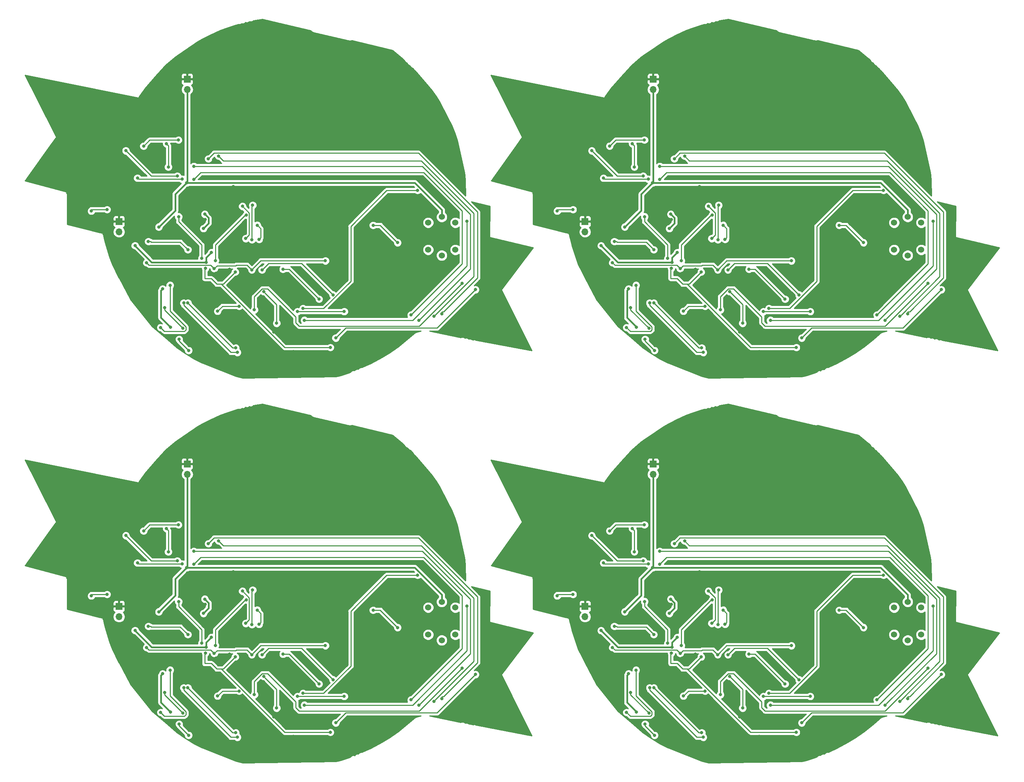
<source format=gbr>
G04 #@! TF.GenerationSoftware,KiCad,Pcbnew,(5.0.0-rc2-100-g6d77e594b)*
G04 #@! TF.CreationDate,2018-09-14T16:14:05+02:00*
G04 #@! TF.ProjectId,BruCON_0x0a,427275434F4E5F307830612E6B696361,rev?*
G04 #@! TF.SameCoordinates,Original*
G04 #@! TF.FileFunction,Copper,L2,Bot,Signal*
G04 #@! TF.FilePolarity,Positive*
%FSLAX46Y46*%
G04 Gerber Fmt 4.6, Leading zero omitted, Abs format (unit mm)*
G04 Created by KiCad (PCBNEW (5.0.0-rc2-100-g6d77e594b)) date Fri Sep 14 16:14:05 2018*
%MOMM*%
%LPD*%
G01*
G04 APERTURE LIST*
G04 #@! TA.AperFunction,ComponentPad*
%ADD10O,1.700000X1.700000*%
G04 #@! TD*
G04 #@! TA.AperFunction,ComponentPad*
%ADD11R,1.700000X1.700000*%
G04 #@! TD*
G04 #@! TA.AperFunction,ComponentPad*
%ADD12C,1.524000*%
G04 #@! TD*
G04 #@! TA.AperFunction,ViaPad*
%ADD13C,0.800000*%
G04 #@! TD*
G04 #@! TA.AperFunction,Conductor*
%ADD14C,0.250000*%
G04 #@! TD*
G04 #@! TA.AperFunction,Conductor*
%ADD15C,0.400000*%
G04 #@! TD*
G04 #@! TA.AperFunction,Conductor*
%ADD16C,0.254000*%
G04 #@! TD*
G04 APERTURE END LIST*
D10*
G04 #@! TO.P,J3,2*
G04 #@! TO.N,+5VUSB*
X145160000Y-158030000D03*
D11*
G04 #@! TO.P,J3,1*
G04 #@! TO.N,GND*
X145160000Y-155490000D03*
G04 #@! TD*
D10*
G04 #@! TO.P,J3,2*
G04 #@! TO.N,+5VUSB*
X30160000Y-158030000D03*
D11*
G04 #@! TO.P,J3,1*
G04 #@! TO.N,GND*
X30160000Y-155490000D03*
G04 #@! TD*
D10*
G04 #@! TO.P,J3,2*
G04 #@! TO.N,+5VUSB*
X145160000Y-63030000D03*
D11*
G04 #@! TO.P,J3,1*
G04 #@! TO.N,GND*
X145160000Y-60490000D03*
G04 #@! TD*
D12*
G04 #@! TO.P,U6,HB*
G04 #@! TO.N,Net-(Q1-Pad3)*
X224810000Y-163859800D03*
G04 #@! TO.P,U6,HA*
G04 #@! TO.N,VBAT*
X224810000Y-154360200D03*
G04 #@! TO.P,U6,B2*
G04 #@! TO.N,N/C*
X228157720Y-162457720D03*
G04 #@! TO.P,U6,B1*
G04 #@! TO.N,ALC_SENSE*
X221462280Y-162457720D03*
G04 #@! TO.P,U6,A2*
G04 #@! TO.N,N/C*
X228157720Y-155762280D03*
G04 #@! TO.P,U6,A1*
G04 #@! TO.N,+3.3V*
X221462280Y-155762280D03*
G04 #@! TD*
G04 #@! TO.P,U6,HB*
G04 #@! TO.N,Net-(Q1-Pad3)*
X109810000Y-163859800D03*
G04 #@! TO.P,U6,HA*
G04 #@! TO.N,VBAT*
X109810000Y-154360200D03*
G04 #@! TO.P,U6,B2*
G04 #@! TO.N,N/C*
X113157720Y-162457720D03*
G04 #@! TO.P,U6,B1*
G04 #@! TO.N,ALC_SENSE*
X106462280Y-162457720D03*
G04 #@! TO.P,U6,A2*
G04 #@! TO.N,N/C*
X113157720Y-155762280D03*
G04 #@! TO.P,U6,A1*
G04 #@! TO.N,+3.3V*
X106462280Y-155762280D03*
G04 #@! TD*
G04 #@! TO.P,U6,HB*
G04 #@! TO.N,Net-(Q1-Pad3)*
X224810000Y-68859800D03*
G04 #@! TO.P,U6,HA*
G04 #@! TO.N,VBAT*
X224810000Y-59360200D03*
G04 #@! TO.P,U6,B2*
G04 #@! TO.N,N/C*
X228157720Y-67457720D03*
G04 #@! TO.P,U6,B1*
G04 #@! TO.N,ALC_SENSE*
X221462280Y-67457720D03*
G04 #@! TO.P,U6,A2*
G04 #@! TO.N,N/C*
X228157720Y-60762280D03*
G04 #@! TO.P,U6,A1*
G04 #@! TO.N,+3.3V*
X221462280Y-60762280D03*
G04 #@! TD*
D11*
G04 #@! TO.P,CONN_BATT1,1*
G04 #@! TO.N,GND*
X161990000Y-120350000D03*
D10*
G04 #@! TO.P,CONN_BATT1,2*
G04 #@! TO.N,VBAT*
X161990000Y-122890000D03*
G04 #@! TD*
D11*
G04 #@! TO.P,CONN_BATT1,1*
G04 #@! TO.N,GND*
X46990000Y-120350000D03*
D10*
G04 #@! TO.P,CONN_BATT1,2*
G04 #@! TO.N,VBAT*
X46990000Y-122890000D03*
G04 #@! TD*
D11*
G04 #@! TO.P,CONN_BATT1,1*
G04 #@! TO.N,GND*
X161990000Y-25350000D03*
D10*
G04 #@! TO.P,CONN_BATT1,2*
G04 #@! TO.N,VBAT*
X161990000Y-27890000D03*
G04 #@! TD*
D12*
G04 #@! TO.P,U6,A1*
G04 #@! TO.N,+3.3V*
X106462280Y-60762280D03*
G04 #@! TO.P,U6,A2*
G04 #@! TO.N,N/C*
X113157720Y-60762280D03*
G04 #@! TO.P,U6,B1*
G04 #@! TO.N,ALC_SENSE*
X106462280Y-67457720D03*
G04 #@! TO.P,U6,B2*
G04 #@! TO.N,N/C*
X113157720Y-67457720D03*
G04 #@! TO.P,U6,HA*
G04 #@! TO.N,VBAT*
X109810000Y-59360200D03*
G04 #@! TO.P,U6,HB*
G04 #@! TO.N,Net-(Q1-Pad3)*
X109810000Y-68859800D03*
G04 #@! TD*
D11*
G04 #@! TO.P,J3,1*
G04 #@! TO.N,GND*
X30160000Y-60490000D03*
D10*
G04 #@! TO.P,J3,2*
G04 #@! TO.N,+5VUSB*
X30160000Y-63030000D03*
G04 #@! TD*
G04 #@! TO.P,CONN_BATT1,2*
G04 #@! TO.N,VBAT*
X46990000Y-27890000D03*
D11*
G04 #@! TO.P,CONN_BATT1,1*
G04 #@! TO.N,GND*
X46990000Y-25350000D03*
G04 #@! TD*
D13*
G04 #@! TO.N,GND*
X34890000Y-70740000D03*
X56840000Y-65240000D03*
X60370000Y-74790000D03*
X73270000Y-66750000D03*
X45850000Y-83830000D03*
X59660000Y-97890000D03*
X64000000Y-66880000D03*
X54220000Y-85170000D03*
X37650000Y-72470000D03*
X78120000Y-66880000D03*
X54080000Y-73290000D03*
X16140000Y-42000000D03*
X75860002Y-77790000D03*
X84860000Y-97290000D03*
X77560000Y-97890000D03*
X65960000Y-95990000D03*
X75460000Y-89490000D03*
X71260000Y-85790000D03*
X30360000Y-50290000D03*
X35790000Y-80220000D03*
X44160000Y-80090000D03*
X78960000Y-77390000D03*
X65560000Y-82890000D03*
X53360000Y-65390000D03*
X52260000Y-65390000D03*
X73060000Y-87790000D03*
X73160000Y-92590000D03*
X68360000Y-92590000D03*
X68360000Y-87790000D03*
X44851198Y-62607932D03*
X59290000Y-69890000D03*
X50020000Y-63910000D03*
X58400000Y-51908990D03*
X51450000Y-60000000D03*
X49860000Y-22123990D03*
X44293142Y-23420123D03*
X29670000Y-34720000D03*
X37410000Y-39430000D03*
X19280000Y-47550000D03*
X100980000Y-71000000D03*
X103040000Y-77040000D03*
X49470000Y-72770000D03*
X57390000Y-72310000D03*
X52750000Y-76270000D03*
X47420000Y-78260000D03*
X122380000Y-88520000D03*
X175370000Y-74790000D03*
X60370000Y-169790000D03*
X175370000Y-169790000D03*
X152410000Y-39430000D03*
X37410000Y-134430000D03*
X152410000Y-134430000D03*
X159160000Y-80090000D03*
X44160000Y-175090000D03*
X159160000Y-175090000D03*
X150790000Y-80220000D03*
X35790000Y-175220000D03*
X150790000Y-175220000D03*
X218040000Y-77040000D03*
X103040000Y-172040000D03*
X218040000Y-172040000D03*
X160850000Y-83830000D03*
X45850000Y-178830000D03*
X160850000Y-178830000D03*
X167260000Y-65390000D03*
X52260000Y-160390000D03*
X167260000Y-160390000D03*
X215980000Y-71000000D03*
X100980000Y-166000000D03*
X215980000Y-166000000D03*
X193960000Y-77390000D03*
X78960000Y-172390000D03*
X193960000Y-172390000D03*
X174660000Y-97890000D03*
X59660000Y-192890000D03*
X174660000Y-192890000D03*
X237380000Y-88520000D03*
X122380000Y-183520000D03*
X237380000Y-183520000D03*
X171840000Y-65240000D03*
X56840000Y-160240000D03*
X171840000Y-160240000D03*
X190460000Y-89490000D03*
X75460000Y-184490000D03*
X190460000Y-184490000D03*
X188270000Y-66750000D03*
X73270000Y-161750000D03*
X188270000Y-161750000D03*
X164860000Y-22123990D03*
X49860000Y-117123990D03*
X164860000Y-117123990D03*
X174290000Y-69890000D03*
X59290000Y-164890000D03*
X174290000Y-164890000D03*
X131140000Y-42000000D03*
X16140000Y-137000000D03*
X131140000Y-137000000D03*
X134280000Y-47550000D03*
X19280000Y-142550000D03*
X134280000Y-142550000D03*
X180560000Y-82890000D03*
X65560000Y-177890000D03*
X180560000Y-177890000D03*
X199860000Y-97290000D03*
X84860000Y-192290000D03*
X199860000Y-192290000D03*
X144670000Y-34720000D03*
X29670000Y-129720000D03*
X144670000Y-129720000D03*
X166450000Y-60000000D03*
X51450000Y-155000000D03*
X166450000Y-155000000D03*
X149890000Y-70740000D03*
X34890000Y-165740000D03*
X149890000Y-165740000D03*
X190860002Y-77790000D03*
X75860002Y-172790000D03*
X190860002Y-172790000D03*
X172390000Y-72310000D03*
X57390000Y-167310000D03*
X172390000Y-167310000D03*
X180960000Y-95990000D03*
X65960000Y-190990000D03*
X180960000Y-190990000D03*
X145360000Y-50290000D03*
X30360000Y-145290000D03*
X145360000Y-145290000D03*
X169080000Y-73290000D03*
X54080000Y-168290000D03*
X169080000Y-168290000D03*
X188160000Y-92590000D03*
X73160000Y-187590000D03*
X188160000Y-187590000D03*
X164470000Y-72770000D03*
X49470000Y-167770000D03*
X164470000Y-167770000D03*
X179000000Y-66880000D03*
X64000000Y-161880000D03*
X179000000Y-161880000D03*
X183360000Y-92590000D03*
X68360000Y-187590000D03*
X183360000Y-187590000D03*
X159293142Y-23420123D03*
X44293142Y-118420123D03*
X159293142Y-118420123D03*
X165020000Y-63910000D03*
X50020000Y-158910000D03*
X165020000Y-158910000D03*
X169220000Y-85170000D03*
X54220000Y-180170000D03*
X169220000Y-180170000D03*
X167750000Y-76270000D03*
X52750000Y-171270000D03*
X167750000Y-171270000D03*
X162420000Y-78260000D03*
X47420000Y-173260000D03*
X162420000Y-173260000D03*
X183360000Y-87790000D03*
X68360000Y-182790000D03*
X183360000Y-182790000D03*
X168360000Y-65390000D03*
X53360000Y-160390000D03*
X168360000Y-160390000D03*
X188060000Y-87790000D03*
X73060000Y-182790000D03*
X188060000Y-182790000D03*
X193120000Y-66880000D03*
X78120000Y-161880000D03*
X193120000Y-161880000D03*
X173400000Y-51908990D03*
X58400000Y-146908990D03*
X173400000Y-146908990D03*
X186260000Y-85790000D03*
X71260000Y-180790000D03*
X186260000Y-180790000D03*
X152650000Y-72470000D03*
X37650000Y-167470000D03*
X152650000Y-167470000D03*
X159851198Y-62607932D03*
X44851198Y-157607932D03*
X159851198Y-157607932D03*
X192560000Y-97890000D03*
X77560000Y-192890000D03*
X192560000Y-192890000D03*
G04 #@! TO.N,EN*
X62910000Y-72400000D03*
X53650000Y-72090000D03*
X81090000Y-70180000D03*
X36950000Y-70670000D03*
X151950000Y-70670000D03*
X36950000Y-165670000D03*
X151950000Y-165670000D03*
X196090000Y-70180000D03*
X81090000Y-165180000D03*
X196090000Y-165180000D03*
X177910000Y-72400000D03*
X62910000Y-167400000D03*
X177910000Y-167400000D03*
X168650000Y-72090000D03*
X53650000Y-167090000D03*
X168650000Y-167090000D03*
G04 #@! TO.N,+5VUSB*
X40920000Y-77090000D03*
X42878367Y-86558367D03*
X157878367Y-86558367D03*
X42878367Y-181558367D03*
X157878367Y-181558367D03*
X155920000Y-77090000D03*
X40920000Y-172090000D03*
X155920000Y-172090000D03*
G04 #@! TO.N,Net-(C6-Pad2)*
X42753153Y-76219792D03*
X40430000Y-86650000D03*
X157753153Y-76219792D03*
X42753153Y-171219792D03*
X157753153Y-171219792D03*
X155430000Y-86650000D03*
X40430000Y-181650000D03*
X155430000Y-181650000D03*
G04 #@! TO.N,VBAT*
X46810000Y-50950000D03*
X39970000Y-61830000D03*
X51685731Y-70563190D03*
X34120000Y-66440000D03*
X52930000Y-68130000D03*
X149120000Y-66440000D03*
X34120000Y-161440000D03*
X149120000Y-161440000D03*
X154970000Y-61830000D03*
X39970000Y-156830000D03*
X154970000Y-156830000D03*
X166685731Y-70563190D03*
X51685731Y-165563190D03*
X166685731Y-165563190D03*
X167930000Y-68130000D03*
X52930000Y-163130000D03*
X167930000Y-163130000D03*
X161810000Y-50950000D03*
X46810000Y-145950000D03*
X161810000Y-145950000D03*
G04 #@! TO.N,+3.3V*
X50990000Y-62220000D03*
X51320000Y-58680000D03*
X44530000Y-49260000D03*
X31840000Y-43010000D03*
X159530000Y-49260000D03*
X44530000Y-144260000D03*
X159530000Y-144260000D03*
X146840000Y-43010000D03*
X31840000Y-138010000D03*
X146840000Y-138010000D03*
X165990000Y-62220000D03*
X50990000Y-157220000D03*
X165990000Y-157220000D03*
X166320000Y-58680000D03*
X51320000Y-153680000D03*
X166320000Y-153680000D03*
G04 #@! TO.N,LCD_RST*
X64270000Y-61400000D03*
X64726001Y-64916001D03*
X179726001Y-64916001D03*
X64726001Y-159916001D03*
X179726001Y-159916001D03*
X179270000Y-61400000D03*
X64270000Y-156400000D03*
X179270000Y-156400000D03*
G04 #@! TO.N,LCD_DIO*
X53930000Y-70120000D03*
X61570000Y-58900000D03*
X168930000Y-70120000D03*
X53930000Y-165120000D03*
X168930000Y-165120000D03*
X176570000Y-58900000D03*
X61570000Y-153900000D03*
X176570000Y-153900000D03*
G04 #@! TO.N,LCD_SCK*
X62960000Y-64970000D03*
X63140000Y-56460000D03*
X177960000Y-64970000D03*
X62960000Y-159970000D03*
X177960000Y-159970000D03*
X178140000Y-56460000D03*
X63140000Y-151460000D03*
X178140000Y-151460000D03*
G04 #@! TO.N,LCD_CS*
X61440000Y-64680000D03*
X60620000Y-56730000D03*
X176440000Y-64680000D03*
X61440000Y-159680000D03*
X176440000Y-159680000D03*
X175620000Y-56730000D03*
X60620000Y-151730000D03*
X175620000Y-151730000D03*
G04 #@! TO.N,Net-(J2-Pad3)*
X65440000Y-72429998D03*
X82960000Y-78590000D03*
X197960000Y-78590000D03*
X82960000Y-173590000D03*
X197960000Y-173590000D03*
X180440000Y-72429998D03*
X65440000Y-167429998D03*
X180440000Y-167429998D03*
G04 #@! TO.N,D+*
X23320000Y-57894990D03*
X27200000Y-57530000D03*
X138320000Y-57894990D03*
X23320000Y-152894990D03*
X138320000Y-152894990D03*
X142200000Y-57530000D03*
X27200000Y-152530000D03*
X142200000Y-152530000D03*
G04 #@! TO.N,NCHARGING*
X82320000Y-91570000D03*
X51485955Y-72015201D03*
X58829998Y-72960000D03*
X197320000Y-91570000D03*
X82320000Y-186570000D03*
X197320000Y-186570000D03*
X173829998Y-72960000D03*
X58829998Y-167960000D03*
X173829998Y-167960000D03*
X166485955Y-72015201D03*
X51485955Y-167015201D03*
X166485955Y-167015201D03*
G04 #@! TO.N,IO0*
X59800000Y-81380000D03*
X74210000Y-82700000D03*
X85740000Y-82700000D03*
X54460000Y-82620000D03*
X189210000Y-82700000D03*
X74210000Y-177700000D03*
X189210000Y-177700000D03*
X200740000Y-82700000D03*
X85740000Y-177700000D03*
X200740000Y-177700000D03*
X174800000Y-81380000D03*
X59800000Y-176380000D03*
X174800000Y-176380000D03*
X169460000Y-82620000D03*
X54460000Y-177620000D03*
X169460000Y-177620000D03*
G04 #@! TO.N,CUT3VVBAT*
X37400000Y-65409998D03*
X47144304Y-67438990D03*
X152400000Y-65409998D03*
X37400000Y-160409998D03*
X152400000Y-160409998D03*
X162144304Y-67438990D03*
X47144304Y-162438990D03*
X162144304Y-162438990D03*
G04 #@! TO.N,EN_BACKLIGHT*
X44860000Y-59290000D03*
X50550000Y-69600000D03*
X159860000Y-59290000D03*
X44860000Y-154290000D03*
X159860000Y-154290000D03*
X165550000Y-69600000D03*
X50550000Y-164600000D03*
X165550000Y-164600000D03*
G04 #@! TO.N,Net-(R6-Pad2)*
X47320000Y-92320000D03*
X44990000Y-89533990D03*
X162320000Y-92320000D03*
X47320000Y-187320000D03*
X162320000Y-187320000D03*
X159990000Y-89533990D03*
X44990000Y-184533990D03*
X159990000Y-184533990D03*
G04 #@! TO.N,Net-(R8-Pad2)*
X45945000Y-86870000D03*
X41410000Y-81750000D03*
X160945000Y-86870000D03*
X45945000Y-181870000D03*
X160945000Y-181870000D03*
X156410000Y-81750000D03*
X41410000Y-176750000D03*
X156410000Y-176750000D03*
G04 #@! TO.N,USBRX*
X47130003Y-80600000D03*
X58960002Y-91690000D03*
X173960002Y-91690000D03*
X58960002Y-186690000D03*
X173960002Y-186690000D03*
X162130003Y-80600000D03*
X47130003Y-175600000D03*
X162130003Y-175600000D03*
G04 #@! TO.N,USBTX*
X46130000Y-80600000D03*
X59360000Y-92789996D03*
X174360000Y-92789996D03*
X59360000Y-187789996D03*
X174360000Y-187789996D03*
X161130000Y-80600000D03*
X46130000Y-175600000D03*
X161130000Y-175600000D03*
G04 #@! TO.N,Net-(J2-Pad7)*
X70620000Y-72280000D03*
X79530000Y-79630000D03*
X185620000Y-72280000D03*
X70620000Y-167280000D03*
X185620000Y-167280000D03*
X194530000Y-79630000D03*
X79530000Y-174630000D03*
X194530000Y-174630000D03*
G04 #@! TO.N,DIR_UP*
X54740000Y-44330000D03*
X107850000Y-83910000D03*
X169740000Y-44330000D03*
X54740000Y-139330000D03*
X169740000Y-139330000D03*
X222850000Y-83910000D03*
X107850000Y-178910000D03*
X222850000Y-178910000D03*
G04 #@! TO.N,DIR_DOWN*
X48640000Y-50070000D03*
X45780000Y-50030000D03*
X34710000Y-49770000D03*
X102210000Y-83526010D03*
X160780000Y-50030000D03*
X45780000Y-145030000D03*
X160780000Y-145030000D03*
X217210000Y-83526010D03*
X102210000Y-178526010D03*
X217210000Y-178526010D03*
X163640000Y-50070000D03*
X48640000Y-145070000D03*
X163640000Y-145070000D03*
X149710000Y-49770000D03*
X34710000Y-144770000D03*
X149710000Y-144770000D03*
G04 #@! TO.N,DIR_LEFT*
X41860000Y-41290000D03*
X42330000Y-47020000D03*
X48600000Y-46860000D03*
X104187887Y-84858615D03*
X163600000Y-46860000D03*
X48600000Y-141860000D03*
X163600000Y-141860000D03*
X219187887Y-84858615D03*
X104187887Y-179858615D03*
X219187887Y-179858615D03*
X156860000Y-41290000D03*
X41860000Y-136290000D03*
X156860000Y-136290000D03*
X157330000Y-47020000D03*
X42330000Y-142020000D03*
X157330000Y-142020000D03*
G04 #@! TO.N,BUTTON_A*
X75560000Y-81960000D03*
X103830000Y-52800000D03*
X218830000Y-52800000D03*
X103830000Y-147800000D03*
X218830000Y-147800000D03*
X190560000Y-81960000D03*
X75560000Y-176960000D03*
X190560000Y-176960000D03*
G04 #@! TO.N,BUTTON_B*
X75920000Y-84860000D03*
X116050000Y-60429998D03*
X231050000Y-60429998D03*
X116050000Y-155429998D03*
X231050000Y-155429998D03*
X190920000Y-84860000D03*
X75920000Y-179860000D03*
X190920000Y-179860000D03*
G04 #@! TO.N,DIR_RIGHT*
X36230000Y-41860000D03*
X44820000Y-40360000D03*
X52200000Y-45000000D03*
X109800000Y-83310000D03*
X159820000Y-40360000D03*
X44820000Y-135360000D03*
X159820000Y-135360000D03*
X151230000Y-41860000D03*
X36230000Y-136860000D03*
X151230000Y-136860000D03*
X167200000Y-45000000D03*
X52200000Y-140000000D03*
X167200000Y-140000000D03*
X224800000Y-83310000D03*
X109800000Y-178310000D03*
X224800000Y-178310000D03*
G04 #@! TO.N,Net-(R2-Pad1)*
X69060000Y-85590000D03*
X65860000Y-77791009D03*
X184060000Y-85590000D03*
X69060000Y-180590000D03*
X184060000Y-180590000D03*
X180860000Y-77791009D03*
X65860000Y-172791009D03*
X180860000Y-172791009D03*
G04 #@! TO.N,HEATER*
X63560000Y-82290000D03*
X114809987Y-75736010D03*
X229809987Y-75736010D03*
X114809987Y-170736010D03*
X229809987Y-170736010D03*
X178560000Y-82290000D03*
X63560000Y-177290000D03*
X178560000Y-177290000D03*
G04 #@! TO.N,Net-(R26-Pad2)*
X92880000Y-61420000D03*
X98900000Y-65710000D03*
X83650000Y-89230000D03*
X118110000Y-77300000D03*
X198650000Y-89230000D03*
X83650000Y-184230000D03*
X198650000Y-184230000D03*
X207880000Y-61420000D03*
X92880000Y-156420000D03*
X207880000Y-156420000D03*
X213900000Y-65710000D03*
X98900000Y-160710000D03*
X213900000Y-160710000D03*
X233110000Y-77300000D03*
X118110000Y-172300000D03*
X233110000Y-172300000D03*
G04 #@! TD*
D14*
G04 #@! TO.N,GND*
X73520000Y-67000000D02*
X73270000Y-66750000D01*
X77554315Y-66880000D02*
X77434315Y-67000000D01*
X77434315Y-67000000D02*
X73520000Y-67000000D01*
X78120000Y-66880000D02*
X77554315Y-66880000D01*
X188520000Y-67000000D02*
X188270000Y-66750000D01*
X73520000Y-162000000D02*
X73270000Y-161750000D01*
X188520000Y-162000000D02*
X188270000Y-161750000D01*
X193120000Y-66880000D02*
X192554315Y-66880000D01*
X78120000Y-161880000D02*
X77554315Y-161880000D01*
X193120000Y-161880000D02*
X192554315Y-161880000D01*
X192434315Y-67000000D02*
X188520000Y-67000000D01*
X77434315Y-162000000D02*
X73520000Y-162000000D01*
X192434315Y-162000000D02*
X188520000Y-162000000D01*
X192554315Y-66880000D02*
X192434315Y-67000000D01*
X77554315Y-161880000D02*
X77434315Y-162000000D01*
X192554315Y-161880000D02*
X192434315Y-162000000D01*
G04 #@! TO.N,EN*
X63309999Y-72000001D02*
X62910000Y-72400000D01*
X81090000Y-70180000D02*
X65130000Y-70180000D01*
X65130000Y-70180000D02*
X63309999Y-72000001D01*
X52799191Y-71289191D02*
X53650000Y-72140000D01*
X36950000Y-70670000D02*
X37569191Y-71289191D01*
X37569191Y-71289191D02*
X52799191Y-71289191D01*
X59111518Y-71213998D02*
X61723998Y-71213998D01*
X54400000Y-71390000D02*
X58935516Y-71390000D01*
X61723998Y-71213998D02*
X62510001Y-72000001D01*
X58935516Y-71390000D02*
X59111518Y-71213998D01*
X62510001Y-72000001D02*
X62910000Y-72400000D01*
X53660000Y-72130000D02*
X54400000Y-71390000D01*
X174111518Y-71213998D02*
X176723998Y-71213998D01*
X59111518Y-166213998D02*
X61723998Y-166213998D01*
X174111518Y-166213998D02*
X176723998Y-166213998D01*
X173935516Y-71390000D02*
X174111518Y-71213998D01*
X58935516Y-166390000D02*
X59111518Y-166213998D01*
X173935516Y-166390000D02*
X174111518Y-166213998D01*
X196090000Y-70180000D02*
X180130000Y-70180000D01*
X81090000Y-165180000D02*
X65130000Y-165180000D01*
X196090000Y-165180000D02*
X180130000Y-165180000D01*
X152569191Y-71289191D02*
X167799191Y-71289191D01*
X37569191Y-166289191D02*
X52799191Y-166289191D01*
X152569191Y-166289191D02*
X167799191Y-166289191D01*
X176723998Y-71213998D02*
X177510001Y-72000001D01*
X61723998Y-166213998D02*
X62510001Y-167000001D01*
X176723998Y-166213998D02*
X177510001Y-167000001D01*
X180130000Y-70180000D02*
X178309999Y-72000001D01*
X65130000Y-165180000D02*
X63309999Y-167000001D01*
X180130000Y-165180000D02*
X178309999Y-167000001D01*
X151950000Y-70670000D02*
X152569191Y-71289191D01*
X36950000Y-165670000D02*
X37569191Y-166289191D01*
X151950000Y-165670000D02*
X152569191Y-166289191D01*
X169400000Y-71390000D02*
X173935516Y-71390000D01*
X54400000Y-166390000D02*
X58935516Y-166390000D01*
X169400000Y-166390000D02*
X173935516Y-166390000D01*
X178309999Y-72000001D02*
X177910000Y-72400000D01*
X63309999Y-167000001D02*
X62910000Y-167400000D01*
X178309999Y-167000001D02*
X177910000Y-167400000D01*
X167799191Y-71289191D02*
X168650000Y-72140000D01*
X52799191Y-166289191D02*
X53650000Y-167140000D01*
X167799191Y-166289191D02*
X168650000Y-167140000D01*
X177510001Y-72000001D02*
X177910000Y-72400000D01*
X62510001Y-167000001D02*
X62910000Y-167400000D01*
X177510001Y-167000001D02*
X177910000Y-167400000D01*
X168660000Y-72130000D02*
X169400000Y-71390000D01*
X53660000Y-167130000D02*
X54400000Y-166390000D01*
X168660000Y-167130000D02*
X169400000Y-166390000D01*
D15*
G04 #@! TO.N,+5VUSB*
X40520001Y-77489999D02*
X40520001Y-84200001D01*
X40520001Y-84200001D02*
X42478368Y-86158368D01*
X40920000Y-77090000D02*
X40520001Y-77489999D01*
X42478368Y-86158368D02*
X42878367Y-86558367D01*
X155920000Y-77090000D02*
X155520001Y-77489999D01*
X40920000Y-172090000D02*
X40520001Y-172489999D01*
X155920000Y-172090000D02*
X155520001Y-172489999D01*
X157478368Y-86158368D02*
X157878367Y-86558367D01*
X42478368Y-181158368D02*
X42878367Y-181558367D01*
X157478368Y-181158368D02*
X157878367Y-181558367D01*
X155520001Y-77489999D02*
X155520001Y-84200001D01*
X40520001Y-172489999D02*
X40520001Y-179200001D01*
X155520001Y-172489999D02*
X155520001Y-179200001D01*
X155520001Y-84200001D02*
X157478368Y-86158368D01*
X40520001Y-179200001D02*
X42478368Y-181158368D01*
X155520001Y-179200001D02*
X157478368Y-181158368D01*
D14*
G04 #@! TO.N,Net-(C6-Pad2)*
X46670001Y-86521999D02*
X42753153Y-82605151D01*
X42753153Y-82605151D02*
X42753153Y-76785477D01*
X41375001Y-87595001D02*
X46293001Y-87595001D01*
X42753153Y-76785477D02*
X42753153Y-76219792D01*
X40430000Y-86650000D02*
X41375001Y-87595001D01*
X46670001Y-87218001D02*
X46670001Y-86521999D01*
X46293001Y-87595001D02*
X46670001Y-87218001D01*
X161670001Y-87218001D02*
X161670001Y-86521999D01*
X46670001Y-182218001D02*
X46670001Y-181521999D01*
X161670001Y-182218001D02*
X161670001Y-181521999D01*
X155430000Y-86650000D02*
X156375001Y-87595001D01*
X40430000Y-181650000D02*
X41375001Y-182595001D01*
X155430000Y-181650000D02*
X156375001Y-182595001D01*
X161670001Y-86521999D02*
X157753153Y-82605151D01*
X46670001Y-181521999D02*
X42753153Y-177605151D01*
X161670001Y-181521999D02*
X157753153Y-177605151D01*
X157753153Y-76785477D02*
X157753153Y-76219792D01*
X42753153Y-171785477D02*
X42753153Y-171219792D01*
X157753153Y-171785477D02*
X157753153Y-171219792D01*
X161293001Y-87595001D02*
X161670001Y-87218001D01*
X46293001Y-182595001D02*
X46670001Y-182218001D01*
X161293001Y-182595001D02*
X161670001Y-182218001D01*
X157753153Y-82605151D02*
X157753153Y-76785477D01*
X42753153Y-177605151D02*
X42753153Y-171785477D01*
X157753153Y-177605151D02*
X157753153Y-171785477D01*
X156375001Y-87595001D02*
X161293001Y-87595001D01*
X41375001Y-182595001D02*
X46293001Y-182595001D01*
X156375001Y-182595001D02*
X161293001Y-182595001D01*
D15*
G04 #@! TO.N,VBAT*
X39970000Y-61830000D02*
X44030001Y-57769999D01*
X44030001Y-57769999D02*
X44030001Y-53729999D01*
X44030001Y-53729999D02*
X46410001Y-51349999D01*
X46810000Y-28070000D02*
X46990000Y-27890000D01*
X46410001Y-51349999D02*
X46810000Y-50950000D01*
X46990000Y-50770000D02*
X46810000Y-50950000D01*
X46990000Y-27890000D02*
X46990000Y-50770000D01*
X38243190Y-70563190D02*
X34519999Y-66839999D01*
X34519999Y-66839999D02*
X34120000Y-66440000D01*
X51685731Y-70563190D02*
X38243190Y-70563190D01*
X51685731Y-70563190D02*
X51685731Y-69374269D01*
X51685731Y-69374269D02*
X52930000Y-68130000D01*
X47375685Y-50950000D02*
X46810000Y-50950000D01*
X103165482Y-50950000D02*
X47375685Y-50950000D01*
X109810000Y-57594518D02*
X103165482Y-50950000D01*
X109810000Y-59360200D02*
X109810000Y-57594518D01*
X149519999Y-66839999D02*
X149120000Y-66440000D01*
X34519999Y-161839999D02*
X34120000Y-161440000D01*
X149519999Y-161839999D02*
X149120000Y-161440000D01*
X166685731Y-70563190D02*
X153243190Y-70563190D01*
X51685731Y-165563190D02*
X38243190Y-165563190D01*
X166685731Y-165563190D02*
X153243190Y-165563190D01*
X154970000Y-61830000D02*
X159030001Y-57769999D01*
X39970000Y-156830000D02*
X44030001Y-152769999D01*
X154970000Y-156830000D02*
X159030001Y-152769999D01*
X161410001Y-51349999D02*
X161810000Y-50950000D01*
X46410001Y-146349999D02*
X46810000Y-145950000D01*
X161410001Y-146349999D02*
X161810000Y-145950000D01*
X161990000Y-27890000D02*
X161990000Y-50770000D01*
X46990000Y-122890000D02*
X46990000Y-145770000D01*
X161990000Y-122890000D02*
X161990000Y-145770000D01*
X153243190Y-70563190D02*
X149519999Y-66839999D01*
X38243190Y-165563190D02*
X34519999Y-161839999D01*
X153243190Y-165563190D02*
X149519999Y-161839999D01*
X159030001Y-57769999D02*
X159030001Y-53729999D01*
X44030001Y-152769999D02*
X44030001Y-148729999D01*
X159030001Y-152769999D02*
X159030001Y-148729999D01*
X224810000Y-57594518D02*
X218165482Y-50950000D01*
X109810000Y-152594518D02*
X103165482Y-145950000D01*
X224810000Y-152594518D02*
X218165482Y-145950000D01*
X166685731Y-70563190D02*
X166685731Y-69374269D01*
X51685731Y-165563190D02*
X51685731Y-164374269D01*
X166685731Y-165563190D02*
X166685731Y-164374269D01*
X224810000Y-59360200D02*
X224810000Y-57594518D01*
X109810000Y-154360200D02*
X109810000Y-152594518D01*
X224810000Y-154360200D02*
X224810000Y-152594518D01*
X161990000Y-50770000D02*
X161810000Y-50950000D01*
X46990000Y-145770000D02*
X46810000Y-145950000D01*
X161990000Y-145770000D02*
X161810000Y-145950000D01*
X159030001Y-53729999D02*
X161410001Y-51349999D01*
X44030001Y-148729999D02*
X46410001Y-146349999D01*
X159030001Y-148729999D02*
X161410001Y-146349999D01*
X166685731Y-69374269D02*
X167930000Y-68130000D01*
X51685731Y-164374269D02*
X52930000Y-163130000D01*
X166685731Y-164374269D02*
X167930000Y-163130000D01*
X161810000Y-28070000D02*
X161990000Y-27890000D01*
X46810000Y-123070000D02*
X46990000Y-122890000D01*
X161810000Y-123070000D02*
X161990000Y-122890000D01*
X218165482Y-50950000D02*
X162375685Y-50950000D01*
X103165482Y-145950000D02*
X47375685Y-145950000D01*
X218165482Y-145950000D02*
X162375685Y-145950000D01*
X162375685Y-50950000D02*
X161810000Y-50950000D01*
X47375685Y-145950000D02*
X46810000Y-145950000D01*
X162375685Y-145950000D02*
X161810000Y-145950000D01*
G04 #@! TO.N,+3.3V*
X52251001Y-59611001D02*
X51320000Y-58680000D01*
X50990000Y-62220000D02*
X52251001Y-60958999D01*
X52251001Y-60958999D02*
X52251001Y-59611001D01*
D14*
X44530000Y-49260000D02*
X38090000Y-49260000D01*
X38090000Y-49260000D02*
X31840000Y-43010000D01*
X159530000Y-49260000D02*
X153090000Y-49260000D01*
X44530000Y-144260000D02*
X38090000Y-144260000D01*
X159530000Y-144260000D02*
X153090000Y-144260000D01*
X153090000Y-49260000D02*
X146840000Y-43010000D01*
X38090000Y-144260000D02*
X31840000Y-138010000D01*
X153090000Y-144260000D02*
X146840000Y-138010000D01*
D15*
X167251001Y-59611001D02*
X166320000Y-58680000D01*
X52251001Y-154611001D02*
X51320000Y-153680000D01*
X167251001Y-154611001D02*
X166320000Y-153680000D01*
X167251001Y-60958999D02*
X167251001Y-59611001D01*
X52251001Y-155958999D02*
X52251001Y-154611001D01*
X167251001Y-155958999D02*
X167251001Y-154611001D01*
X165990000Y-62220000D02*
X167251001Y-60958999D01*
X50990000Y-157220000D02*
X52251001Y-155958999D01*
X165990000Y-157220000D02*
X167251001Y-155958999D01*
D14*
G04 #@! TO.N,LCD_RST*
X64669999Y-61799999D02*
X64270000Y-61400000D01*
X65126000Y-62256000D02*
X64669999Y-61799999D01*
X65126000Y-64516002D02*
X65126000Y-62256000D01*
X64726001Y-64916001D02*
X65126000Y-64516002D01*
X180126000Y-62256000D02*
X179669999Y-61799999D01*
X65126000Y-157256000D02*
X64669999Y-156799999D01*
X180126000Y-157256000D02*
X179669999Y-156799999D01*
X179726001Y-64916001D02*
X180126000Y-64516002D01*
X64726001Y-159916001D02*
X65126000Y-159516002D01*
X179726001Y-159916001D02*
X180126000Y-159516002D01*
X180126000Y-64516002D02*
X180126000Y-62256000D01*
X65126000Y-159516002D02*
X65126000Y-157256000D01*
X180126000Y-159516002D02*
X180126000Y-157256000D01*
X179669999Y-61799999D02*
X179270000Y-61400000D01*
X64669999Y-156799999D02*
X64270000Y-156400000D01*
X179669999Y-156799999D02*
X179270000Y-156400000D01*
G04 #@! TO.N,LCD_DIO*
X61320000Y-58900000D02*
X61570000Y-58900000D01*
X53930000Y-70120000D02*
X53930000Y-66290000D01*
X53930000Y-66290000D02*
X61320000Y-58900000D01*
X176320000Y-58900000D02*
X176570000Y-58900000D01*
X61320000Y-153900000D02*
X61570000Y-153900000D01*
X176320000Y-153900000D02*
X176570000Y-153900000D01*
X168930000Y-66290000D02*
X176320000Y-58900000D01*
X53930000Y-161290000D02*
X61320000Y-153900000D01*
X168930000Y-161290000D02*
X176320000Y-153900000D01*
X168930000Y-70120000D02*
X168930000Y-66290000D01*
X53930000Y-165120000D02*
X53930000Y-161290000D01*
X168930000Y-165120000D02*
X168930000Y-161290000D01*
G04 #@! TO.N,LCD_SCK*
X62960000Y-64970000D02*
X62960000Y-56640000D01*
X62960000Y-56640000D02*
X63140000Y-56460000D01*
X177960000Y-64970000D02*
X177960000Y-56640000D01*
X62960000Y-159970000D02*
X62960000Y-151640000D01*
X177960000Y-159970000D02*
X177960000Y-151640000D01*
X177960000Y-56640000D02*
X178140000Y-56460000D01*
X62960000Y-151640000D02*
X63140000Y-151460000D01*
X177960000Y-151640000D02*
X178140000Y-151460000D01*
G04 #@! TO.N,LCD_CS*
X62296001Y-58406001D02*
X60620000Y-56730000D01*
X61440000Y-64680000D02*
X62296001Y-63823999D01*
X62296001Y-63823999D02*
X62296001Y-58406001D01*
X176440000Y-64680000D02*
X177296001Y-63823999D01*
X61440000Y-159680000D02*
X62296001Y-158823999D01*
X176440000Y-159680000D02*
X177296001Y-158823999D01*
X177296001Y-63823999D02*
X177296001Y-58406001D01*
X62296001Y-158823999D02*
X62296001Y-153406001D01*
X177296001Y-158823999D02*
X177296001Y-153406001D01*
X177296001Y-58406001D02*
X175620000Y-56730000D01*
X62296001Y-153406001D02*
X60620000Y-151730000D01*
X177296001Y-153406001D02*
X175620000Y-151730000D01*
G04 #@! TO.N,Net-(J2-Pad3)*
X67039998Y-70830000D02*
X75200000Y-70830000D01*
X65440000Y-72429998D02*
X67039998Y-70830000D01*
X75200000Y-70830000D02*
X82560001Y-78190001D01*
X82560001Y-78190001D02*
X82960000Y-78590000D01*
X190200000Y-70830000D02*
X197560001Y-78190001D01*
X75200000Y-165830000D02*
X82560001Y-173190001D01*
X190200000Y-165830000D02*
X197560001Y-173190001D01*
X180440000Y-72429998D02*
X182039998Y-70830000D01*
X65440000Y-167429998D02*
X67039998Y-165830000D01*
X180440000Y-167429998D02*
X182039998Y-165830000D01*
X197560001Y-78190001D02*
X197960000Y-78590000D01*
X82560001Y-173190001D02*
X82960000Y-173590000D01*
X197560001Y-173190001D02*
X197960000Y-173590000D01*
X182039998Y-70830000D02*
X190200000Y-70830000D01*
X67039998Y-165830000D02*
X75200000Y-165830000D01*
X182039998Y-165830000D02*
X190200000Y-165830000D01*
G04 #@! TO.N,D+*
X23148504Y-57718504D02*
X23337008Y-57530000D01*
X26634315Y-57530000D02*
X27200000Y-57530000D01*
X23337008Y-57530000D02*
X26634315Y-57530000D01*
X138148504Y-57718504D02*
X138337008Y-57530000D01*
X23148504Y-152718504D02*
X23337008Y-152530000D01*
X138148504Y-152718504D02*
X138337008Y-152530000D01*
X141634315Y-57530000D02*
X142200000Y-57530000D01*
X26634315Y-152530000D02*
X27200000Y-152530000D01*
X141634315Y-152530000D02*
X142200000Y-152530000D01*
X138337008Y-57530000D02*
X141634315Y-57530000D01*
X23337008Y-152530000D02*
X26634315Y-152530000D01*
X138337008Y-152530000D02*
X141634315Y-152530000D01*
G04 #@! TO.N,NCHARGING*
X82320000Y-91570000D02*
X71040754Y-91570000D01*
X71040754Y-91570000D02*
X55390000Y-75919246D01*
X55870752Y-75919246D02*
X58429999Y-73359999D01*
X55390000Y-75919246D02*
X55870752Y-75919246D01*
X58429999Y-73359999D02*
X58829998Y-72960000D01*
X51310000Y-72191156D02*
X51485955Y-72015201D01*
X52910000Y-74560000D02*
X51310000Y-74560000D01*
X51310000Y-74560000D02*
X51310000Y-72191156D01*
X55390000Y-75919246D02*
X54269246Y-75919246D01*
X54269246Y-75919246D02*
X52910000Y-74560000D01*
X170390000Y-75919246D02*
X170870752Y-75919246D01*
X55390000Y-170919246D02*
X55870752Y-170919246D01*
X170390000Y-170919246D02*
X170870752Y-170919246D01*
X197320000Y-91570000D02*
X186040754Y-91570000D01*
X82320000Y-186570000D02*
X71040754Y-186570000D01*
X197320000Y-186570000D02*
X186040754Y-186570000D01*
X170390000Y-75919246D02*
X169269246Y-75919246D01*
X55390000Y-170919246D02*
X54269246Y-170919246D01*
X170390000Y-170919246D02*
X169269246Y-170919246D01*
X170870752Y-75919246D02*
X173429999Y-73359999D01*
X55870752Y-170919246D02*
X58429999Y-168359999D01*
X170870752Y-170919246D02*
X173429999Y-168359999D01*
X166310000Y-72191156D02*
X166485955Y-72015201D01*
X51310000Y-167191156D02*
X51485955Y-167015201D01*
X166310000Y-167191156D02*
X166485955Y-167015201D01*
X166310000Y-74560000D02*
X166310000Y-72191156D01*
X51310000Y-169560000D02*
X51310000Y-167191156D01*
X166310000Y-169560000D02*
X166310000Y-167191156D01*
X186040754Y-91570000D02*
X170390000Y-75919246D01*
X71040754Y-186570000D02*
X55390000Y-170919246D01*
X186040754Y-186570000D02*
X170390000Y-170919246D01*
X167910000Y-74560000D02*
X166310000Y-74560000D01*
X52910000Y-169560000D02*
X51310000Y-169560000D01*
X167910000Y-169560000D02*
X166310000Y-169560000D01*
X169269246Y-75919246D02*
X167910000Y-74560000D01*
X54269246Y-170919246D02*
X52910000Y-169560000D01*
X169269246Y-170919246D02*
X167910000Y-169560000D01*
X173429999Y-73359999D02*
X173829998Y-72960000D01*
X58429999Y-168359999D02*
X58829998Y-167960000D01*
X173429999Y-168359999D02*
X173829998Y-167960000D01*
G04 #@! TO.N,IO0*
X54460000Y-82620000D02*
X55700000Y-81380000D01*
X85740000Y-82700000D02*
X74210000Y-82700000D01*
X55700000Y-81380000D02*
X59800000Y-81380000D01*
X200740000Y-82700000D02*
X189210000Y-82700000D01*
X85740000Y-177700000D02*
X74210000Y-177700000D01*
X200740000Y-177700000D02*
X189210000Y-177700000D01*
X169460000Y-82620000D02*
X170700000Y-81380000D01*
X54460000Y-177620000D02*
X55700000Y-176380000D01*
X169460000Y-177620000D02*
X170700000Y-176380000D01*
X170700000Y-81380000D02*
X174800000Y-81380000D01*
X55700000Y-176380000D02*
X59800000Y-176380000D01*
X170700000Y-176380000D02*
X174800000Y-176380000D01*
G04 #@! TO.N,CUT3VVBAT*
X37965685Y-65409998D02*
X38125685Y-65569998D01*
X37400000Y-65409998D02*
X37965685Y-65409998D01*
X46744305Y-67038991D02*
X47144304Y-67438990D01*
X45275312Y-65569998D02*
X46744305Y-67038991D01*
X38125685Y-65569998D02*
X45275312Y-65569998D01*
X152400000Y-65409998D02*
X152965685Y-65409998D01*
X37400000Y-160409998D02*
X37965685Y-160409998D01*
X152400000Y-160409998D02*
X152965685Y-160409998D01*
X161744305Y-67038991D02*
X162144304Y-67438990D01*
X46744305Y-162038991D02*
X47144304Y-162438990D01*
X161744305Y-162038991D02*
X162144304Y-162438990D01*
X152965685Y-65409998D02*
X153125685Y-65569998D01*
X37965685Y-160409998D02*
X38125685Y-160569998D01*
X152965685Y-160409998D02*
X153125685Y-160569998D01*
X160275312Y-65569998D02*
X161744305Y-67038991D01*
X45275312Y-160569998D02*
X46744305Y-162038991D01*
X160275312Y-160569998D02*
X161744305Y-162038991D01*
X153125685Y-65569998D02*
X160275312Y-65569998D01*
X38125685Y-160569998D02*
X45275312Y-160569998D01*
X153125685Y-160569998D02*
X160275312Y-160569998D01*
G04 #@! TO.N,EN_BACKLIGHT*
X44860000Y-60531026D02*
X50550000Y-66221026D01*
X50550000Y-66221026D02*
X50550000Y-69034315D01*
X50550000Y-69034315D02*
X50550000Y-69600000D01*
X44860000Y-59290000D02*
X44860000Y-60531026D01*
X165550000Y-69034315D02*
X165550000Y-69600000D01*
X50550000Y-164034315D02*
X50550000Y-164600000D01*
X165550000Y-164034315D02*
X165550000Y-164600000D01*
X159860000Y-60531026D02*
X165550000Y-66221026D01*
X44860000Y-155531026D02*
X50550000Y-161221026D01*
X159860000Y-155531026D02*
X165550000Y-161221026D01*
X165550000Y-66221026D02*
X165550000Y-69034315D01*
X50550000Y-161221026D02*
X50550000Y-164034315D01*
X165550000Y-161221026D02*
X165550000Y-164034315D01*
X159860000Y-59290000D02*
X159860000Y-60531026D01*
X44860000Y-154290000D02*
X44860000Y-155531026D01*
X159860000Y-154290000D02*
X159860000Y-155531026D01*
G04 #@! TO.N,Net-(R6-Pad2)*
X47320000Y-92320000D02*
X44990000Y-89990000D01*
X44990000Y-89990000D02*
X44990000Y-89533990D01*
X159990000Y-89990000D02*
X159990000Y-89533990D01*
X44990000Y-184990000D02*
X44990000Y-184533990D01*
X159990000Y-184990000D02*
X159990000Y-184533990D01*
X162320000Y-92320000D02*
X159990000Y-89990000D01*
X47320000Y-187320000D02*
X44990000Y-184990000D01*
X162320000Y-187320000D02*
X159990000Y-184990000D01*
G04 #@! TO.N,Net-(R8-Pad2)*
X45945000Y-86870000D02*
X41410000Y-82335000D01*
X41410000Y-82335000D02*
X41410000Y-81750000D01*
X160945000Y-86870000D02*
X156410000Y-82335000D01*
X45945000Y-181870000D02*
X41410000Y-177335000D01*
X160945000Y-181870000D02*
X156410000Y-177335000D01*
X156410000Y-82335000D02*
X156410000Y-81750000D01*
X41410000Y-177335000D02*
X41410000Y-176750000D01*
X156410000Y-177335000D02*
X156410000Y-176750000D01*
G04 #@! TO.N,USBRX*
X58394317Y-91690000D02*
X58960002Y-91690000D01*
X47130003Y-80600000D02*
X58220003Y-91690000D01*
X58220003Y-91690000D02*
X58394317Y-91690000D01*
X173220003Y-91690000D02*
X173394317Y-91690000D01*
X58220003Y-186690000D02*
X58394317Y-186690000D01*
X173220003Y-186690000D02*
X173394317Y-186690000D01*
X173394317Y-91690000D02*
X173960002Y-91690000D01*
X58394317Y-186690000D02*
X58960002Y-186690000D01*
X173394317Y-186690000D02*
X173960002Y-186690000D01*
X162130003Y-80600000D02*
X173220003Y-91690000D01*
X47130003Y-175600000D02*
X58220003Y-186690000D01*
X162130003Y-175600000D02*
X173220003Y-186690000D01*
G04 #@! TO.N,USBTX*
X57754311Y-92789996D02*
X58794315Y-92789996D01*
X58794315Y-92789996D02*
X59360000Y-92789996D01*
X46130000Y-80600000D02*
X46130000Y-81165685D01*
X46130000Y-81165685D02*
X57754311Y-92789996D01*
X172754311Y-92789996D02*
X173794315Y-92789996D01*
X57754311Y-187789996D02*
X58794315Y-187789996D01*
X172754311Y-187789996D02*
X173794315Y-187789996D01*
X161130000Y-81165685D02*
X172754311Y-92789996D01*
X46130000Y-176165685D02*
X57754311Y-187789996D01*
X161130000Y-176165685D02*
X172754311Y-187789996D01*
X161130000Y-80600000D02*
X161130000Y-81165685D01*
X46130000Y-175600000D02*
X46130000Y-176165685D01*
X161130000Y-175600000D02*
X161130000Y-176165685D01*
X173794315Y-92789996D02*
X174360000Y-92789996D01*
X58794315Y-187789996D02*
X59360000Y-187789996D01*
X173794315Y-187789996D02*
X174360000Y-187789996D01*
G04 #@! TO.N,Net-(J2-Pad7)*
X79530000Y-79630000D02*
X72180000Y-72280000D01*
X71185685Y-72280000D02*
X70620000Y-72280000D01*
X72180000Y-72280000D02*
X71185685Y-72280000D01*
X194530000Y-79630000D02*
X187180000Y-72280000D01*
X79530000Y-174630000D02*
X72180000Y-167280000D01*
X194530000Y-174630000D02*
X187180000Y-167280000D01*
X186185685Y-72280000D02*
X185620000Y-72280000D01*
X71185685Y-167280000D02*
X70620000Y-167280000D01*
X186185685Y-167280000D02*
X185620000Y-167280000D01*
X187180000Y-72280000D02*
X186185685Y-72280000D01*
X72180000Y-167280000D02*
X71185685Y-167280000D01*
X187180000Y-167280000D02*
X186185685Y-167280000D01*
G04 #@! TO.N,DIR_UP*
X108249999Y-83510001D02*
X107850000Y-83910000D01*
X117710000Y-74050000D02*
X108249999Y-83510001D01*
X104750000Y-45490000D02*
X117710000Y-58450000D01*
X54740000Y-44330000D02*
X55900000Y-45490000D01*
X117710000Y-58450000D02*
X117710000Y-74050000D01*
X55900000Y-45490000D02*
X104750000Y-45490000D01*
X170900000Y-45490000D02*
X219750000Y-45490000D01*
X55900000Y-140490000D02*
X104750000Y-140490000D01*
X170900000Y-140490000D02*
X219750000Y-140490000D01*
X219750000Y-45490000D02*
X232710000Y-58450000D01*
X104750000Y-140490000D02*
X117710000Y-153450000D01*
X219750000Y-140490000D02*
X232710000Y-153450000D01*
X232710000Y-74050000D02*
X223249999Y-83510001D01*
X117710000Y-169050000D02*
X108249999Y-178510001D01*
X232710000Y-169050000D02*
X223249999Y-178510001D01*
X232710000Y-58450000D02*
X232710000Y-74050000D01*
X117710000Y-153450000D02*
X117710000Y-169050000D01*
X232710000Y-153450000D02*
X232710000Y-169050000D01*
X169740000Y-44330000D02*
X170900000Y-45490000D01*
X54740000Y-139330000D02*
X55900000Y-140490000D01*
X169740000Y-139330000D02*
X170900000Y-140490000D01*
X223249999Y-83510001D02*
X222850000Y-83910000D01*
X108249999Y-178510001D02*
X107850000Y-178910000D01*
X223249999Y-178510001D02*
X222850000Y-178910000D01*
G04 #@! TO.N,DIR_DOWN*
X45780000Y-50030000D02*
X34970000Y-50030000D01*
X34970000Y-50030000D02*
X34710000Y-49770000D01*
X102609999Y-83126011D02*
X102210000Y-83526010D01*
X114840000Y-70896010D02*
X102609999Y-83126011D01*
X114840000Y-57849042D02*
X114840000Y-70896010D01*
X105380958Y-48390000D02*
X114840000Y-57849042D01*
X48640000Y-50070000D02*
X50320000Y-48390000D01*
X50320000Y-48390000D02*
X105380958Y-48390000D01*
X149970000Y-50030000D02*
X149710000Y-49770000D01*
X34970000Y-145030000D02*
X34710000Y-144770000D01*
X149970000Y-145030000D02*
X149710000Y-144770000D01*
X217609999Y-83126011D02*
X217210000Y-83526010D01*
X102609999Y-178126011D02*
X102210000Y-178526010D01*
X217609999Y-178126011D02*
X217210000Y-178526010D01*
X229840000Y-70896010D02*
X217609999Y-83126011D01*
X114840000Y-165896010D02*
X102609999Y-178126011D01*
X229840000Y-165896010D02*
X217609999Y-178126011D01*
X229840000Y-57849042D02*
X229840000Y-70896010D01*
X114840000Y-152849042D02*
X114840000Y-165896010D01*
X229840000Y-152849042D02*
X229840000Y-165896010D01*
X160780000Y-50030000D02*
X149970000Y-50030000D01*
X45780000Y-145030000D02*
X34970000Y-145030000D01*
X160780000Y-145030000D02*
X149970000Y-145030000D01*
X163640000Y-50070000D02*
X165320000Y-48390000D01*
X48640000Y-145070000D02*
X50320000Y-143390000D01*
X163640000Y-145070000D02*
X165320000Y-143390000D01*
X220380958Y-48390000D02*
X229840000Y-57849042D01*
X105380958Y-143390000D02*
X114840000Y-152849042D01*
X220380958Y-143390000D02*
X229840000Y-152849042D01*
X165320000Y-48390000D02*
X220380958Y-48390000D01*
X50320000Y-143390000D02*
X105380958Y-143390000D01*
X165320000Y-143390000D02*
X220380958Y-143390000D01*
G04 #@! TO.N,DIR_LEFT*
X41860000Y-41290000D02*
X42330000Y-41760000D01*
X42330000Y-41760000D02*
X42330000Y-47020000D01*
X104587886Y-84458616D02*
X104187887Y-84858615D01*
X116900000Y-72146502D02*
X104587886Y-84458616D01*
X116900000Y-58720000D02*
X116900000Y-72146502D01*
X48600000Y-46860000D02*
X105040000Y-46860000D01*
X105040000Y-46860000D02*
X116900000Y-58720000D01*
X231900000Y-58720000D02*
X231900000Y-72146502D01*
X116900000Y-153720000D02*
X116900000Y-167146502D01*
X231900000Y-153720000D02*
X231900000Y-167146502D01*
X220040000Y-46860000D02*
X231900000Y-58720000D01*
X105040000Y-141860000D02*
X116900000Y-153720000D01*
X220040000Y-141860000D02*
X231900000Y-153720000D01*
X231900000Y-72146502D02*
X219587886Y-84458616D01*
X116900000Y-167146502D02*
X104587886Y-179458616D01*
X231900000Y-167146502D02*
X219587886Y-179458616D01*
X163600000Y-46860000D02*
X220040000Y-46860000D01*
X48600000Y-141860000D02*
X105040000Y-141860000D01*
X163600000Y-141860000D02*
X220040000Y-141860000D01*
X219587886Y-84458616D02*
X219187887Y-84858615D01*
X104587886Y-179458616D02*
X104187887Y-179858615D01*
X219587886Y-179458616D02*
X219187887Y-179858615D01*
X156860000Y-41290000D02*
X157330000Y-41760000D01*
X41860000Y-136290000D02*
X42330000Y-136760000D01*
X156860000Y-136290000D02*
X157330000Y-136760000D01*
X157330000Y-41760000D02*
X157330000Y-47020000D01*
X42330000Y-136760000D02*
X42330000Y-142020000D01*
X157330000Y-136760000D02*
X157330000Y-142020000D01*
G04 #@! TO.N,BUTTON_A*
X87370000Y-61665518D02*
X96235518Y-52800000D01*
X75560000Y-81960000D02*
X80664482Y-81960000D01*
X96235518Y-52800000D02*
X103264315Y-52800000D01*
X103264315Y-52800000D02*
X103830000Y-52800000D01*
X80664482Y-81960000D02*
X87370000Y-75254482D01*
X87370000Y-75254482D02*
X87370000Y-61665518D01*
X195664482Y-81960000D02*
X202370000Y-75254482D01*
X80664482Y-176960000D02*
X87370000Y-170254482D01*
X195664482Y-176960000D02*
X202370000Y-170254482D01*
X211235518Y-52800000D02*
X218264315Y-52800000D01*
X96235518Y-147800000D02*
X103264315Y-147800000D01*
X211235518Y-147800000D02*
X218264315Y-147800000D01*
X202370000Y-61665518D02*
X211235518Y-52800000D01*
X87370000Y-156665518D02*
X96235518Y-147800000D01*
X202370000Y-156665518D02*
X211235518Y-147800000D01*
X218264315Y-52800000D02*
X218830000Y-52800000D01*
X103264315Y-147800000D02*
X103830000Y-147800000D01*
X218264315Y-147800000D02*
X218830000Y-147800000D01*
X190560000Y-81960000D02*
X195664482Y-81960000D01*
X75560000Y-176960000D02*
X80664482Y-176960000D01*
X190560000Y-176960000D02*
X195664482Y-176960000D01*
X202370000Y-75254482D02*
X202370000Y-61665518D01*
X87370000Y-170254482D02*
X87370000Y-156665518D01*
X202370000Y-170254482D02*
X202370000Y-156665518D01*
G04 #@! TO.N,BUTTON_B*
X116050000Y-71450000D02*
X116050000Y-60995683D01*
X116050000Y-60995683D02*
X116050000Y-60429998D01*
X102640000Y-84860000D02*
X116050000Y-71450000D01*
X75920000Y-84860000D02*
X102640000Y-84860000D01*
X217640000Y-84860000D02*
X231050000Y-71450000D01*
X102640000Y-179860000D02*
X116050000Y-166450000D01*
X217640000Y-179860000D02*
X231050000Y-166450000D01*
X190920000Y-84860000D02*
X217640000Y-84860000D01*
X75920000Y-179860000D02*
X102640000Y-179860000D01*
X190920000Y-179860000D02*
X217640000Y-179860000D01*
X231050000Y-60995683D02*
X231050000Y-60429998D01*
X116050000Y-155995683D02*
X116050000Y-155429998D01*
X231050000Y-155995683D02*
X231050000Y-155429998D01*
X231050000Y-71450000D02*
X231050000Y-60995683D01*
X116050000Y-166450000D02*
X116050000Y-155995683D01*
X231050000Y-166450000D02*
X231050000Y-155995683D01*
G04 #@! TO.N,DIR_RIGHT*
X36230000Y-41860000D02*
X37730000Y-40360000D01*
X37730000Y-40360000D02*
X44820000Y-40360000D01*
X118620006Y-58170006D02*
X118620006Y-74419994D01*
X53596001Y-43603999D02*
X104053999Y-43603999D01*
X109800000Y-82744315D02*
X109800000Y-83310000D01*
X52200000Y-45000000D02*
X53596001Y-43603999D01*
X118620006Y-74419994D02*
X110295685Y-82744315D01*
X104053999Y-43603999D02*
X118620006Y-58170006D01*
X110295685Y-82744315D02*
X109800000Y-82744315D01*
X167200000Y-45000000D02*
X168596001Y-43603999D01*
X52200000Y-140000000D02*
X53596001Y-138603999D01*
X167200000Y-140000000D02*
X168596001Y-138603999D01*
X233620006Y-58170006D02*
X233620006Y-74419994D01*
X118620006Y-153170006D02*
X118620006Y-169419994D01*
X233620006Y-153170006D02*
X233620006Y-169419994D01*
X224800000Y-82744315D02*
X224800000Y-83310000D01*
X109800000Y-177744315D02*
X109800000Y-178310000D01*
X224800000Y-177744315D02*
X224800000Y-178310000D01*
X152730000Y-40360000D02*
X159820000Y-40360000D01*
X37730000Y-135360000D02*
X44820000Y-135360000D01*
X152730000Y-135360000D02*
X159820000Y-135360000D01*
X168596001Y-43603999D02*
X219053999Y-43603999D01*
X53596001Y-138603999D02*
X104053999Y-138603999D01*
X168596001Y-138603999D02*
X219053999Y-138603999D01*
X225295685Y-82744315D02*
X224800000Y-82744315D01*
X110295685Y-177744315D02*
X109800000Y-177744315D01*
X225295685Y-177744315D02*
X224800000Y-177744315D01*
X151230000Y-41860000D02*
X152730000Y-40360000D01*
X36230000Y-136860000D02*
X37730000Y-135360000D01*
X151230000Y-136860000D02*
X152730000Y-135360000D01*
X233620006Y-74419994D02*
X225295685Y-82744315D01*
X118620006Y-169419994D02*
X110295685Y-177744315D01*
X233620006Y-169419994D02*
X225295685Y-177744315D01*
X219053999Y-43603999D02*
X233620006Y-58170006D01*
X104053999Y-138603999D02*
X118620006Y-153170006D01*
X219053999Y-138603999D02*
X233620006Y-153170006D01*
G04 #@! TO.N,Net-(R2-Pad1)*
X66259999Y-78191008D02*
X65860000Y-77791009D01*
X69060000Y-80991009D02*
X66259999Y-78191008D01*
X69060000Y-85590000D02*
X69060000Y-80991009D01*
X184060000Y-85590000D02*
X184060000Y-80991009D01*
X69060000Y-180590000D02*
X69060000Y-175991009D01*
X184060000Y-180590000D02*
X184060000Y-175991009D01*
X184060000Y-80991009D02*
X181259999Y-78191008D01*
X69060000Y-175991009D02*
X66259999Y-173191008D01*
X184060000Y-175991009D02*
X181259999Y-173191008D01*
X181259999Y-78191008D02*
X180860000Y-77791009D01*
X66259999Y-173191008D02*
X65860000Y-172791009D01*
X181259999Y-173191008D02*
X180860000Y-172791009D01*
G04 #@! TO.N,HEATER*
X63560000Y-82290000D02*
X63560000Y-79016998D01*
X73784999Y-84047999D02*
X73784999Y-85498001D01*
X73784999Y-85498001D02*
X74576998Y-86290000D01*
X114409988Y-76136009D02*
X114809987Y-75736010D01*
X63560000Y-79016998D02*
X65511999Y-77064999D01*
X104255997Y-86290000D02*
X114409988Y-76136009D01*
X66801999Y-77064999D02*
X73784999Y-84047999D01*
X65511999Y-77064999D02*
X66801999Y-77064999D01*
X74576998Y-86290000D02*
X104255997Y-86290000D01*
X188784999Y-85498001D02*
X189576998Y-86290000D01*
X73784999Y-180498001D02*
X74576998Y-181290000D01*
X188784999Y-180498001D02*
X189576998Y-181290000D01*
X189576998Y-86290000D02*
X219255997Y-86290000D01*
X74576998Y-181290000D02*
X104255997Y-181290000D01*
X189576998Y-181290000D02*
X219255997Y-181290000D01*
X229409988Y-76136009D02*
X229809987Y-75736010D01*
X114409988Y-171136009D02*
X114809987Y-170736010D01*
X229409988Y-171136009D02*
X229809987Y-170736010D01*
X188784999Y-84047999D02*
X188784999Y-85498001D01*
X73784999Y-179047999D02*
X73784999Y-180498001D01*
X188784999Y-179047999D02*
X188784999Y-180498001D01*
X178560000Y-82290000D02*
X178560000Y-79016998D01*
X63560000Y-177290000D02*
X63560000Y-174016998D01*
X178560000Y-177290000D02*
X178560000Y-174016998D01*
X180511999Y-77064999D02*
X181801999Y-77064999D01*
X65511999Y-172064999D02*
X66801999Y-172064999D01*
X180511999Y-172064999D02*
X181801999Y-172064999D01*
X219255997Y-86290000D02*
X229409988Y-76136009D01*
X104255997Y-181290000D02*
X114409988Y-171136009D01*
X219255997Y-181290000D02*
X229409988Y-171136009D01*
X178560000Y-79016998D02*
X180511999Y-77064999D01*
X63560000Y-174016998D02*
X65511999Y-172064999D01*
X178560000Y-174016998D02*
X180511999Y-172064999D01*
X181801999Y-77064999D02*
X188784999Y-84047999D01*
X66801999Y-172064999D02*
X73784999Y-179047999D01*
X181801999Y-172064999D02*
X188784999Y-179047999D01*
G04 #@! TO.N,Net-(R26-Pad2)*
X92880000Y-61420000D02*
X94610000Y-61420000D01*
X94610000Y-61420000D02*
X98500001Y-65310001D01*
X98500001Y-65310001D02*
X98900000Y-65710000D01*
X117710001Y-77699999D02*
X118110000Y-77300000D01*
X108668991Y-86741009D02*
X117710001Y-77699999D01*
X86138991Y-86741009D02*
X108668991Y-86741009D01*
X83650000Y-89230000D02*
X86138991Y-86741009D01*
X213500001Y-65310001D02*
X213900000Y-65710000D01*
X98500001Y-160310001D02*
X98900000Y-160710000D01*
X213500001Y-160310001D02*
X213900000Y-160710000D01*
X207880000Y-61420000D02*
X209610000Y-61420000D01*
X92880000Y-156420000D02*
X94610000Y-156420000D01*
X207880000Y-156420000D02*
X209610000Y-156420000D01*
X223668991Y-86741009D02*
X232710001Y-77699999D01*
X108668991Y-181741009D02*
X117710001Y-172699999D01*
X223668991Y-181741009D02*
X232710001Y-172699999D01*
X201138991Y-86741009D02*
X223668991Y-86741009D01*
X86138991Y-181741009D02*
X108668991Y-181741009D01*
X201138991Y-181741009D02*
X223668991Y-181741009D01*
X232710001Y-77699999D02*
X233110000Y-77300000D01*
X117710001Y-172699999D02*
X118110000Y-172300000D01*
X232710001Y-172699999D02*
X233110000Y-172300000D01*
X209610000Y-61420000D02*
X213500001Y-65310001D01*
X94610000Y-156420000D02*
X98500001Y-160310001D01*
X209610000Y-156420000D02*
X213500001Y-160310001D01*
X198650000Y-89230000D02*
X201138991Y-86741009D01*
X83650000Y-184230000D02*
X86138991Y-181741009D01*
X198650000Y-184230000D02*
X201138991Y-181741009D01*
G04 #@! TD*
D16*
G04 #@! TO.N,GND*
G36*
X77392231Y-13358541D02*
X77493153Y-13456989D01*
X77560679Y-13504781D01*
X77680854Y-13589836D01*
X78005122Y-13750023D01*
X78014072Y-13759561D01*
X78213268Y-13849587D01*
X86624292Y-15802328D01*
X86655122Y-15803308D01*
X87103653Y-15868655D01*
X87103655Y-15868655D01*
X87333595Y-15865802D01*
X87333596Y-15865802D01*
X87670921Y-15808077D01*
X97464025Y-18141892D01*
X97786102Y-18365718D01*
X99853435Y-19992385D01*
X100565000Y-20602210D01*
X100565000Y-20635983D01*
X100707345Y-20979635D01*
X100970365Y-21242655D01*
X101304357Y-21380999D01*
X101407345Y-21629635D01*
X101670365Y-21892655D01*
X102004357Y-22030999D01*
X102107345Y-22279635D01*
X102370365Y-22542655D01*
X102714017Y-22685000D01*
X102735303Y-22685000D01*
X102857345Y-22979635D01*
X103120365Y-23242655D01*
X103303055Y-23318328D01*
X107311191Y-27986959D01*
X108403236Y-29535090D01*
X109231362Y-30870773D01*
X112344481Y-36961377D01*
X113107967Y-38889824D01*
X113619608Y-40446081D01*
X115334682Y-48046648D01*
X115481093Y-49088545D01*
X115578441Y-50298739D01*
X115653539Y-54128737D01*
X104644330Y-43119529D01*
X104601928Y-43056070D01*
X104350536Y-42888095D01*
X104128851Y-42843999D01*
X104128846Y-42843999D01*
X104053999Y-42829111D01*
X103979152Y-42843999D01*
X53670849Y-42843999D01*
X53596001Y-42829111D01*
X53521153Y-42843999D01*
X53521149Y-42843999D01*
X53299464Y-42888095D01*
X53048072Y-43056070D01*
X53005672Y-43119526D01*
X52160199Y-43965000D01*
X51994126Y-43965000D01*
X51613720Y-44122569D01*
X51322569Y-44413720D01*
X51165000Y-44794126D01*
X51165000Y-45205874D01*
X51322569Y-45586280D01*
X51613720Y-45877431D01*
X51994126Y-46035000D01*
X52405874Y-46035000D01*
X52786280Y-45877431D01*
X53077431Y-45586280D01*
X53235000Y-45205874D01*
X53235000Y-45039801D01*
X53714937Y-44559865D01*
X53862569Y-44916280D01*
X54153720Y-45207431D01*
X54534126Y-45365000D01*
X54700199Y-45365000D01*
X55309670Y-45974472D01*
X55352071Y-46037929D01*
X55415527Y-46080329D01*
X55444967Y-46100000D01*
X49303711Y-46100000D01*
X49186280Y-45982569D01*
X48805874Y-45825000D01*
X48394126Y-45825000D01*
X48013720Y-45982569D01*
X47825000Y-46171289D01*
X47825000Y-29118065D01*
X48060625Y-28960625D01*
X48388839Y-28469418D01*
X48504092Y-27890000D01*
X48388839Y-27310582D01*
X48060625Y-26819375D01*
X48038967Y-26804904D01*
X48199698Y-26738327D01*
X48378327Y-26559699D01*
X48475000Y-26326310D01*
X48475000Y-25635750D01*
X48316250Y-25477000D01*
X47117000Y-25477000D01*
X47117000Y-25497000D01*
X46863000Y-25497000D01*
X46863000Y-25477000D01*
X45663750Y-25477000D01*
X45505000Y-25635750D01*
X45505000Y-26326310D01*
X45601673Y-26559699D01*
X45780302Y-26738327D01*
X45941033Y-26804904D01*
X45919375Y-26819375D01*
X45591161Y-27310582D01*
X45475908Y-27890000D01*
X45591161Y-28469418D01*
X45919375Y-28960625D01*
X46155000Y-29118065D01*
X46155001Y-49065055D01*
X45985874Y-48995000D01*
X45574126Y-48995000D01*
X45545432Y-49006885D01*
X45407431Y-48673720D01*
X45116280Y-48382569D01*
X44735874Y-48225000D01*
X44324126Y-48225000D01*
X43943720Y-48382569D01*
X43826289Y-48500000D01*
X38404802Y-48500000D01*
X32875000Y-42970199D01*
X32875000Y-42804126D01*
X32717431Y-42423720D01*
X32426280Y-42132569D01*
X32045874Y-41975000D01*
X31634126Y-41975000D01*
X31253720Y-42132569D01*
X30962569Y-42423720D01*
X30805000Y-42804126D01*
X30805000Y-43215874D01*
X30962569Y-43596280D01*
X31253720Y-43887431D01*
X31634126Y-44045000D01*
X31800199Y-44045000D01*
X37025198Y-49270000D01*
X35623169Y-49270000D01*
X35587431Y-49183720D01*
X35296280Y-48892569D01*
X34915874Y-48735000D01*
X34504126Y-48735000D01*
X34123720Y-48892569D01*
X33832569Y-49183720D01*
X33675000Y-49564126D01*
X33675000Y-49975874D01*
X33832569Y-50356280D01*
X34123720Y-50647431D01*
X34504126Y-50805000D01*
X34915874Y-50805000D01*
X34933616Y-50797651D01*
X34970000Y-50804888D01*
X35044848Y-50790000D01*
X45076289Y-50790000D01*
X45193720Y-50907431D01*
X45531703Y-51047428D01*
X43497719Y-53081414D01*
X43428001Y-53127998D01*
X43381417Y-53197716D01*
X43243449Y-53404199D01*
X43178644Y-53729999D01*
X43195002Y-53812237D01*
X43195001Y-57424130D01*
X39824133Y-60795000D01*
X39764126Y-60795000D01*
X39383720Y-60952569D01*
X39092569Y-61243720D01*
X38935000Y-61624126D01*
X38935000Y-62035874D01*
X39092569Y-62416280D01*
X39383720Y-62707431D01*
X39764126Y-62865000D01*
X40175874Y-62865000D01*
X40556280Y-62707431D01*
X40847431Y-62416280D01*
X41005000Y-62035874D01*
X41005000Y-61975867D01*
X43825000Y-59155869D01*
X43825000Y-59495874D01*
X43982569Y-59876280D01*
X44100001Y-59993712D01*
X44100001Y-60456175D01*
X44085112Y-60531026D01*
X44100001Y-60605878D01*
X44144097Y-60827563D01*
X44312072Y-61078955D01*
X44375528Y-61121355D01*
X49790000Y-66535828D01*
X49790001Y-68896288D01*
X49672569Y-69013720D01*
X49515000Y-69394126D01*
X49515000Y-69728190D01*
X38589058Y-69728190D01*
X35155000Y-66294133D01*
X35155000Y-66234126D01*
X34997431Y-65853720D01*
X34706280Y-65562569D01*
X34325874Y-65405000D01*
X33914126Y-65405000D01*
X33533720Y-65562569D01*
X33242569Y-65853720D01*
X33085000Y-66234126D01*
X33085000Y-66645874D01*
X33242569Y-67026280D01*
X33533720Y-67317431D01*
X33914126Y-67475000D01*
X33974133Y-67475000D01*
X36327711Y-69828578D01*
X36072569Y-70083720D01*
X35915000Y-70464126D01*
X35915000Y-70875874D01*
X36072569Y-71256280D01*
X36363720Y-71547431D01*
X36744126Y-71705000D01*
X36910197Y-71705000D01*
X36978863Y-71773666D01*
X37021262Y-71837120D01*
X37084715Y-71879518D01*
X37084717Y-71879520D01*
X37210093Y-71963293D01*
X37272654Y-72005095D01*
X37494339Y-72049191D01*
X37494343Y-72049191D01*
X37569190Y-72064079D01*
X37644037Y-72049191D01*
X50450955Y-72049191D01*
X50450955Y-72221075D01*
X50550001Y-72460193D01*
X50550000Y-74485148D01*
X50535111Y-74560000D01*
X50594096Y-74856537D01*
X50743015Y-75079410D01*
X50762071Y-75107929D01*
X51013463Y-75275904D01*
X51310000Y-75334889D01*
X51384852Y-75320000D01*
X52595199Y-75320000D01*
X53678916Y-76403718D01*
X53721317Y-76467175D01*
X53972709Y-76635150D01*
X54194394Y-76679246D01*
X54194398Y-76679246D01*
X54269245Y-76694134D01*
X54344092Y-76679246D01*
X55075199Y-76679246D01*
X59015953Y-80620000D01*
X55774848Y-80620000D01*
X55700000Y-80605112D01*
X55625152Y-80620000D01*
X55625148Y-80620000D01*
X55474042Y-80650057D01*
X55403462Y-80664096D01*
X55232371Y-80778416D01*
X55152071Y-80832071D01*
X55109671Y-80895527D01*
X54420199Y-81585000D01*
X54254126Y-81585000D01*
X53873720Y-81742569D01*
X53582569Y-82033720D01*
X53425000Y-82414126D01*
X53425000Y-82825874D01*
X53582569Y-83206280D01*
X53873720Y-83497431D01*
X54254126Y-83655000D01*
X54665874Y-83655000D01*
X55046280Y-83497431D01*
X55337431Y-83206280D01*
X55495000Y-82825874D01*
X55495000Y-82659801D01*
X56014802Y-82140000D01*
X59096289Y-82140000D01*
X59213720Y-82257431D01*
X59594126Y-82415000D01*
X60005874Y-82415000D01*
X60386280Y-82257431D01*
X60519832Y-82123879D01*
X70450425Y-92054473D01*
X70492825Y-92117929D01*
X70744217Y-92285904D01*
X70965902Y-92330000D01*
X70965906Y-92330000D01*
X71040754Y-92344888D01*
X71115602Y-92330000D01*
X81616289Y-92330000D01*
X81733720Y-92447431D01*
X82114126Y-92605000D01*
X82525874Y-92605000D01*
X82906280Y-92447431D01*
X83197431Y-92156280D01*
X83355000Y-91775874D01*
X83355000Y-91364126D01*
X83197431Y-90983720D01*
X82906280Y-90692569D01*
X82525874Y-90535000D01*
X82114126Y-90535000D01*
X81733720Y-90692569D01*
X81616289Y-90810000D01*
X71355556Y-90810000D01*
X63839895Y-83294340D01*
X64146280Y-83167431D01*
X64437431Y-82876280D01*
X64595000Y-82495874D01*
X64595000Y-82084126D01*
X64437431Y-81703720D01*
X64320000Y-81586289D01*
X64320000Y-79331799D01*
X65128540Y-78523260D01*
X65273720Y-78668440D01*
X65654126Y-78826009D01*
X65820199Y-78826009D01*
X68300001Y-81305813D01*
X68300000Y-84886289D01*
X68182569Y-85003720D01*
X68025000Y-85384126D01*
X68025000Y-85795874D01*
X68182569Y-86176280D01*
X68473720Y-86467431D01*
X68854126Y-86625000D01*
X69265874Y-86625000D01*
X69646280Y-86467431D01*
X69937431Y-86176280D01*
X70095000Y-85795874D01*
X70095000Y-85384126D01*
X69937431Y-85003720D01*
X69820000Y-84886289D01*
X69820000Y-81157802D01*
X73024999Y-84362802D01*
X73025000Y-85423150D01*
X73010111Y-85498001D01*
X73069096Y-85794538D01*
X73189056Y-85974070D01*
X73237071Y-86045930D01*
X73300527Y-86088330D01*
X73986669Y-86774473D01*
X74029069Y-86837929D01*
X74092525Y-86880329D01*
X74280460Y-87005904D01*
X74299670Y-87009725D01*
X74502146Y-87050000D01*
X74502150Y-87050000D01*
X74576998Y-87064888D01*
X74651846Y-87050000D01*
X84755198Y-87050000D01*
X83610199Y-88195000D01*
X83444126Y-88195000D01*
X83063720Y-88352569D01*
X82772569Y-88643720D01*
X82615000Y-89024126D01*
X82615000Y-89435874D01*
X82772569Y-89816280D01*
X83063720Y-90107431D01*
X83444126Y-90265000D01*
X83855874Y-90265000D01*
X84236280Y-90107431D01*
X84527431Y-89816280D01*
X84685000Y-89435874D01*
X84685000Y-89269801D01*
X86453793Y-87501009D01*
X104676490Y-87501009D01*
X103409829Y-87826062D01*
X103212763Y-87920661D01*
X103144960Y-87996343D01*
X101154810Y-89738589D01*
X99049204Y-91377760D01*
X96852737Y-92893003D01*
X94572684Y-94279299D01*
X92215209Y-95532793D01*
X90272578Y-96436596D01*
X90117690Y-96478310D01*
X90070001Y-96515000D01*
X89814017Y-96515000D01*
X89470365Y-96657345D01*
X89207345Y-96920365D01*
X89206113Y-96923338D01*
X89185983Y-96915000D01*
X88814017Y-96915000D01*
X88470365Y-97057345D01*
X88254882Y-97272828D01*
X88235983Y-97265000D01*
X87864017Y-97265000D01*
X87520365Y-97407345D01*
X87257345Y-97670365D01*
X87249004Y-97690503D01*
X86877947Y-97821589D01*
X84838978Y-98493173D01*
X83690166Y-98799504D01*
X60717157Y-99125091D01*
X59021644Y-98678085D01*
X50479571Y-95334853D01*
X48636129Y-94355938D01*
X46350351Y-92967832D01*
X44445685Y-91655390D01*
X41733770Y-89328116D01*
X43955000Y-89328116D01*
X43955000Y-89739864D01*
X44112569Y-90120270D01*
X44272919Y-90280620D01*
X44274096Y-90286536D01*
X44442071Y-90537929D01*
X44505530Y-90580331D01*
X46285000Y-92359802D01*
X46285000Y-92525874D01*
X46442569Y-92906280D01*
X46733720Y-93197431D01*
X47114126Y-93355000D01*
X47525874Y-93355000D01*
X47906280Y-93197431D01*
X48197431Y-92906280D01*
X48355000Y-92525874D01*
X48355000Y-92114126D01*
X48197431Y-91733720D01*
X47906280Y-91442569D01*
X47525874Y-91285000D01*
X47359802Y-91285000D01*
X45963394Y-89888593D01*
X46025000Y-89739864D01*
X46025000Y-89328116D01*
X45867431Y-88947710D01*
X45576280Y-88656559D01*
X45195874Y-88498990D01*
X44784126Y-88498990D01*
X44403720Y-88656559D01*
X44112569Y-88947710D01*
X43955000Y-89328116D01*
X41733770Y-89328116D01*
X38505993Y-86558148D01*
X38389840Y-86444126D01*
X39395000Y-86444126D01*
X39395000Y-86855874D01*
X39552569Y-87236280D01*
X39843720Y-87527431D01*
X40224126Y-87685000D01*
X40390198Y-87685000D01*
X40784672Y-88079474D01*
X40827072Y-88142930D01*
X41078464Y-88310905D01*
X41300149Y-88355001D01*
X41300153Y-88355001D01*
X41375000Y-88369889D01*
X41449847Y-88355001D01*
X46218154Y-88355001D01*
X46293001Y-88369889D01*
X46367848Y-88355001D01*
X46367853Y-88355001D01*
X46589538Y-88310905D01*
X46840930Y-88142930D01*
X46883332Y-88079471D01*
X47154471Y-87808332D01*
X47217930Y-87765930D01*
X47385905Y-87514538D01*
X47430001Y-87292853D01*
X47430001Y-87292849D01*
X47444889Y-87218001D01*
X47430001Y-87143153D01*
X47430001Y-86596847D01*
X47444889Y-86521999D01*
X47430001Y-86447151D01*
X47430001Y-86447147D01*
X47385905Y-86225462D01*
X47217930Y-85974070D01*
X47154474Y-85931670D01*
X43513153Y-82290350D01*
X43513153Y-80394126D01*
X45095000Y-80394126D01*
X45095000Y-80805874D01*
X45252569Y-81186280D01*
X45385686Y-81319397D01*
X45414096Y-81462222D01*
X45582072Y-81713614D01*
X45645528Y-81756014D01*
X57163982Y-93274469D01*
X57206382Y-93337925D01*
X57457774Y-93505900D01*
X57679459Y-93549996D01*
X57679463Y-93549996D01*
X57754310Y-93564884D01*
X57829157Y-93549996D01*
X58656289Y-93549996D01*
X58773720Y-93667427D01*
X59154126Y-93824996D01*
X59565874Y-93824996D01*
X59946280Y-93667427D01*
X60237431Y-93376276D01*
X60395000Y-92995870D01*
X60395000Y-92584122D01*
X60237431Y-92203716D01*
X59975843Y-91942128D01*
X59995002Y-91895874D01*
X59995002Y-91484126D01*
X59837433Y-91103720D01*
X59546282Y-90812569D01*
X59165876Y-90655000D01*
X58754128Y-90655000D01*
X58404589Y-90799783D01*
X48165003Y-80560199D01*
X48165003Y-80394126D01*
X48007434Y-80013720D01*
X47716283Y-79722569D01*
X47335877Y-79565000D01*
X46924129Y-79565000D01*
X46630002Y-79686831D01*
X46335874Y-79565000D01*
X45924126Y-79565000D01*
X45543720Y-79722569D01*
X45252569Y-80013720D01*
X45095000Y-80394126D01*
X43513153Y-80394126D01*
X43513153Y-76923503D01*
X43630584Y-76806072D01*
X43788153Y-76425666D01*
X43788153Y-76013918D01*
X43630584Y-75633512D01*
X43339433Y-75342361D01*
X42959027Y-75184792D01*
X42547279Y-75184792D01*
X42166873Y-75342361D01*
X41875722Y-75633512D01*
X41718153Y-76013918D01*
X41718153Y-76424442D01*
X41506280Y-76212569D01*
X41125874Y-76055000D01*
X40714126Y-76055000D01*
X40333720Y-76212569D01*
X40042569Y-76503720D01*
X39885000Y-76884126D01*
X39885000Y-76937386D01*
X39733449Y-77164199D01*
X39685001Y-77407763D01*
X39685001Y-77407766D01*
X39668644Y-77489999D01*
X39685001Y-77572232D01*
X39685002Y-84117763D01*
X39668644Y-84200001D01*
X39733449Y-84525801D01*
X39796565Y-84620260D01*
X39918001Y-84802002D01*
X39987719Y-84848586D01*
X40837754Y-85698621D01*
X40635874Y-85615000D01*
X40224126Y-85615000D01*
X39843720Y-85772569D01*
X39552569Y-86063720D01*
X39395000Y-86444126D01*
X38389840Y-86444126D01*
X38120829Y-86180052D01*
X33046752Y-79830151D01*
X30308137Y-74628454D01*
X30242655Y-74470365D01*
X30205172Y-74432882D01*
X29773281Y-73612553D01*
X28484413Y-70969556D01*
X27816441Y-69212473D01*
X27013334Y-66667628D01*
X26642609Y-65204124D01*
X36365000Y-65204124D01*
X36365000Y-65615872D01*
X36522569Y-65996278D01*
X36813720Y-66287429D01*
X37194126Y-66444998D01*
X37605874Y-66444998D01*
X37937793Y-66307513D01*
X38050833Y-66329998D01*
X38050837Y-66329998D01*
X38125684Y-66344886D01*
X38200531Y-66329998D01*
X44960511Y-66329998D01*
X46109304Y-67478792D01*
X46109304Y-67644864D01*
X46266873Y-68025270D01*
X46558024Y-68316421D01*
X46938430Y-68473990D01*
X47350178Y-68473990D01*
X47730584Y-68316421D01*
X48021735Y-68025270D01*
X48179304Y-67644864D01*
X48179304Y-67233116D01*
X48021735Y-66852710D01*
X47730584Y-66561559D01*
X47350178Y-66403990D01*
X47184106Y-66403990D01*
X45865643Y-65085528D01*
X45823241Y-65022069D01*
X45571849Y-64854094D01*
X45350164Y-64809998D01*
X45350159Y-64809998D01*
X45275312Y-64795110D01*
X45200465Y-64809998D01*
X38435684Y-64809998D01*
X38262222Y-64694094D01*
X38119397Y-64665684D01*
X37986280Y-64532567D01*
X37605874Y-64374998D01*
X37194126Y-64374998D01*
X36813720Y-64532567D01*
X36522569Y-64823718D01*
X36365000Y-65204124D01*
X26642609Y-65204124D01*
X26355682Y-64071433D01*
X26323797Y-63926589D01*
X26325303Y-63855844D01*
X26225334Y-63599178D01*
X26193787Y-63461613D01*
X26173501Y-63416403D01*
X26137458Y-63382397D01*
X26100637Y-63366751D01*
X25878809Y-63311609D01*
X25816740Y-63284337D01*
X25385246Y-63188918D01*
X24745946Y-63030000D01*
X28645908Y-63030000D01*
X28761161Y-63609418D01*
X29089375Y-64100625D01*
X29580582Y-64428839D01*
X30013744Y-64515000D01*
X30306256Y-64515000D01*
X30739418Y-64428839D01*
X31230625Y-64100625D01*
X31558839Y-63609418D01*
X31674092Y-63030000D01*
X31558839Y-62450582D01*
X31230625Y-61959375D01*
X31208967Y-61944904D01*
X31369698Y-61878327D01*
X31548327Y-61699699D01*
X31645000Y-61466310D01*
X31645000Y-60775750D01*
X31486250Y-60617000D01*
X30287000Y-60617000D01*
X30287000Y-60637000D01*
X30033000Y-60637000D01*
X30033000Y-60617000D01*
X28833750Y-60617000D01*
X28675000Y-60775750D01*
X28675000Y-61466310D01*
X28771673Y-61699699D01*
X28950302Y-61878327D01*
X29111033Y-61944904D01*
X29089375Y-61959375D01*
X28761161Y-62450582D01*
X28645908Y-63030000D01*
X24745946Y-63030000D01*
X17385279Y-61200277D01*
X17385000Y-61184294D01*
X17385000Y-59513690D01*
X28675000Y-59513690D01*
X28675000Y-60204250D01*
X28833750Y-60363000D01*
X30033000Y-60363000D01*
X30033000Y-59163750D01*
X30287000Y-59163750D01*
X30287000Y-60363000D01*
X31486250Y-60363000D01*
X31645000Y-60204250D01*
X31645000Y-59513690D01*
X31548327Y-59280301D01*
X31369698Y-59101673D01*
X31136309Y-59005000D01*
X30445750Y-59005000D01*
X30287000Y-59163750D01*
X30033000Y-59163750D01*
X29874250Y-59005000D01*
X29183691Y-59005000D01*
X28950302Y-59101673D01*
X28771673Y-59280301D01*
X28675000Y-59513690D01*
X17385000Y-59513690D01*
X17385000Y-57689116D01*
X22285000Y-57689116D01*
X22285000Y-58100864D01*
X22442569Y-58481270D01*
X22733720Y-58772421D01*
X23114126Y-58929990D01*
X23525874Y-58929990D01*
X23906280Y-58772421D01*
X24197431Y-58481270D01*
X24276657Y-58290000D01*
X26496289Y-58290000D01*
X26613720Y-58407431D01*
X26994126Y-58565000D01*
X27405874Y-58565000D01*
X27786280Y-58407431D01*
X28077431Y-58116280D01*
X28235000Y-57735874D01*
X28235000Y-57324126D01*
X28077431Y-56943720D01*
X27786280Y-56652569D01*
X27405874Y-56495000D01*
X26994126Y-56495000D01*
X26613720Y-56652569D01*
X26496289Y-56770000D01*
X23411855Y-56770000D01*
X23337008Y-56755112D01*
X23262161Y-56770000D01*
X23262156Y-56770000D01*
X23040471Y-56814096D01*
X22789079Y-56982071D01*
X22777477Y-56999434D01*
X22733720Y-57017559D01*
X22442569Y-57308710D01*
X22285000Y-57689116D01*
X17385000Y-57689116D01*
X17385000Y-54009330D01*
X17385151Y-53864567D01*
X17356830Y-53795990D01*
X17342354Y-53723217D01*
X17301563Y-53662168D01*
X17273537Y-53594308D01*
X17252132Y-53572858D01*
X17246981Y-53277783D01*
X17236467Y-53229359D01*
X17208221Y-53188644D01*
X17152560Y-53157245D01*
X6999620Y-50464210D01*
X13257928Y-41654126D01*
X35195000Y-41654126D01*
X35195000Y-42065874D01*
X35352569Y-42446280D01*
X35643720Y-42737431D01*
X36024126Y-42895000D01*
X36435874Y-42895000D01*
X36816280Y-42737431D01*
X37107431Y-42446280D01*
X37265000Y-42065874D01*
X37265000Y-41899802D01*
X38044803Y-41120000D01*
X40825000Y-41120000D01*
X40825000Y-41495874D01*
X40982569Y-41876280D01*
X41273720Y-42167431D01*
X41570000Y-42290154D01*
X41570001Y-46316288D01*
X41452569Y-46433720D01*
X41295000Y-46814126D01*
X41295000Y-47225874D01*
X41452569Y-47606280D01*
X41743720Y-47897431D01*
X42124126Y-48055000D01*
X42535874Y-48055000D01*
X42916280Y-47897431D01*
X43207431Y-47606280D01*
X43365000Y-47225874D01*
X43365000Y-46814126D01*
X43207431Y-46433720D01*
X43090000Y-46316289D01*
X43090000Y-41834846D01*
X43104888Y-41759999D01*
X43090000Y-41685152D01*
X43090000Y-41685148D01*
X43045904Y-41463463D01*
X42895000Y-41237620D01*
X42895000Y-41120000D01*
X44116289Y-41120000D01*
X44233720Y-41237431D01*
X44614126Y-41395000D01*
X45025874Y-41395000D01*
X45406280Y-41237431D01*
X45697431Y-40946280D01*
X45855000Y-40565874D01*
X45855000Y-40154126D01*
X45697431Y-39773720D01*
X45406280Y-39482569D01*
X45025874Y-39325000D01*
X44614126Y-39325000D01*
X44233720Y-39482569D01*
X44116289Y-39600000D01*
X37804846Y-39600000D01*
X37729999Y-39585112D01*
X37655152Y-39600000D01*
X37655148Y-39600000D01*
X37433463Y-39644096D01*
X37433461Y-39644097D01*
X37433462Y-39644097D01*
X37245526Y-39769671D01*
X37245524Y-39769673D01*
X37182071Y-39812071D01*
X37139673Y-39875524D01*
X36190198Y-40825000D01*
X36024126Y-40825000D01*
X35643720Y-40982569D01*
X35352569Y-41273720D01*
X35195000Y-41654126D01*
X13257928Y-41654126D01*
X14643536Y-39703548D01*
X14663800Y-39658328D01*
X14665217Y-39608795D01*
X14653208Y-39572442D01*
X6931851Y-24385794D01*
X34825136Y-29954542D01*
X34874689Y-29954577D01*
X34920483Y-29935646D01*
X34956718Y-29898850D01*
X35235781Y-29466303D01*
X35265105Y-29438069D01*
X35288358Y-29384808D01*
X35310312Y-29350779D01*
X36655177Y-27482364D01*
X39428231Y-24373690D01*
X45505000Y-24373690D01*
X45505000Y-25064250D01*
X45663750Y-25223000D01*
X46863000Y-25223000D01*
X46863000Y-24023750D01*
X47117000Y-24023750D01*
X47117000Y-25223000D01*
X48316250Y-25223000D01*
X48475000Y-25064250D01*
X48475000Y-24373690D01*
X48378327Y-24140301D01*
X48199698Y-23961673D01*
X47966309Y-23865000D01*
X47275750Y-23865000D01*
X47117000Y-24023750D01*
X46863000Y-24023750D01*
X46704250Y-23865000D01*
X46013691Y-23865000D01*
X45780302Y-23961673D01*
X45601673Y-24140301D01*
X45505000Y-24373690D01*
X39428231Y-24373690D01*
X41199746Y-22387771D01*
X42061390Y-21554119D01*
X44038323Y-19856444D01*
X44857658Y-19233316D01*
X49493271Y-16111931D01*
X50522762Y-15506625D01*
X52843455Y-14321413D01*
X55230327Y-13275930D01*
X57677453Y-12372940D01*
X59554940Y-11789819D01*
X59664017Y-11835000D01*
X60035983Y-11835000D01*
X60379635Y-11692655D01*
X60459763Y-11612527D01*
X60514017Y-11635000D01*
X60885983Y-11635000D01*
X61229635Y-11492655D01*
X61374407Y-11347883D01*
X61464017Y-11385000D01*
X61835983Y-11385000D01*
X62179635Y-11242655D01*
X62303697Y-11118593D01*
X62464017Y-11185000D01*
X62835983Y-11185000D01*
X63179635Y-11042655D01*
X63326312Y-10895978D01*
X63380072Y-10888645D01*
X63388832Y-10883533D01*
X65533839Y-10532543D01*
X77392231Y-13358541D01*
X77392231Y-13358541D01*
G37*
X77392231Y-13358541D02*
X77493153Y-13456989D01*
X77560679Y-13504781D01*
X77680854Y-13589836D01*
X78005122Y-13750023D01*
X78014072Y-13759561D01*
X78213268Y-13849587D01*
X86624292Y-15802328D01*
X86655122Y-15803308D01*
X87103653Y-15868655D01*
X87103655Y-15868655D01*
X87333595Y-15865802D01*
X87333596Y-15865802D01*
X87670921Y-15808077D01*
X97464025Y-18141892D01*
X97786102Y-18365718D01*
X99853435Y-19992385D01*
X100565000Y-20602210D01*
X100565000Y-20635983D01*
X100707345Y-20979635D01*
X100970365Y-21242655D01*
X101304357Y-21380999D01*
X101407345Y-21629635D01*
X101670365Y-21892655D01*
X102004357Y-22030999D01*
X102107345Y-22279635D01*
X102370365Y-22542655D01*
X102714017Y-22685000D01*
X102735303Y-22685000D01*
X102857345Y-22979635D01*
X103120365Y-23242655D01*
X103303055Y-23318328D01*
X107311191Y-27986959D01*
X108403236Y-29535090D01*
X109231362Y-30870773D01*
X112344481Y-36961377D01*
X113107967Y-38889824D01*
X113619608Y-40446081D01*
X115334682Y-48046648D01*
X115481093Y-49088545D01*
X115578441Y-50298739D01*
X115653539Y-54128737D01*
X104644330Y-43119529D01*
X104601928Y-43056070D01*
X104350536Y-42888095D01*
X104128851Y-42843999D01*
X104128846Y-42843999D01*
X104053999Y-42829111D01*
X103979152Y-42843999D01*
X53670849Y-42843999D01*
X53596001Y-42829111D01*
X53521153Y-42843999D01*
X53521149Y-42843999D01*
X53299464Y-42888095D01*
X53048072Y-43056070D01*
X53005672Y-43119526D01*
X52160199Y-43965000D01*
X51994126Y-43965000D01*
X51613720Y-44122569D01*
X51322569Y-44413720D01*
X51165000Y-44794126D01*
X51165000Y-45205874D01*
X51322569Y-45586280D01*
X51613720Y-45877431D01*
X51994126Y-46035000D01*
X52405874Y-46035000D01*
X52786280Y-45877431D01*
X53077431Y-45586280D01*
X53235000Y-45205874D01*
X53235000Y-45039801D01*
X53714937Y-44559865D01*
X53862569Y-44916280D01*
X54153720Y-45207431D01*
X54534126Y-45365000D01*
X54700199Y-45365000D01*
X55309670Y-45974472D01*
X55352071Y-46037929D01*
X55415527Y-46080329D01*
X55444967Y-46100000D01*
X49303711Y-46100000D01*
X49186280Y-45982569D01*
X48805874Y-45825000D01*
X48394126Y-45825000D01*
X48013720Y-45982569D01*
X47825000Y-46171289D01*
X47825000Y-29118065D01*
X48060625Y-28960625D01*
X48388839Y-28469418D01*
X48504092Y-27890000D01*
X48388839Y-27310582D01*
X48060625Y-26819375D01*
X48038967Y-26804904D01*
X48199698Y-26738327D01*
X48378327Y-26559699D01*
X48475000Y-26326310D01*
X48475000Y-25635750D01*
X48316250Y-25477000D01*
X47117000Y-25477000D01*
X47117000Y-25497000D01*
X46863000Y-25497000D01*
X46863000Y-25477000D01*
X45663750Y-25477000D01*
X45505000Y-25635750D01*
X45505000Y-26326310D01*
X45601673Y-26559699D01*
X45780302Y-26738327D01*
X45941033Y-26804904D01*
X45919375Y-26819375D01*
X45591161Y-27310582D01*
X45475908Y-27890000D01*
X45591161Y-28469418D01*
X45919375Y-28960625D01*
X46155000Y-29118065D01*
X46155001Y-49065055D01*
X45985874Y-48995000D01*
X45574126Y-48995000D01*
X45545432Y-49006885D01*
X45407431Y-48673720D01*
X45116280Y-48382569D01*
X44735874Y-48225000D01*
X44324126Y-48225000D01*
X43943720Y-48382569D01*
X43826289Y-48500000D01*
X38404802Y-48500000D01*
X32875000Y-42970199D01*
X32875000Y-42804126D01*
X32717431Y-42423720D01*
X32426280Y-42132569D01*
X32045874Y-41975000D01*
X31634126Y-41975000D01*
X31253720Y-42132569D01*
X30962569Y-42423720D01*
X30805000Y-42804126D01*
X30805000Y-43215874D01*
X30962569Y-43596280D01*
X31253720Y-43887431D01*
X31634126Y-44045000D01*
X31800199Y-44045000D01*
X37025198Y-49270000D01*
X35623169Y-49270000D01*
X35587431Y-49183720D01*
X35296280Y-48892569D01*
X34915874Y-48735000D01*
X34504126Y-48735000D01*
X34123720Y-48892569D01*
X33832569Y-49183720D01*
X33675000Y-49564126D01*
X33675000Y-49975874D01*
X33832569Y-50356280D01*
X34123720Y-50647431D01*
X34504126Y-50805000D01*
X34915874Y-50805000D01*
X34933616Y-50797651D01*
X34970000Y-50804888D01*
X35044848Y-50790000D01*
X45076289Y-50790000D01*
X45193720Y-50907431D01*
X45531703Y-51047428D01*
X43497719Y-53081414D01*
X43428001Y-53127998D01*
X43381417Y-53197716D01*
X43243449Y-53404199D01*
X43178644Y-53729999D01*
X43195002Y-53812237D01*
X43195001Y-57424130D01*
X39824133Y-60795000D01*
X39764126Y-60795000D01*
X39383720Y-60952569D01*
X39092569Y-61243720D01*
X38935000Y-61624126D01*
X38935000Y-62035874D01*
X39092569Y-62416280D01*
X39383720Y-62707431D01*
X39764126Y-62865000D01*
X40175874Y-62865000D01*
X40556280Y-62707431D01*
X40847431Y-62416280D01*
X41005000Y-62035874D01*
X41005000Y-61975867D01*
X43825000Y-59155869D01*
X43825000Y-59495874D01*
X43982569Y-59876280D01*
X44100001Y-59993712D01*
X44100001Y-60456175D01*
X44085112Y-60531026D01*
X44100001Y-60605878D01*
X44144097Y-60827563D01*
X44312072Y-61078955D01*
X44375528Y-61121355D01*
X49790000Y-66535828D01*
X49790001Y-68896288D01*
X49672569Y-69013720D01*
X49515000Y-69394126D01*
X49515000Y-69728190D01*
X38589058Y-69728190D01*
X35155000Y-66294133D01*
X35155000Y-66234126D01*
X34997431Y-65853720D01*
X34706280Y-65562569D01*
X34325874Y-65405000D01*
X33914126Y-65405000D01*
X33533720Y-65562569D01*
X33242569Y-65853720D01*
X33085000Y-66234126D01*
X33085000Y-66645874D01*
X33242569Y-67026280D01*
X33533720Y-67317431D01*
X33914126Y-67475000D01*
X33974133Y-67475000D01*
X36327711Y-69828578D01*
X36072569Y-70083720D01*
X35915000Y-70464126D01*
X35915000Y-70875874D01*
X36072569Y-71256280D01*
X36363720Y-71547431D01*
X36744126Y-71705000D01*
X36910197Y-71705000D01*
X36978863Y-71773666D01*
X37021262Y-71837120D01*
X37084715Y-71879518D01*
X37084717Y-71879520D01*
X37210093Y-71963293D01*
X37272654Y-72005095D01*
X37494339Y-72049191D01*
X37494343Y-72049191D01*
X37569190Y-72064079D01*
X37644037Y-72049191D01*
X50450955Y-72049191D01*
X50450955Y-72221075D01*
X50550001Y-72460193D01*
X50550000Y-74485148D01*
X50535111Y-74560000D01*
X50594096Y-74856537D01*
X50743015Y-75079410D01*
X50762071Y-75107929D01*
X51013463Y-75275904D01*
X51310000Y-75334889D01*
X51384852Y-75320000D01*
X52595199Y-75320000D01*
X53678916Y-76403718D01*
X53721317Y-76467175D01*
X53972709Y-76635150D01*
X54194394Y-76679246D01*
X54194398Y-76679246D01*
X54269245Y-76694134D01*
X54344092Y-76679246D01*
X55075199Y-76679246D01*
X59015953Y-80620000D01*
X55774848Y-80620000D01*
X55700000Y-80605112D01*
X55625152Y-80620000D01*
X55625148Y-80620000D01*
X55474042Y-80650057D01*
X55403462Y-80664096D01*
X55232371Y-80778416D01*
X55152071Y-80832071D01*
X55109671Y-80895527D01*
X54420199Y-81585000D01*
X54254126Y-81585000D01*
X53873720Y-81742569D01*
X53582569Y-82033720D01*
X53425000Y-82414126D01*
X53425000Y-82825874D01*
X53582569Y-83206280D01*
X53873720Y-83497431D01*
X54254126Y-83655000D01*
X54665874Y-83655000D01*
X55046280Y-83497431D01*
X55337431Y-83206280D01*
X55495000Y-82825874D01*
X55495000Y-82659801D01*
X56014802Y-82140000D01*
X59096289Y-82140000D01*
X59213720Y-82257431D01*
X59594126Y-82415000D01*
X60005874Y-82415000D01*
X60386280Y-82257431D01*
X60519832Y-82123879D01*
X70450425Y-92054473D01*
X70492825Y-92117929D01*
X70744217Y-92285904D01*
X70965902Y-92330000D01*
X70965906Y-92330000D01*
X71040754Y-92344888D01*
X71115602Y-92330000D01*
X81616289Y-92330000D01*
X81733720Y-92447431D01*
X82114126Y-92605000D01*
X82525874Y-92605000D01*
X82906280Y-92447431D01*
X83197431Y-92156280D01*
X83355000Y-91775874D01*
X83355000Y-91364126D01*
X83197431Y-90983720D01*
X82906280Y-90692569D01*
X82525874Y-90535000D01*
X82114126Y-90535000D01*
X81733720Y-90692569D01*
X81616289Y-90810000D01*
X71355556Y-90810000D01*
X63839895Y-83294340D01*
X64146280Y-83167431D01*
X64437431Y-82876280D01*
X64595000Y-82495874D01*
X64595000Y-82084126D01*
X64437431Y-81703720D01*
X64320000Y-81586289D01*
X64320000Y-79331799D01*
X65128540Y-78523260D01*
X65273720Y-78668440D01*
X65654126Y-78826009D01*
X65820199Y-78826009D01*
X68300001Y-81305813D01*
X68300000Y-84886289D01*
X68182569Y-85003720D01*
X68025000Y-85384126D01*
X68025000Y-85795874D01*
X68182569Y-86176280D01*
X68473720Y-86467431D01*
X68854126Y-86625000D01*
X69265874Y-86625000D01*
X69646280Y-86467431D01*
X69937431Y-86176280D01*
X70095000Y-85795874D01*
X70095000Y-85384126D01*
X69937431Y-85003720D01*
X69820000Y-84886289D01*
X69820000Y-81157802D01*
X73024999Y-84362802D01*
X73025000Y-85423150D01*
X73010111Y-85498001D01*
X73069096Y-85794538D01*
X73189056Y-85974070D01*
X73237071Y-86045930D01*
X73300527Y-86088330D01*
X73986669Y-86774473D01*
X74029069Y-86837929D01*
X74092525Y-86880329D01*
X74280460Y-87005904D01*
X74299670Y-87009725D01*
X74502146Y-87050000D01*
X74502150Y-87050000D01*
X74576998Y-87064888D01*
X74651846Y-87050000D01*
X84755198Y-87050000D01*
X83610199Y-88195000D01*
X83444126Y-88195000D01*
X83063720Y-88352569D01*
X82772569Y-88643720D01*
X82615000Y-89024126D01*
X82615000Y-89435874D01*
X82772569Y-89816280D01*
X83063720Y-90107431D01*
X83444126Y-90265000D01*
X83855874Y-90265000D01*
X84236280Y-90107431D01*
X84527431Y-89816280D01*
X84685000Y-89435874D01*
X84685000Y-89269801D01*
X86453793Y-87501009D01*
X104676490Y-87501009D01*
X103409829Y-87826062D01*
X103212763Y-87920661D01*
X103144960Y-87996343D01*
X101154810Y-89738589D01*
X99049204Y-91377760D01*
X96852737Y-92893003D01*
X94572684Y-94279299D01*
X92215209Y-95532793D01*
X90272578Y-96436596D01*
X90117690Y-96478310D01*
X90070001Y-96515000D01*
X89814017Y-96515000D01*
X89470365Y-96657345D01*
X89207345Y-96920365D01*
X89206113Y-96923338D01*
X89185983Y-96915000D01*
X88814017Y-96915000D01*
X88470365Y-97057345D01*
X88254882Y-97272828D01*
X88235983Y-97265000D01*
X87864017Y-97265000D01*
X87520365Y-97407345D01*
X87257345Y-97670365D01*
X87249004Y-97690503D01*
X86877947Y-97821589D01*
X84838978Y-98493173D01*
X83690166Y-98799504D01*
X60717157Y-99125091D01*
X59021644Y-98678085D01*
X50479571Y-95334853D01*
X48636129Y-94355938D01*
X46350351Y-92967832D01*
X44445685Y-91655390D01*
X41733770Y-89328116D01*
X43955000Y-89328116D01*
X43955000Y-89739864D01*
X44112569Y-90120270D01*
X44272919Y-90280620D01*
X44274096Y-90286536D01*
X44442071Y-90537929D01*
X44505530Y-90580331D01*
X46285000Y-92359802D01*
X46285000Y-92525874D01*
X46442569Y-92906280D01*
X46733720Y-93197431D01*
X47114126Y-93355000D01*
X47525874Y-93355000D01*
X47906280Y-93197431D01*
X48197431Y-92906280D01*
X48355000Y-92525874D01*
X48355000Y-92114126D01*
X48197431Y-91733720D01*
X47906280Y-91442569D01*
X47525874Y-91285000D01*
X47359802Y-91285000D01*
X45963394Y-89888593D01*
X46025000Y-89739864D01*
X46025000Y-89328116D01*
X45867431Y-88947710D01*
X45576280Y-88656559D01*
X45195874Y-88498990D01*
X44784126Y-88498990D01*
X44403720Y-88656559D01*
X44112569Y-88947710D01*
X43955000Y-89328116D01*
X41733770Y-89328116D01*
X38505993Y-86558148D01*
X38389840Y-86444126D01*
X39395000Y-86444126D01*
X39395000Y-86855874D01*
X39552569Y-87236280D01*
X39843720Y-87527431D01*
X40224126Y-87685000D01*
X40390198Y-87685000D01*
X40784672Y-88079474D01*
X40827072Y-88142930D01*
X41078464Y-88310905D01*
X41300149Y-88355001D01*
X41300153Y-88355001D01*
X41375000Y-88369889D01*
X41449847Y-88355001D01*
X46218154Y-88355001D01*
X46293001Y-88369889D01*
X46367848Y-88355001D01*
X46367853Y-88355001D01*
X46589538Y-88310905D01*
X46840930Y-88142930D01*
X46883332Y-88079471D01*
X47154471Y-87808332D01*
X47217930Y-87765930D01*
X47385905Y-87514538D01*
X47430001Y-87292853D01*
X47430001Y-87292849D01*
X47444889Y-87218001D01*
X47430001Y-87143153D01*
X47430001Y-86596847D01*
X47444889Y-86521999D01*
X47430001Y-86447151D01*
X47430001Y-86447147D01*
X47385905Y-86225462D01*
X47217930Y-85974070D01*
X47154474Y-85931670D01*
X43513153Y-82290350D01*
X43513153Y-80394126D01*
X45095000Y-80394126D01*
X45095000Y-80805874D01*
X45252569Y-81186280D01*
X45385686Y-81319397D01*
X45414096Y-81462222D01*
X45582072Y-81713614D01*
X45645528Y-81756014D01*
X57163982Y-93274469D01*
X57206382Y-93337925D01*
X57457774Y-93505900D01*
X57679459Y-93549996D01*
X57679463Y-93549996D01*
X57754310Y-93564884D01*
X57829157Y-93549996D01*
X58656289Y-93549996D01*
X58773720Y-93667427D01*
X59154126Y-93824996D01*
X59565874Y-93824996D01*
X59946280Y-93667427D01*
X60237431Y-93376276D01*
X60395000Y-92995870D01*
X60395000Y-92584122D01*
X60237431Y-92203716D01*
X59975843Y-91942128D01*
X59995002Y-91895874D01*
X59995002Y-91484126D01*
X59837433Y-91103720D01*
X59546282Y-90812569D01*
X59165876Y-90655000D01*
X58754128Y-90655000D01*
X58404589Y-90799783D01*
X48165003Y-80560199D01*
X48165003Y-80394126D01*
X48007434Y-80013720D01*
X47716283Y-79722569D01*
X47335877Y-79565000D01*
X46924129Y-79565000D01*
X46630002Y-79686831D01*
X46335874Y-79565000D01*
X45924126Y-79565000D01*
X45543720Y-79722569D01*
X45252569Y-80013720D01*
X45095000Y-80394126D01*
X43513153Y-80394126D01*
X43513153Y-76923503D01*
X43630584Y-76806072D01*
X43788153Y-76425666D01*
X43788153Y-76013918D01*
X43630584Y-75633512D01*
X43339433Y-75342361D01*
X42959027Y-75184792D01*
X42547279Y-75184792D01*
X42166873Y-75342361D01*
X41875722Y-75633512D01*
X41718153Y-76013918D01*
X41718153Y-76424442D01*
X41506280Y-76212569D01*
X41125874Y-76055000D01*
X40714126Y-76055000D01*
X40333720Y-76212569D01*
X40042569Y-76503720D01*
X39885000Y-76884126D01*
X39885000Y-76937386D01*
X39733449Y-77164199D01*
X39685001Y-77407763D01*
X39685001Y-77407766D01*
X39668644Y-77489999D01*
X39685001Y-77572232D01*
X39685002Y-84117763D01*
X39668644Y-84200001D01*
X39733449Y-84525801D01*
X39796565Y-84620260D01*
X39918001Y-84802002D01*
X39987719Y-84848586D01*
X40837754Y-85698621D01*
X40635874Y-85615000D01*
X40224126Y-85615000D01*
X39843720Y-85772569D01*
X39552569Y-86063720D01*
X39395000Y-86444126D01*
X38389840Y-86444126D01*
X38120829Y-86180052D01*
X33046752Y-79830151D01*
X30308137Y-74628454D01*
X30242655Y-74470365D01*
X30205172Y-74432882D01*
X29773281Y-73612553D01*
X28484413Y-70969556D01*
X27816441Y-69212473D01*
X27013334Y-66667628D01*
X26642609Y-65204124D01*
X36365000Y-65204124D01*
X36365000Y-65615872D01*
X36522569Y-65996278D01*
X36813720Y-66287429D01*
X37194126Y-66444998D01*
X37605874Y-66444998D01*
X37937793Y-66307513D01*
X38050833Y-66329998D01*
X38050837Y-66329998D01*
X38125684Y-66344886D01*
X38200531Y-66329998D01*
X44960511Y-66329998D01*
X46109304Y-67478792D01*
X46109304Y-67644864D01*
X46266873Y-68025270D01*
X46558024Y-68316421D01*
X46938430Y-68473990D01*
X47350178Y-68473990D01*
X47730584Y-68316421D01*
X48021735Y-68025270D01*
X48179304Y-67644864D01*
X48179304Y-67233116D01*
X48021735Y-66852710D01*
X47730584Y-66561559D01*
X47350178Y-66403990D01*
X47184106Y-66403990D01*
X45865643Y-65085528D01*
X45823241Y-65022069D01*
X45571849Y-64854094D01*
X45350164Y-64809998D01*
X45350159Y-64809998D01*
X45275312Y-64795110D01*
X45200465Y-64809998D01*
X38435684Y-64809998D01*
X38262222Y-64694094D01*
X38119397Y-64665684D01*
X37986280Y-64532567D01*
X37605874Y-64374998D01*
X37194126Y-64374998D01*
X36813720Y-64532567D01*
X36522569Y-64823718D01*
X36365000Y-65204124D01*
X26642609Y-65204124D01*
X26355682Y-64071433D01*
X26323797Y-63926589D01*
X26325303Y-63855844D01*
X26225334Y-63599178D01*
X26193787Y-63461613D01*
X26173501Y-63416403D01*
X26137458Y-63382397D01*
X26100637Y-63366751D01*
X25878809Y-63311609D01*
X25816740Y-63284337D01*
X25385246Y-63188918D01*
X24745946Y-63030000D01*
X28645908Y-63030000D01*
X28761161Y-63609418D01*
X29089375Y-64100625D01*
X29580582Y-64428839D01*
X30013744Y-64515000D01*
X30306256Y-64515000D01*
X30739418Y-64428839D01*
X31230625Y-64100625D01*
X31558839Y-63609418D01*
X31674092Y-63030000D01*
X31558839Y-62450582D01*
X31230625Y-61959375D01*
X31208967Y-61944904D01*
X31369698Y-61878327D01*
X31548327Y-61699699D01*
X31645000Y-61466310D01*
X31645000Y-60775750D01*
X31486250Y-60617000D01*
X30287000Y-60617000D01*
X30287000Y-60637000D01*
X30033000Y-60637000D01*
X30033000Y-60617000D01*
X28833750Y-60617000D01*
X28675000Y-60775750D01*
X28675000Y-61466310D01*
X28771673Y-61699699D01*
X28950302Y-61878327D01*
X29111033Y-61944904D01*
X29089375Y-61959375D01*
X28761161Y-62450582D01*
X28645908Y-63030000D01*
X24745946Y-63030000D01*
X17385279Y-61200277D01*
X17385000Y-61184294D01*
X17385000Y-59513690D01*
X28675000Y-59513690D01*
X28675000Y-60204250D01*
X28833750Y-60363000D01*
X30033000Y-60363000D01*
X30033000Y-59163750D01*
X30287000Y-59163750D01*
X30287000Y-60363000D01*
X31486250Y-60363000D01*
X31645000Y-60204250D01*
X31645000Y-59513690D01*
X31548327Y-59280301D01*
X31369698Y-59101673D01*
X31136309Y-59005000D01*
X30445750Y-59005000D01*
X30287000Y-59163750D01*
X30033000Y-59163750D01*
X29874250Y-59005000D01*
X29183691Y-59005000D01*
X28950302Y-59101673D01*
X28771673Y-59280301D01*
X28675000Y-59513690D01*
X17385000Y-59513690D01*
X17385000Y-57689116D01*
X22285000Y-57689116D01*
X22285000Y-58100864D01*
X22442569Y-58481270D01*
X22733720Y-58772421D01*
X23114126Y-58929990D01*
X23525874Y-58929990D01*
X23906280Y-58772421D01*
X24197431Y-58481270D01*
X24276657Y-58290000D01*
X26496289Y-58290000D01*
X26613720Y-58407431D01*
X26994126Y-58565000D01*
X27405874Y-58565000D01*
X27786280Y-58407431D01*
X28077431Y-58116280D01*
X28235000Y-57735874D01*
X28235000Y-57324126D01*
X28077431Y-56943720D01*
X27786280Y-56652569D01*
X27405874Y-56495000D01*
X26994126Y-56495000D01*
X26613720Y-56652569D01*
X26496289Y-56770000D01*
X23411855Y-56770000D01*
X23337008Y-56755112D01*
X23262161Y-56770000D01*
X23262156Y-56770000D01*
X23040471Y-56814096D01*
X22789079Y-56982071D01*
X22777477Y-56999434D01*
X22733720Y-57017559D01*
X22442569Y-57308710D01*
X22285000Y-57689116D01*
X17385000Y-57689116D01*
X17385000Y-54009330D01*
X17385151Y-53864567D01*
X17356830Y-53795990D01*
X17342354Y-53723217D01*
X17301563Y-53662168D01*
X17273537Y-53594308D01*
X17252132Y-53572858D01*
X17246981Y-53277783D01*
X17236467Y-53229359D01*
X17208221Y-53188644D01*
X17152560Y-53157245D01*
X6999620Y-50464210D01*
X13257928Y-41654126D01*
X35195000Y-41654126D01*
X35195000Y-42065874D01*
X35352569Y-42446280D01*
X35643720Y-42737431D01*
X36024126Y-42895000D01*
X36435874Y-42895000D01*
X36816280Y-42737431D01*
X37107431Y-42446280D01*
X37265000Y-42065874D01*
X37265000Y-41899802D01*
X38044803Y-41120000D01*
X40825000Y-41120000D01*
X40825000Y-41495874D01*
X40982569Y-41876280D01*
X41273720Y-42167431D01*
X41570000Y-42290154D01*
X41570001Y-46316288D01*
X41452569Y-46433720D01*
X41295000Y-46814126D01*
X41295000Y-47225874D01*
X41452569Y-47606280D01*
X41743720Y-47897431D01*
X42124126Y-48055000D01*
X42535874Y-48055000D01*
X42916280Y-47897431D01*
X43207431Y-47606280D01*
X43365000Y-47225874D01*
X43365000Y-46814126D01*
X43207431Y-46433720D01*
X43090000Y-46316289D01*
X43090000Y-41834846D01*
X43104888Y-41759999D01*
X43090000Y-41685152D01*
X43090000Y-41685148D01*
X43045904Y-41463463D01*
X42895000Y-41237620D01*
X42895000Y-41120000D01*
X44116289Y-41120000D01*
X44233720Y-41237431D01*
X44614126Y-41395000D01*
X45025874Y-41395000D01*
X45406280Y-41237431D01*
X45697431Y-40946280D01*
X45855000Y-40565874D01*
X45855000Y-40154126D01*
X45697431Y-39773720D01*
X45406280Y-39482569D01*
X45025874Y-39325000D01*
X44614126Y-39325000D01*
X44233720Y-39482569D01*
X44116289Y-39600000D01*
X37804846Y-39600000D01*
X37729999Y-39585112D01*
X37655152Y-39600000D01*
X37655148Y-39600000D01*
X37433463Y-39644096D01*
X37433461Y-39644097D01*
X37433462Y-39644097D01*
X37245526Y-39769671D01*
X37245524Y-39769673D01*
X37182071Y-39812071D01*
X37139673Y-39875524D01*
X36190198Y-40825000D01*
X36024126Y-40825000D01*
X35643720Y-40982569D01*
X35352569Y-41273720D01*
X35195000Y-41654126D01*
X13257928Y-41654126D01*
X14643536Y-39703548D01*
X14663800Y-39658328D01*
X14665217Y-39608795D01*
X14653208Y-39572442D01*
X6931851Y-24385794D01*
X34825136Y-29954542D01*
X34874689Y-29954577D01*
X34920483Y-29935646D01*
X34956718Y-29898850D01*
X35235781Y-29466303D01*
X35265105Y-29438069D01*
X35288358Y-29384808D01*
X35310312Y-29350779D01*
X36655177Y-27482364D01*
X39428231Y-24373690D01*
X45505000Y-24373690D01*
X45505000Y-25064250D01*
X45663750Y-25223000D01*
X46863000Y-25223000D01*
X46863000Y-24023750D01*
X47117000Y-24023750D01*
X47117000Y-25223000D01*
X48316250Y-25223000D01*
X48475000Y-25064250D01*
X48475000Y-24373690D01*
X48378327Y-24140301D01*
X48199698Y-23961673D01*
X47966309Y-23865000D01*
X47275750Y-23865000D01*
X47117000Y-24023750D01*
X46863000Y-24023750D01*
X46704250Y-23865000D01*
X46013691Y-23865000D01*
X45780302Y-23961673D01*
X45601673Y-24140301D01*
X45505000Y-24373690D01*
X39428231Y-24373690D01*
X41199746Y-22387771D01*
X42061390Y-21554119D01*
X44038323Y-19856444D01*
X44857658Y-19233316D01*
X49493271Y-16111931D01*
X50522762Y-15506625D01*
X52843455Y-14321413D01*
X55230327Y-13275930D01*
X57677453Y-12372940D01*
X59554940Y-11789819D01*
X59664017Y-11835000D01*
X60035983Y-11835000D01*
X60379635Y-11692655D01*
X60459763Y-11612527D01*
X60514017Y-11635000D01*
X60885983Y-11635000D01*
X61229635Y-11492655D01*
X61374407Y-11347883D01*
X61464017Y-11385000D01*
X61835983Y-11385000D01*
X62179635Y-11242655D01*
X62303697Y-11118593D01*
X62464017Y-11185000D01*
X62835983Y-11185000D01*
X63179635Y-11042655D01*
X63326312Y-10895978D01*
X63380072Y-10888645D01*
X63388832Y-10883533D01*
X65533839Y-10532543D01*
X77392231Y-13358541D01*
G36*
X121671825Y-56659844D02*
X121583009Y-64258516D01*
X121592107Y-64307226D01*
X121619154Y-64348747D01*
X121680079Y-64383425D01*
X132381713Y-66977760D01*
X124578785Y-77273290D01*
X124557134Y-77317862D01*
X124554188Y-77367327D01*
X124566348Y-77406676D01*
X132032531Y-92378442D01*
X118352365Y-89830075D01*
X118329635Y-89807345D01*
X117985983Y-89665000D01*
X117614017Y-89665000D01*
X117568164Y-89683993D01*
X117369224Y-89646934D01*
X117329635Y-89607345D01*
X116985983Y-89465000D01*
X116614017Y-89465000D01*
X116545319Y-89493455D01*
X116447529Y-89475239D01*
X116329635Y-89357345D01*
X115985983Y-89215000D01*
X115614017Y-89215000D01*
X115524407Y-89252117D01*
X115429635Y-89157345D01*
X115085983Y-89015000D01*
X114714017Y-89015000D01*
X114490517Y-89107576D01*
X106806927Y-87501009D01*
X108594144Y-87501009D01*
X108668991Y-87515897D01*
X108743838Y-87501009D01*
X108743843Y-87501009D01*
X108965528Y-87456913D01*
X109216920Y-87288938D01*
X109259322Y-87225479D01*
X118149802Y-78335000D01*
X118315874Y-78335000D01*
X118696280Y-78177431D01*
X118987431Y-77886280D01*
X119145000Y-77505874D01*
X119145000Y-77094126D01*
X118987431Y-76713720D01*
X118696280Y-76422569D01*
X118315874Y-76265000D01*
X117904126Y-76265000D01*
X117811389Y-76303413D01*
X119104479Y-75010323D01*
X119167935Y-74967923D01*
X119232760Y-74870906D01*
X119335910Y-74716532D01*
X119367710Y-74556662D01*
X119380006Y-74494846D01*
X119380006Y-74494842D01*
X119394894Y-74419994D01*
X119380006Y-74345146D01*
X119380006Y-58244854D01*
X119394894Y-58170006D01*
X119380006Y-58095158D01*
X119380006Y-58095154D01*
X119335910Y-57873469D01*
X119335910Y-57873468D01*
X119210335Y-57685533D01*
X119167935Y-57622077D01*
X119104479Y-57579677D01*
X117083432Y-55558630D01*
X121671825Y-56659844D01*
X121671825Y-56659844D01*
G37*
X121671825Y-56659844D02*
X121583009Y-64258516D01*
X121592107Y-64307226D01*
X121619154Y-64348747D01*
X121680079Y-64383425D01*
X132381713Y-66977760D01*
X124578785Y-77273290D01*
X124557134Y-77317862D01*
X124554188Y-77367327D01*
X124566348Y-77406676D01*
X132032531Y-92378442D01*
X118352365Y-89830075D01*
X118329635Y-89807345D01*
X117985983Y-89665000D01*
X117614017Y-89665000D01*
X117568164Y-89683993D01*
X117369224Y-89646934D01*
X117329635Y-89607345D01*
X116985983Y-89465000D01*
X116614017Y-89465000D01*
X116545319Y-89493455D01*
X116447529Y-89475239D01*
X116329635Y-89357345D01*
X115985983Y-89215000D01*
X115614017Y-89215000D01*
X115524407Y-89252117D01*
X115429635Y-89157345D01*
X115085983Y-89015000D01*
X114714017Y-89015000D01*
X114490517Y-89107576D01*
X106806927Y-87501009D01*
X108594144Y-87501009D01*
X108668991Y-87515897D01*
X108743838Y-87501009D01*
X108743843Y-87501009D01*
X108965528Y-87456913D01*
X109216920Y-87288938D01*
X109259322Y-87225479D01*
X118149802Y-78335000D01*
X118315874Y-78335000D01*
X118696280Y-78177431D01*
X118987431Y-77886280D01*
X119145000Y-77505874D01*
X119145000Y-77094126D01*
X118987431Y-76713720D01*
X118696280Y-76422569D01*
X118315874Y-76265000D01*
X117904126Y-76265000D01*
X117811389Y-76303413D01*
X119104479Y-75010323D01*
X119167935Y-74967923D01*
X119232760Y-74870906D01*
X119335910Y-74716532D01*
X119367710Y-74556662D01*
X119380006Y-74494846D01*
X119380006Y-74494842D01*
X119394894Y-74419994D01*
X119380006Y-74345146D01*
X119380006Y-58244854D01*
X119394894Y-58170006D01*
X119380006Y-58095158D01*
X119380006Y-58095154D01*
X119335910Y-57873469D01*
X119335910Y-57873468D01*
X119210335Y-57685533D01*
X119167935Y-57622077D01*
X119104479Y-57579677D01*
X117083432Y-55558630D01*
X121671825Y-56659844D01*
G36*
X114080000Y-58163845D02*
X114080000Y-59708903D01*
X113949057Y-59577960D01*
X113435601Y-59365280D01*
X112879839Y-59365280D01*
X112366383Y-59577960D01*
X111973400Y-59970943D01*
X111760720Y-60484399D01*
X111760720Y-61040161D01*
X111973400Y-61553617D01*
X112366383Y-61946600D01*
X112879839Y-62159280D01*
X113435601Y-62159280D01*
X113949057Y-61946600D01*
X114080000Y-61815657D01*
X114080001Y-66404344D01*
X113949057Y-66273400D01*
X113435601Y-66060720D01*
X112879839Y-66060720D01*
X112366383Y-66273400D01*
X111973400Y-66666383D01*
X111760720Y-67179839D01*
X111760720Y-67735601D01*
X111973400Y-68249057D01*
X112366383Y-68642040D01*
X112879839Y-68854720D01*
X113435601Y-68854720D01*
X113949057Y-68642040D01*
X114080001Y-68511096D01*
X114080001Y-70581207D01*
X102170199Y-82491010D01*
X102004126Y-82491010D01*
X101623720Y-82648579D01*
X101332569Y-82939730D01*
X101175000Y-83320136D01*
X101175000Y-83731884D01*
X101327478Y-84100000D01*
X76623711Y-84100000D01*
X76506280Y-83982569D01*
X76125874Y-83825000D01*
X75714126Y-83825000D01*
X75333720Y-83982569D01*
X75042569Y-84273720D01*
X74885000Y-84654126D01*
X74885000Y-85065874D01*
X75042569Y-85446280D01*
X75126289Y-85530000D01*
X74891800Y-85530000D01*
X74544999Y-85183200D01*
X74544999Y-84122845D01*
X74559887Y-84047998D01*
X74544999Y-83973151D01*
X74544999Y-83973147D01*
X74500903Y-83751462D01*
X74473856Y-83710983D01*
X74796280Y-83577431D01*
X74913711Y-83460000D01*
X85036289Y-83460000D01*
X85153720Y-83577431D01*
X85534126Y-83735000D01*
X85945874Y-83735000D01*
X86326280Y-83577431D01*
X86617431Y-83286280D01*
X86775000Y-82905874D01*
X86775000Y-82494126D01*
X86617431Y-82113720D01*
X86326280Y-81822569D01*
X85945874Y-81665000D01*
X85534126Y-81665000D01*
X85153720Y-81822569D01*
X85036289Y-81940000D01*
X81759283Y-81940000D01*
X87854476Y-75844809D01*
X87917929Y-75802411D01*
X87960327Y-75738958D01*
X87960329Y-75738956D01*
X88044102Y-75613580D01*
X88085904Y-75551019D01*
X88130000Y-75329334D01*
X88130000Y-75329330D01*
X88144888Y-75254483D01*
X88130000Y-75179636D01*
X88130000Y-67179839D01*
X105065280Y-67179839D01*
X105065280Y-67735601D01*
X105277960Y-68249057D01*
X105670943Y-68642040D01*
X106184399Y-68854720D01*
X106740161Y-68854720D01*
X107253617Y-68642040D01*
X107313738Y-68581919D01*
X108413000Y-68581919D01*
X108413000Y-69137681D01*
X108625680Y-69651137D01*
X109018663Y-70044120D01*
X109532119Y-70256800D01*
X110087881Y-70256800D01*
X110601337Y-70044120D01*
X110994320Y-69651137D01*
X111207000Y-69137681D01*
X111207000Y-68581919D01*
X110994320Y-68068463D01*
X110601337Y-67675480D01*
X110087881Y-67462800D01*
X109532119Y-67462800D01*
X109018663Y-67675480D01*
X108625680Y-68068463D01*
X108413000Y-68581919D01*
X107313738Y-68581919D01*
X107646600Y-68249057D01*
X107859280Y-67735601D01*
X107859280Y-67179839D01*
X107646600Y-66666383D01*
X107253617Y-66273400D01*
X106740161Y-66060720D01*
X106184399Y-66060720D01*
X105670943Y-66273400D01*
X105277960Y-66666383D01*
X105065280Y-67179839D01*
X88130000Y-67179839D01*
X88130000Y-61980319D01*
X88896193Y-61214126D01*
X91845000Y-61214126D01*
X91845000Y-61625874D01*
X92002569Y-62006280D01*
X92293720Y-62297431D01*
X92674126Y-62455000D01*
X93085874Y-62455000D01*
X93466280Y-62297431D01*
X93583711Y-62180000D01*
X94295199Y-62180000D01*
X97865000Y-65749802D01*
X97865000Y-65915874D01*
X98022569Y-66296280D01*
X98313720Y-66587431D01*
X98694126Y-66745000D01*
X99105874Y-66745000D01*
X99486280Y-66587431D01*
X99777431Y-66296280D01*
X99935000Y-65915874D01*
X99935000Y-65504126D01*
X99777431Y-65123720D01*
X99486280Y-64832569D01*
X99105874Y-64675000D01*
X98939802Y-64675000D01*
X95200331Y-60935530D01*
X95157929Y-60872071D01*
X94906537Y-60704096D01*
X94684852Y-60660000D01*
X94684847Y-60660000D01*
X94610000Y-60645112D01*
X94535153Y-60660000D01*
X93583711Y-60660000D01*
X93466280Y-60542569D01*
X93325845Y-60484399D01*
X105065280Y-60484399D01*
X105065280Y-61040161D01*
X105277960Y-61553617D01*
X105670943Y-61946600D01*
X106184399Y-62159280D01*
X106740161Y-62159280D01*
X107253617Y-61946600D01*
X107646600Y-61553617D01*
X107859280Y-61040161D01*
X107859280Y-60484399D01*
X107646600Y-59970943D01*
X107253617Y-59577960D01*
X106740161Y-59365280D01*
X106184399Y-59365280D01*
X105670943Y-59577960D01*
X105277960Y-59970943D01*
X105065280Y-60484399D01*
X93325845Y-60484399D01*
X93085874Y-60385000D01*
X92674126Y-60385000D01*
X92293720Y-60542569D01*
X92002569Y-60833720D01*
X91845000Y-61214126D01*
X88896193Y-61214126D01*
X96550320Y-53560000D01*
X103126289Y-53560000D01*
X103243720Y-53677431D01*
X103624126Y-53835000D01*
X104035874Y-53835000D01*
X104416280Y-53677431D01*
X104564163Y-53529548D01*
X108975001Y-57940388D01*
X108975001Y-58219542D01*
X108625680Y-58568863D01*
X108413000Y-59082319D01*
X108413000Y-59638081D01*
X108625680Y-60151537D01*
X109018663Y-60544520D01*
X109532119Y-60757200D01*
X110087881Y-60757200D01*
X110601337Y-60544520D01*
X110994320Y-60151537D01*
X111207000Y-59638081D01*
X111207000Y-59082319D01*
X110994320Y-58568863D01*
X110645000Y-58219543D01*
X110645000Y-57676750D01*
X110661357Y-57594517D01*
X110645000Y-57512284D01*
X110645000Y-57512281D01*
X110596552Y-57268717D01*
X110498128Y-57121415D01*
X110458584Y-57062233D01*
X110458583Y-57062232D01*
X110412001Y-56992517D01*
X110342286Y-56945935D01*
X103814069Y-50417720D01*
X103767483Y-50347999D01*
X103491283Y-50163448D01*
X103247719Y-50115000D01*
X103247715Y-50115000D01*
X103165482Y-50098643D01*
X103083249Y-50115000D01*
X49675000Y-50115000D01*
X49675000Y-50109801D01*
X50634802Y-49150000D01*
X105066157Y-49150000D01*
X114080000Y-58163845D01*
X114080000Y-58163845D01*
G37*
X114080000Y-58163845D02*
X114080000Y-59708903D01*
X113949057Y-59577960D01*
X113435601Y-59365280D01*
X112879839Y-59365280D01*
X112366383Y-59577960D01*
X111973400Y-59970943D01*
X111760720Y-60484399D01*
X111760720Y-61040161D01*
X111973400Y-61553617D01*
X112366383Y-61946600D01*
X112879839Y-62159280D01*
X113435601Y-62159280D01*
X113949057Y-61946600D01*
X114080000Y-61815657D01*
X114080001Y-66404344D01*
X113949057Y-66273400D01*
X113435601Y-66060720D01*
X112879839Y-66060720D01*
X112366383Y-66273400D01*
X111973400Y-66666383D01*
X111760720Y-67179839D01*
X111760720Y-67735601D01*
X111973400Y-68249057D01*
X112366383Y-68642040D01*
X112879839Y-68854720D01*
X113435601Y-68854720D01*
X113949057Y-68642040D01*
X114080001Y-68511096D01*
X114080001Y-70581207D01*
X102170199Y-82491010D01*
X102004126Y-82491010D01*
X101623720Y-82648579D01*
X101332569Y-82939730D01*
X101175000Y-83320136D01*
X101175000Y-83731884D01*
X101327478Y-84100000D01*
X76623711Y-84100000D01*
X76506280Y-83982569D01*
X76125874Y-83825000D01*
X75714126Y-83825000D01*
X75333720Y-83982569D01*
X75042569Y-84273720D01*
X74885000Y-84654126D01*
X74885000Y-85065874D01*
X75042569Y-85446280D01*
X75126289Y-85530000D01*
X74891800Y-85530000D01*
X74544999Y-85183200D01*
X74544999Y-84122845D01*
X74559887Y-84047998D01*
X74544999Y-83973151D01*
X74544999Y-83973147D01*
X74500903Y-83751462D01*
X74473856Y-83710983D01*
X74796280Y-83577431D01*
X74913711Y-83460000D01*
X85036289Y-83460000D01*
X85153720Y-83577431D01*
X85534126Y-83735000D01*
X85945874Y-83735000D01*
X86326280Y-83577431D01*
X86617431Y-83286280D01*
X86775000Y-82905874D01*
X86775000Y-82494126D01*
X86617431Y-82113720D01*
X86326280Y-81822569D01*
X85945874Y-81665000D01*
X85534126Y-81665000D01*
X85153720Y-81822569D01*
X85036289Y-81940000D01*
X81759283Y-81940000D01*
X87854476Y-75844809D01*
X87917929Y-75802411D01*
X87960327Y-75738958D01*
X87960329Y-75738956D01*
X88044102Y-75613580D01*
X88085904Y-75551019D01*
X88130000Y-75329334D01*
X88130000Y-75329330D01*
X88144888Y-75254483D01*
X88130000Y-75179636D01*
X88130000Y-67179839D01*
X105065280Y-67179839D01*
X105065280Y-67735601D01*
X105277960Y-68249057D01*
X105670943Y-68642040D01*
X106184399Y-68854720D01*
X106740161Y-68854720D01*
X107253617Y-68642040D01*
X107313738Y-68581919D01*
X108413000Y-68581919D01*
X108413000Y-69137681D01*
X108625680Y-69651137D01*
X109018663Y-70044120D01*
X109532119Y-70256800D01*
X110087881Y-70256800D01*
X110601337Y-70044120D01*
X110994320Y-69651137D01*
X111207000Y-69137681D01*
X111207000Y-68581919D01*
X110994320Y-68068463D01*
X110601337Y-67675480D01*
X110087881Y-67462800D01*
X109532119Y-67462800D01*
X109018663Y-67675480D01*
X108625680Y-68068463D01*
X108413000Y-68581919D01*
X107313738Y-68581919D01*
X107646600Y-68249057D01*
X107859280Y-67735601D01*
X107859280Y-67179839D01*
X107646600Y-66666383D01*
X107253617Y-66273400D01*
X106740161Y-66060720D01*
X106184399Y-66060720D01*
X105670943Y-66273400D01*
X105277960Y-66666383D01*
X105065280Y-67179839D01*
X88130000Y-67179839D01*
X88130000Y-61980319D01*
X88896193Y-61214126D01*
X91845000Y-61214126D01*
X91845000Y-61625874D01*
X92002569Y-62006280D01*
X92293720Y-62297431D01*
X92674126Y-62455000D01*
X93085874Y-62455000D01*
X93466280Y-62297431D01*
X93583711Y-62180000D01*
X94295199Y-62180000D01*
X97865000Y-65749802D01*
X97865000Y-65915874D01*
X98022569Y-66296280D01*
X98313720Y-66587431D01*
X98694126Y-66745000D01*
X99105874Y-66745000D01*
X99486280Y-66587431D01*
X99777431Y-66296280D01*
X99935000Y-65915874D01*
X99935000Y-65504126D01*
X99777431Y-65123720D01*
X99486280Y-64832569D01*
X99105874Y-64675000D01*
X98939802Y-64675000D01*
X95200331Y-60935530D01*
X95157929Y-60872071D01*
X94906537Y-60704096D01*
X94684852Y-60660000D01*
X94684847Y-60660000D01*
X94610000Y-60645112D01*
X94535153Y-60660000D01*
X93583711Y-60660000D01*
X93466280Y-60542569D01*
X93325845Y-60484399D01*
X105065280Y-60484399D01*
X105065280Y-61040161D01*
X105277960Y-61553617D01*
X105670943Y-61946600D01*
X106184399Y-62159280D01*
X106740161Y-62159280D01*
X107253617Y-61946600D01*
X107646600Y-61553617D01*
X107859280Y-61040161D01*
X107859280Y-60484399D01*
X107646600Y-59970943D01*
X107253617Y-59577960D01*
X106740161Y-59365280D01*
X106184399Y-59365280D01*
X105670943Y-59577960D01*
X105277960Y-59970943D01*
X105065280Y-60484399D01*
X93325845Y-60484399D01*
X93085874Y-60385000D01*
X92674126Y-60385000D01*
X92293720Y-60542569D01*
X92002569Y-60833720D01*
X91845000Y-61214126D01*
X88896193Y-61214126D01*
X96550320Y-53560000D01*
X103126289Y-53560000D01*
X103243720Y-53677431D01*
X103624126Y-53835000D01*
X104035874Y-53835000D01*
X104416280Y-53677431D01*
X104564163Y-53529548D01*
X108975001Y-57940388D01*
X108975001Y-58219542D01*
X108625680Y-58568863D01*
X108413000Y-59082319D01*
X108413000Y-59638081D01*
X108625680Y-60151537D01*
X109018663Y-60544520D01*
X109532119Y-60757200D01*
X110087881Y-60757200D01*
X110601337Y-60544520D01*
X110994320Y-60151537D01*
X111207000Y-59638081D01*
X111207000Y-59082319D01*
X110994320Y-58568863D01*
X110645000Y-58219543D01*
X110645000Y-57676750D01*
X110661357Y-57594517D01*
X110645000Y-57512284D01*
X110645000Y-57512281D01*
X110596552Y-57268717D01*
X110498128Y-57121415D01*
X110458584Y-57062233D01*
X110458583Y-57062232D01*
X110412001Y-56992517D01*
X110342286Y-56945935D01*
X103814069Y-50417720D01*
X103767483Y-50347999D01*
X103491283Y-50163448D01*
X103247719Y-50115000D01*
X103247715Y-50115000D01*
X103165482Y-50098643D01*
X103083249Y-50115000D01*
X49675000Y-50115000D01*
X49675000Y-50109801D01*
X50634802Y-49150000D01*
X105066157Y-49150000D01*
X114080000Y-58163845D01*
G36*
X65400199Y-71394998D02*
X65234126Y-71394998D01*
X64853720Y-71552567D01*
X64562569Y-71843718D01*
X64405000Y-72224124D01*
X64405000Y-72635872D01*
X64562569Y-73016278D01*
X64853720Y-73307429D01*
X65234126Y-73464998D01*
X65645874Y-73464998D01*
X66026280Y-73307429D01*
X66317431Y-73016278D01*
X66475000Y-72635872D01*
X66475000Y-72469799D01*
X67354800Y-71590000D01*
X69846289Y-71590000D01*
X69742569Y-71693720D01*
X69585000Y-72074126D01*
X69585000Y-72485874D01*
X69742569Y-72866280D01*
X70033720Y-73157431D01*
X70414126Y-73315000D01*
X70825874Y-73315000D01*
X71206280Y-73157431D01*
X71323711Y-73040000D01*
X71865199Y-73040000D01*
X78495000Y-79669802D01*
X78495000Y-79835874D01*
X78652569Y-80216280D01*
X78943720Y-80507431D01*
X79324126Y-80665000D01*
X79735874Y-80665000D01*
X80116280Y-80507431D01*
X80407431Y-80216280D01*
X80565000Y-79835874D01*
X80565000Y-79424126D01*
X80407431Y-79043720D01*
X80116280Y-78752569D01*
X79735874Y-78595000D01*
X79569802Y-78595000D01*
X72770331Y-71795530D01*
X72727929Y-71732071D01*
X72515305Y-71590000D01*
X74885199Y-71590000D01*
X81925000Y-78629802D01*
X81925000Y-78795874D01*
X82082569Y-79176280D01*
X82227985Y-79321696D01*
X80349681Y-81200000D01*
X76263711Y-81200000D01*
X76146280Y-81082569D01*
X75765874Y-80925000D01*
X75354126Y-80925000D01*
X74973720Y-81082569D01*
X74682569Y-81373720D01*
X74540530Y-81716634D01*
X74415874Y-81665000D01*
X74004126Y-81665000D01*
X73623720Y-81822569D01*
X73332569Y-82113720D01*
X73213348Y-82401545D01*
X67392330Y-76580529D01*
X67349928Y-76517070D01*
X67098536Y-76349095D01*
X66876851Y-76304999D01*
X66876846Y-76304999D01*
X66801999Y-76290111D01*
X66727152Y-76304999D01*
X65586845Y-76304999D01*
X65511998Y-76290111D01*
X65437151Y-76304999D01*
X65437147Y-76304999D01*
X65215462Y-76349095D01*
X65215460Y-76349096D01*
X65215461Y-76349096D01*
X65027525Y-76474670D01*
X65027523Y-76474672D01*
X64964070Y-76517070D01*
X64921672Y-76580523D01*
X63075528Y-78426669D01*
X63012072Y-78469069D01*
X62969672Y-78532525D01*
X62969671Y-78532526D01*
X62844097Y-78720461D01*
X62785112Y-79016998D01*
X62800001Y-79091850D01*
X62800000Y-81586289D01*
X62682569Y-81703720D01*
X62555660Y-82010105D01*
X56705177Y-76159622D01*
X58869800Y-73995000D01*
X59035872Y-73995000D01*
X59416278Y-73837431D01*
X59707429Y-73546280D01*
X59864998Y-73165874D01*
X59864998Y-72754126D01*
X59707429Y-72373720D01*
X59416278Y-72082569D01*
X59324111Y-72044392D01*
X59429464Y-71973998D01*
X61409197Y-71973998D01*
X61875000Y-72439802D01*
X61875000Y-72605874D01*
X62032569Y-72986280D01*
X62323720Y-73277431D01*
X62704126Y-73435000D01*
X63115874Y-73435000D01*
X63496280Y-73277431D01*
X63787431Y-72986280D01*
X63945000Y-72605874D01*
X63945000Y-72439801D01*
X65444802Y-70940000D01*
X65855196Y-70940000D01*
X65400199Y-71394998D01*
X65400199Y-71394998D01*
G37*
X65400199Y-71394998D02*
X65234126Y-71394998D01*
X64853720Y-71552567D01*
X64562569Y-71843718D01*
X64405000Y-72224124D01*
X64405000Y-72635872D01*
X64562569Y-73016278D01*
X64853720Y-73307429D01*
X65234126Y-73464998D01*
X65645874Y-73464998D01*
X66026280Y-73307429D01*
X66317431Y-73016278D01*
X66475000Y-72635872D01*
X66475000Y-72469799D01*
X67354800Y-71590000D01*
X69846289Y-71590000D01*
X69742569Y-71693720D01*
X69585000Y-72074126D01*
X69585000Y-72485874D01*
X69742569Y-72866280D01*
X70033720Y-73157431D01*
X70414126Y-73315000D01*
X70825874Y-73315000D01*
X71206280Y-73157431D01*
X71323711Y-73040000D01*
X71865199Y-73040000D01*
X78495000Y-79669802D01*
X78495000Y-79835874D01*
X78652569Y-80216280D01*
X78943720Y-80507431D01*
X79324126Y-80665000D01*
X79735874Y-80665000D01*
X80116280Y-80507431D01*
X80407431Y-80216280D01*
X80565000Y-79835874D01*
X80565000Y-79424126D01*
X80407431Y-79043720D01*
X80116280Y-78752569D01*
X79735874Y-78595000D01*
X79569802Y-78595000D01*
X72770331Y-71795530D01*
X72727929Y-71732071D01*
X72515305Y-71590000D01*
X74885199Y-71590000D01*
X81925000Y-78629802D01*
X81925000Y-78795874D01*
X82082569Y-79176280D01*
X82227985Y-79321696D01*
X80349681Y-81200000D01*
X76263711Y-81200000D01*
X76146280Y-81082569D01*
X75765874Y-80925000D01*
X75354126Y-80925000D01*
X74973720Y-81082569D01*
X74682569Y-81373720D01*
X74540530Y-81716634D01*
X74415874Y-81665000D01*
X74004126Y-81665000D01*
X73623720Y-81822569D01*
X73332569Y-82113720D01*
X73213348Y-82401545D01*
X67392330Y-76580529D01*
X67349928Y-76517070D01*
X67098536Y-76349095D01*
X66876851Y-76304999D01*
X66876846Y-76304999D01*
X66801999Y-76290111D01*
X66727152Y-76304999D01*
X65586845Y-76304999D01*
X65511998Y-76290111D01*
X65437151Y-76304999D01*
X65437147Y-76304999D01*
X65215462Y-76349095D01*
X65215460Y-76349096D01*
X65215461Y-76349096D01*
X65027525Y-76474670D01*
X65027523Y-76474672D01*
X64964070Y-76517070D01*
X64921672Y-76580523D01*
X63075528Y-78426669D01*
X63012072Y-78469069D01*
X62969672Y-78532525D01*
X62969671Y-78532526D01*
X62844097Y-78720461D01*
X62785112Y-79016998D01*
X62800001Y-79091850D01*
X62800000Y-81586289D01*
X62682569Y-81703720D01*
X62555660Y-82010105D01*
X56705177Y-76159622D01*
X58869800Y-73995000D01*
X59035872Y-73995000D01*
X59416278Y-73837431D01*
X59707429Y-73546280D01*
X59864998Y-73165874D01*
X59864998Y-72754126D01*
X59707429Y-72373720D01*
X59416278Y-72082569D01*
X59324111Y-72044392D01*
X59429464Y-71973998D01*
X61409197Y-71973998D01*
X61875000Y-72439802D01*
X61875000Y-72605874D01*
X62032569Y-72986280D01*
X62323720Y-73277431D01*
X62704126Y-73435000D01*
X63115874Y-73435000D01*
X63496280Y-73277431D01*
X63787431Y-72986280D01*
X63945000Y-72605874D01*
X63945000Y-72439801D01*
X65444802Y-70940000D01*
X65855196Y-70940000D01*
X65400199Y-71394998D01*
G36*
X103074615Y-52040000D02*
X96310366Y-52040000D01*
X96235518Y-52025112D01*
X96160670Y-52040000D01*
X96160666Y-52040000D01*
X95987123Y-52074520D01*
X95938980Y-52084096D01*
X95832219Y-52155432D01*
X95687589Y-52252071D01*
X95645189Y-52315527D01*
X86885528Y-61075189D01*
X86822072Y-61117589D01*
X86779672Y-61181045D01*
X86779671Y-61181046D01*
X86654097Y-61368981D01*
X86595112Y-61665518D01*
X86610001Y-61740370D01*
X86610000Y-74939679D01*
X83691695Y-77857984D01*
X83546280Y-77712569D01*
X83165874Y-77555000D01*
X82999802Y-77555000D01*
X76384801Y-70940000D01*
X80386289Y-70940000D01*
X80503720Y-71057431D01*
X80884126Y-71215000D01*
X81295874Y-71215000D01*
X81676280Y-71057431D01*
X81967431Y-70766280D01*
X82125000Y-70385874D01*
X82125000Y-69974126D01*
X81967431Y-69593720D01*
X81676280Y-69302569D01*
X81295874Y-69145000D01*
X80884126Y-69145000D01*
X80503720Y-69302569D01*
X80386289Y-69420000D01*
X65204846Y-69420000D01*
X65129999Y-69405112D01*
X65055152Y-69420000D01*
X65055148Y-69420000D01*
X64833463Y-69464096D01*
X64582071Y-69632071D01*
X64539671Y-69695527D01*
X62910000Y-71325199D01*
X62314329Y-70729528D01*
X62271927Y-70666069D01*
X62020535Y-70498094D01*
X61798850Y-70453998D01*
X61798845Y-70453998D01*
X61723998Y-70439110D01*
X61649151Y-70453998D01*
X59186364Y-70453998D01*
X59111517Y-70439110D01*
X59036670Y-70453998D01*
X59036666Y-70453998D01*
X58814981Y-70498094D01*
X58617570Y-70630000D01*
X54839027Y-70630000D01*
X54965000Y-70325874D01*
X54965000Y-69914126D01*
X54807431Y-69533720D01*
X54690000Y-69416289D01*
X54690000Y-66604801D01*
X61361068Y-59933734D01*
X61364126Y-59935000D01*
X61536002Y-59935000D01*
X61536001Y-63509197D01*
X61400198Y-63645000D01*
X61234126Y-63645000D01*
X60853720Y-63802569D01*
X60562569Y-64093720D01*
X60405000Y-64474126D01*
X60405000Y-64885874D01*
X60562569Y-65266280D01*
X60853720Y-65557431D01*
X61234126Y-65715000D01*
X61645874Y-65715000D01*
X62026280Y-65557431D01*
X62066419Y-65517292D01*
X62082569Y-65556280D01*
X62373720Y-65847431D01*
X62754126Y-66005000D01*
X63165874Y-66005000D01*
X63546280Y-65847431D01*
X63837431Y-65556280D01*
X63856509Y-65510220D01*
X64139721Y-65793432D01*
X64520127Y-65951001D01*
X64931875Y-65951001D01*
X65312281Y-65793432D01*
X65603432Y-65502281D01*
X65761001Y-65121875D01*
X65761001Y-64933619D01*
X65841904Y-64812539D01*
X65886000Y-64590854D01*
X65886000Y-64590850D01*
X65900888Y-64516003D01*
X65886000Y-64441156D01*
X65886000Y-62330848D01*
X65900888Y-62256000D01*
X65886000Y-62181152D01*
X65886000Y-62181148D01*
X65841904Y-61959463D01*
X65841904Y-61959462D01*
X65735353Y-61799999D01*
X65673929Y-61708071D01*
X65610470Y-61665669D01*
X65305000Y-61360199D01*
X65305000Y-61194126D01*
X65147431Y-60813720D01*
X64856280Y-60522569D01*
X64475874Y-60365000D01*
X64064126Y-60365000D01*
X63720000Y-60507541D01*
X63720000Y-57340032D01*
X63726280Y-57337431D01*
X64017431Y-57046280D01*
X64175000Y-56665874D01*
X64175000Y-56254126D01*
X64017431Y-55873720D01*
X63726280Y-55582569D01*
X63345874Y-55425000D01*
X62934126Y-55425000D01*
X62553720Y-55582569D01*
X62262569Y-55873720D01*
X62105000Y-56254126D01*
X62105000Y-56665874D01*
X62200001Y-56895227D01*
X62200001Y-57235199D01*
X61655000Y-56690198D01*
X61655000Y-56524126D01*
X61497431Y-56143720D01*
X61206280Y-55852569D01*
X60825874Y-55695000D01*
X60414126Y-55695000D01*
X60033720Y-55852569D01*
X59742569Y-56143720D01*
X59585000Y-56524126D01*
X59585000Y-56935874D01*
X59742569Y-57316280D01*
X60033720Y-57607431D01*
X60414126Y-57765000D01*
X60580198Y-57765000D01*
X60910744Y-58095545D01*
X60692569Y-58313720D01*
X60594346Y-58550852D01*
X53445528Y-65699671D01*
X53382072Y-65742071D01*
X53339672Y-65805527D01*
X53339671Y-65805528D01*
X53214097Y-65993463D01*
X53155112Y-66290000D01*
X53170001Y-66364852D01*
X53170001Y-67109136D01*
X53135874Y-67095000D01*
X52724126Y-67095000D01*
X52343720Y-67252569D01*
X52052569Y-67543720D01*
X51895000Y-67924126D01*
X51895000Y-67984132D01*
X51310000Y-68569133D01*
X51310000Y-66295872D01*
X51324888Y-66221025D01*
X51310000Y-66146178D01*
X51310000Y-66146174D01*
X51265904Y-65924489D01*
X51097929Y-65673097D01*
X51034473Y-65630697D01*
X47417902Y-62014126D01*
X49955000Y-62014126D01*
X49955000Y-62425874D01*
X50112569Y-62806280D01*
X50403720Y-63097431D01*
X50784126Y-63255000D01*
X51195874Y-63255000D01*
X51576280Y-63097431D01*
X51867431Y-62806280D01*
X52025000Y-62425874D01*
X52025000Y-62365867D01*
X52783284Y-61607584D01*
X52853002Y-61561000D01*
X53037553Y-61284800D01*
X53086001Y-61041236D01*
X53086001Y-61041235D01*
X53102359Y-60958999D01*
X53086001Y-60876762D01*
X53086001Y-59693233D01*
X53102358Y-59611000D01*
X53086001Y-59528767D01*
X53086001Y-59528764D01*
X53037553Y-59285200D01*
X52853002Y-59009000D01*
X52783283Y-58962415D01*
X52355000Y-58534133D01*
X52355000Y-58474126D01*
X52197431Y-58093720D01*
X51906280Y-57802569D01*
X51525874Y-57645000D01*
X51114126Y-57645000D01*
X50733720Y-57802569D01*
X50442569Y-58093720D01*
X50285000Y-58474126D01*
X50285000Y-58885874D01*
X50442569Y-59266280D01*
X50733720Y-59557431D01*
X51114126Y-59715000D01*
X51174133Y-59715000D01*
X51416002Y-59956869D01*
X51416001Y-60613131D01*
X50844133Y-61185000D01*
X50784126Y-61185000D01*
X50403720Y-61342569D01*
X50112569Y-61633720D01*
X49955000Y-62014126D01*
X47417902Y-62014126D01*
X45620000Y-60216225D01*
X45620000Y-59993711D01*
X45737431Y-59876280D01*
X45895000Y-59495874D01*
X45895000Y-59084126D01*
X45737431Y-58703720D01*
X45446280Y-58412569D01*
X45065874Y-58255000D01*
X44710179Y-58255000D01*
X44723191Y-58235527D01*
X44816553Y-58095800D01*
X44829360Y-58031416D01*
X44865001Y-57852236D01*
X44865001Y-57852233D01*
X44881358Y-57770000D01*
X44865001Y-57687767D01*
X44865001Y-54075866D01*
X46955869Y-51985000D01*
X47015874Y-51985000D01*
X47396280Y-51827431D01*
X47438711Y-51785000D01*
X102819615Y-51785000D01*
X103074615Y-52040000D01*
X103074615Y-52040000D01*
G37*
X103074615Y-52040000D02*
X96310366Y-52040000D01*
X96235518Y-52025112D01*
X96160670Y-52040000D01*
X96160666Y-52040000D01*
X95987123Y-52074520D01*
X95938980Y-52084096D01*
X95832219Y-52155432D01*
X95687589Y-52252071D01*
X95645189Y-52315527D01*
X86885528Y-61075189D01*
X86822072Y-61117589D01*
X86779672Y-61181045D01*
X86779671Y-61181046D01*
X86654097Y-61368981D01*
X86595112Y-61665518D01*
X86610001Y-61740370D01*
X86610000Y-74939679D01*
X83691695Y-77857984D01*
X83546280Y-77712569D01*
X83165874Y-77555000D01*
X82999802Y-77555000D01*
X76384801Y-70940000D01*
X80386289Y-70940000D01*
X80503720Y-71057431D01*
X80884126Y-71215000D01*
X81295874Y-71215000D01*
X81676280Y-71057431D01*
X81967431Y-70766280D01*
X82125000Y-70385874D01*
X82125000Y-69974126D01*
X81967431Y-69593720D01*
X81676280Y-69302569D01*
X81295874Y-69145000D01*
X80884126Y-69145000D01*
X80503720Y-69302569D01*
X80386289Y-69420000D01*
X65204846Y-69420000D01*
X65129999Y-69405112D01*
X65055152Y-69420000D01*
X65055148Y-69420000D01*
X64833463Y-69464096D01*
X64582071Y-69632071D01*
X64539671Y-69695527D01*
X62910000Y-71325199D01*
X62314329Y-70729528D01*
X62271927Y-70666069D01*
X62020535Y-70498094D01*
X61798850Y-70453998D01*
X61798845Y-70453998D01*
X61723998Y-70439110D01*
X61649151Y-70453998D01*
X59186364Y-70453998D01*
X59111517Y-70439110D01*
X59036670Y-70453998D01*
X59036666Y-70453998D01*
X58814981Y-70498094D01*
X58617570Y-70630000D01*
X54839027Y-70630000D01*
X54965000Y-70325874D01*
X54965000Y-69914126D01*
X54807431Y-69533720D01*
X54690000Y-69416289D01*
X54690000Y-66604801D01*
X61361068Y-59933734D01*
X61364126Y-59935000D01*
X61536002Y-59935000D01*
X61536001Y-63509197D01*
X61400198Y-63645000D01*
X61234126Y-63645000D01*
X60853720Y-63802569D01*
X60562569Y-64093720D01*
X60405000Y-64474126D01*
X60405000Y-64885874D01*
X60562569Y-65266280D01*
X60853720Y-65557431D01*
X61234126Y-65715000D01*
X61645874Y-65715000D01*
X62026280Y-65557431D01*
X62066419Y-65517292D01*
X62082569Y-65556280D01*
X62373720Y-65847431D01*
X62754126Y-66005000D01*
X63165874Y-66005000D01*
X63546280Y-65847431D01*
X63837431Y-65556280D01*
X63856509Y-65510220D01*
X64139721Y-65793432D01*
X64520127Y-65951001D01*
X64931875Y-65951001D01*
X65312281Y-65793432D01*
X65603432Y-65502281D01*
X65761001Y-65121875D01*
X65761001Y-64933619D01*
X65841904Y-64812539D01*
X65886000Y-64590854D01*
X65886000Y-64590850D01*
X65900888Y-64516003D01*
X65886000Y-64441156D01*
X65886000Y-62330848D01*
X65900888Y-62256000D01*
X65886000Y-62181152D01*
X65886000Y-62181148D01*
X65841904Y-61959463D01*
X65841904Y-61959462D01*
X65735353Y-61799999D01*
X65673929Y-61708071D01*
X65610470Y-61665669D01*
X65305000Y-61360199D01*
X65305000Y-61194126D01*
X65147431Y-60813720D01*
X64856280Y-60522569D01*
X64475874Y-60365000D01*
X64064126Y-60365000D01*
X63720000Y-60507541D01*
X63720000Y-57340032D01*
X63726280Y-57337431D01*
X64017431Y-57046280D01*
X64175000Y-56665874D01*
X64175000Y-56254126D01*
X64017431Y-55873720D01*
X63726280Y-55582569D01*
X63345874Y-55425000D01*
X62934126Y-55425000D01*
X62553720Y-55582569D01*
X62262569Y-55873720D01*
X62105000Y-56254126D01*
X62105000Y-56665874D01*
X62200001Y-56895227D01*
X62200001Y-57235199D01*
X61655000Y-56690198D01*
X61655000Y-56524126D01*
X61497431Y-56143720D01*
X61206280Y-55852569D01*
X60825874Y-55695000D01*
X60414126Y-55695000D01*
X60033720Y-55852569D01*
X59742569Y-56143720D01*
X59585000Y-56524126D01*
X59585000Y-56935874D01*
X59742569Y-57316280D01*
X60033720Y-57607431D01*
X60414126Y-57765000D01*
X60580198Y-57765000D01*
X60910744Y-58095545D01*
X60692569Y-58313720D01*
X60594346Y-58550852D01*
X53445528Y-65699671D01*
X53382072Y-65742071D01*
X53339672Y-65805527D01*
X53339671Y-65805528D01*
X53214097Y-65993463D01*
X53155112Y-66290000D01*
X53170001Y-66364852D01*
X53170001Y-67109136D01*
X53135874Y-67095000D01*
X52724126Y-67095000D01*
X52343720Y-67252569D01*
X52052569Y-67543720D01*
X51895000Y-67924126D01*
X51895000Y-67984132D01*
X51310000Y-68569133D01*
X51310000Y-66295872D01*
X51324888Y-66221025D01*
X51310000Y-66146178D01*
X51310000Y-66146174D01*
X51265904Y-65924489D01*
X51097929Y-65673097D01*
X51034473Y-65630697D01*
X47417902Y-62014126D01*
X49955000Y-62014126D01*
X49955000Y-62425874D01*
X50112569Y-62806280D01*
X50403720Y-63097431D01*
X50784126Y-63255000D01*
X51195874Y-63255000D01*
X51576280Y-63097431D01*
X51867431Y-62806280D01*
X52025000Y-62425874D01*
X52025000Y-62365867D01*
X52783284Y-61607584D01*
X52853002Y-61561000D01*
X53037553Y-61284800D01*
X53086001Y-61041236D01*
X53086001Y-61041235D01*
X53102359Y-60958999D01*
X53086001Y-60876762D01*
X53086001Y-59693233D01*
X53102358Y-59611000D01*
X53086001Y-59528767D01*
X53086001Y-59528764D01*
X53037553Y-59285200D01*
X52853002Y-59009000D01*
X52783283Y-58962415D01*
X52355000Y-58534133D01*
X52355000Y-58474126D01*
X52197431Y-58093720D01*
X51906280Y-57802569D01*
X51525874Y-57645000D01*
X51114126Y-57645000D01*
X50733720Y-57802569D01*
X50442569Y-58093720D01*
X50285000Y-58474126D01*
X50285000Y-58885874D01*
X50442569Y-59266280D01*
X50733720Y-59557431D01*
X51114126Y-59715000D01*
X51174133Y-59715000D01*
X51416002Y-59956869D01*
X51416001Y-60613131D01*
X50844133Y-61185000D01*
X50784126Y-61185000D01*
X50403720Y-61342569D01*
X50112569Y-61633720D01*
X49955000Y-62014126D01*
X47417902Y-62014126D01*
X45620000Y-60216225D01*
X45620000Y-59993711D01*
X45737431Y-59876280D01*
X45895000Y-59495874D01*
X45895000Y-59084126D01*
X45737431Y-58703720D01*
X45446280Y-58412569D01*
X45065874Y-58255000D01*
X44710179Y-58255000D01*
X44723191Y-58235527D01*
X44816553Y-58095800D01*
X44829360Y-58031416D01*
X44865001Y-57852236D01*
X44865001Y-57852233D01*
X44881358Y-57770000D01*
X44865001Y-57687767D01*
X44865001Y-54075866D01*
X46955869Y-51985000D01*
X47015874Y-51985000D01*
X47396280Y-51827431D01*
X47438711Y-51785000D01*
X102819615Y-51785000D01*
X103074615Y-52040000D01*
G36*
X52615000Y-72179801D02*
X52615000Y-72295874D01*
X52772569Y-72676280D01*
X53063720Y-72967431D01*
X53444126Y-73125000D01*
X53855874Y-73125000D01*
X54236280Y-72967431D01*
X54527431Y-72676280D01*
X54685000Y-72295874D01*
X54685000Y-72179802D01*
X54714802Y-72150000D01*
X58176287Y-72150000D01*
X57952567Y-72373720D01*
X57794998Y-72754126D01*
X57794998Y-72920198D01*
X55555951Y-75159246D01*
X55464847Y-75159246D01*
X55390000Y-75144358D01*
X55315153Y-75159246D01*
X54584048Y-75159246D01*
X53500331Y-74075530D01*
X53457929Y-74012071D01*
X53206537Y-73844096D01*
X52984852Y-73800000D01*
X52984847Y-73800000D01*
X52910000Y-73785112D01*
X52835153Y-73800000D01*
X52070000Y-73800000D01*
X52070000Y-72893558D01*
X52072235Y-72892632D01*
X52363386Y-72601481D01*
X52520955Y-72221075D01*
X52520955Y-72085756D01*
X52615000Y-72179801D01*
X52615000Y-72179801D01*
G37*
X52615000Y-72179801D02*
X52615000Y-72295874D01*
X52772569Y-72676280D01*
X53063720Y-72967431D01*
X53444126Y-73125000D01*
X53855874Y-73125000D01*
X54236280Y-72967431D01*
X54527431Y-72676280D01*
X54685000Y-72295874D01*
X54685000Y-72179802D01*
X54714802Y-72150000D01*
X58176287Y-72150000D01*
X57952567Y-72373720D01*
X57794998Y-72754126D01*
X57794998Y-72920198D01*
X55555951Y-75159246D01*
X55464847Y-75159246D01*
X55390000Y-75144358D01*
X55315153Y-75159246D01*
X54584048Y-75159246D01*
X53500331Y-74075530D01*
X53457929Y-74012071D01*
X53206537Y-73844096D01*
X52984852Y-73800000D01*
X52984847Y-73800000D01*
X52910000Y-73785112D01*
X52835153Y-73800000D01*
X52070000Y-73800000D01*
X52070000Y-72893558D01*
X52072235Y-72892632D01*
X52363386Y-72601481D01*
X52520955Y-72221075D01*
X52520955Y-72085756D01*
X52615000Y-72179801D01*
G36*
X192392231Y-13358541D02*
X192493153Y-13456989D01*
X192560679Y-13504781D01*
X192680854Y-13589836D01*
X193005122Y-13750023D01*
X193014072Y-13759561D01*
X193213268Y-13849587D01*
X201624292Y-15802328D01*
X201655122Y-15803308D01*
X202103653Y-15868655D01*
X202103655Y-15868655D01*
X202333595Y-15865802D01*
X202333596Y-15865802D01*
X202670921Y-15808077D01*
X212464025Y-18141892D01*
X212786102Y-18365718D01*
X214853435Y-19992385D01*
X215565000Y-20602210D01*
X215565000Y-20635983D01*
X215707345Y-20979635D01*
X215970365Y-21242655D01*
X216314017Y-21385000D01*
X216356014Y-21385000D01*
X216457345Y-21629635D01*
X216720365Y-21892655D01*
X217054357Y-22030999D01*
X217157345Y-22279635D01*
X217420365Y-22542655D01*
X217729357Y-22670643D01*
X217857345Y-22979635D01*
X218120365Y-23242655D01*
X218303055Y-23318328D01*
X222311191Y-27986959D01*
X223403236Y-29535090D01*
X224231362Y-30870773D01*
X227344481Y-36961377D01*
X228107967Y-38889824D01*
X228619608Y-40446081D01*
X230334682Y-48046648D01*
X230481093Y-49088545D01*
X230578441Y-50298739D01*
X230653539Y-54128737D01*
X219644330Y-43119529D01*
X219601928Y-43056070D01*
X219350536Y-42888095D01*
X219128851Y-42843999D01*
X219128846Y-42843999D01*
X219053999Y-42829111D01*
X218979152Y-42843999D01*
X168670849Y-42843999D01*
X168596001Y-42829111D01*
X168521153Y-42843999D01*
X168521149Y-42843999D01*
X168299464Y-42888095D01*
X168048072Y-43056070D01*
X168005672Y-43119526D01*
X167160199Y-43965000D01*
X166994126Y-43965000D01*
X166613720Y-44122569D01*
X166322569Y-44413720D01*
X166165000Y-44794126D01*
X166165000Y-45205874D01*
X166322569Y-45586280D01*
X166613720Y-45877431D01*
X166994126Y-46035000D01*
X167405874Y-46035000D01*
X167786280Y-45877431D01*
X168077431Y-45586280D01*
X168235000Y-45205874D01*
X168235000Y-45039801D01*
X168714937Y-44559865D01*
X168862569Y-44916280D01*
X169153720Y-45207431D01*
X169534126Y-45365000D01*
X169700199Y-45365000D01*
X170309670Y-45974472D01*
X170352071Y-46037929D01*
X170415527Y-46080329D01*
X170444967Y-46100000D01*
X164303711Y-46100000D01*
X164186280Y-45982569D01*
X163805874Y-45825000D01*
X163394126Y-45825000D01*
X163013720Y-45982569D01*
X162825000Y-46171289D01*
X162825000Y-29118065D01*
X163060625Y-28960625D01*
X163388839Y-28469418D01*
X163504092Y-27890000D01*
X163388839Y-27310582D01*
X163060625Y-26819375D01*
X163038967Y-26804904D01*
X163199698Y-26738327D01*
X163378327Y-26559699D01*
X163475000Y-26326310D01*
X163475000Y-25635750D01*
X163316250Y-25477000D01*
X162117000Y-25477000D01*
X162117000Y-25497000D01*
X161863000Y-25497000D01*
X161863000Y-25477000D01*
X160663750Y-25477000D01*
X160505000Y-25635750D01*
X160505000Y-26326310D01*
X160601673Y-26559699D01*
X160780302Y-26738327D01*
X160941033Y-26804904D01*
X160919375Y-26819375D01*
X160591161Y-27310582D01*
X160475908Y-27890000D01*
X160591161Y-28469418D01*
X160919375Y-28960625D01*
X161155000Y-29118065D01*
X161155001Y-49065055D01*
X160985874Y-48995000D01*
X160574126Y-48995000D01*
X160545432Y-49006885D01*
X160407431Y-48673720D01*
X160116280Y-48382569D01*
X159735874Y-48225000D01*
X159324126Y-48225000D01*
X158943720Y-48382569D01*
X158826289Y-48500000D01*
X153404802Y-48500000D01*
X147875000Y-42970199D01*
X147875000Y-42804126D01*
X147717431Y-42423720D01*
X147426280Y-42132569D01*
X147045874Y-41975000D01*
X146634126Y-41975000D01*
X146253720Y-42132569D01*
X145962569Y-42423720D01*
X145805000Y-42804126D01*
X145805000Y-43215874D01*
X145962569Y-43596280D01*
X146253720Y-43887431D01*
X146634126Y-44045000D01*
X146800199Y-44045000D01*
X152025198Y-49270000D01*
X150623169Y-49270000D01*
X150587431Y-49183720D01*
X150296280Y-48892569D01*
X149915874Y-48735000D01*
X149504126Y-48735000D01*
X149123720Y-48892569D01*
X148832569Y-49183720D01*
X148675000Y-49564126D01*
X148675000Y-49975874D01*
X148832569Y-50356280D01*
X149123720Y-50647431D01*
X149504126Y-50805000D01*
X149915874Y-50805000D01*
X149933616Y-50797651D01*
X149970000Y-50804888D01*
X150044848Y-50790000D01*
X160076289Y-50790000D01*
X160193720Y-50907431D01*
X160531703Y-51047428D01*
X158497719Y-53081414D01*
X158428001Y-53127998D01*
X158381417Y-53197716D01*
X158243449Y-53404199D01*
X158178644Y-53729999D01*
X158195002Y-53812237D01*
X158195001Y-57424130D01*
X154824133Y-60795000D01*
X154764126Y-60795000D01*
X154383720Y-60952569D01*
X154092569Y-61243720D01*
X153935000Y-61624126D01*
X153935000Y-62035874D01*
X154092569Y-62416280D01*
X154383720Y-62707431D01*
X154764126Y-62865000D01*
X155175874Y-62865000D01*
X155556280Y-62707431D01*
X155847431Y-62416280D01*
X156005000Y-62035874D01*
X156005000Y-61975867D01*
X158825000Y-59155869D01*
X158825000Y-59495874D01*
X158982569Y-59876280D01*
X159100001Y-59993712D01*
X159100001Y-60456175D01*
X159085112Y-60531026D01*
X159100001Y-60605878D01*
X159144097Y-60827563D01*
X159312072Y-61078955D01*
X159375528Y-61121355D01*
X164790000Y-66535828D01*
X164790001Y-68896288D01*
X164672569Y-69013720D01*
X164515000Y-69394126D01*
X164515000Y-69728190D01*
X153589058Y-69728190D01*
X150155000Y-66294133D01*
X150155000Y-66234126D01*
X149997431Y-65853720D01*
X149706280Y-65562569D01*
X149325874Y-65405000D01*
X148914126Y-65405000D01*
X148533720Y-65562569D01*
X148242569Y-65853720D01*
X148085000Y-66234126D01*
X148085000Y-66645874D01*
X148242569Y-67026280D01*
X148533720Y-67317431D01*
X148914126Y-67475000D01*
X148974133Y-67475000D01*
X151327711Y-69828578D01*
X151072569Y-70083720D01*
X150915000Y-70464126D01*
X150915000Y-70875874D01*
X151072569Y-71256280D01*
X151363720Y-71547431D01*
X151744126Y-71705000D01*
X151910197Y-71705000D01*
X151978863Y-71773666D01*
X152021262Y-71837120D01*
X152084715Y-71879518D01*
X152084717Y-71879520D01*
X152210093Y-71963293D01*
X152272654Y-72005095D01*
X152494339Y-72049191D01*
X152494343Y-72049191D01*
X152569190Y-72064079D01*
X152644037Y-72049191D01*
X165450955Y-72049191D01*
X165450955Y-72221075D01*
X165550001Y-72460193D01*
X165550000Y-74485148D01*
X165535111Y-74560000D01*
X165594096Y-74856537D01*
X165743015Y-75079410D01*
X165762071Y-75107929D01*
X166013463Y-75275904D01*
X166310000Y-75334889D01*
X166384852Y-75320000D01*
X167595199Y-75320000D01*
X168678916Y-76403718D01*
X168721317Y-76467175D01*
X168972709Y-76635150D01*
X169194394Y-76679246D01*
X169194398Y-76679246D01*
X169269245Y-76694134D01*
X169344092Y-76679246D01*
X170075199Y-76679246D01*
X174015953Y-80620000D01*
X170774848Y-80620000D01*
X170700000Y-80605112D01*
X170625152Y-80620000D01*
X170625148Y-80620000D01*
X170474042Y-80650057D01*
X170403462Y-80664096D01*
X170232371Y-80778416D01*
X170152071Y-80832071D01*
X170109671Y-80895527D01*
X169420199Y-81585000D01*
X169254126Y-81585000D01*
X168873720Y-81742569D01*
X168582569Y-82033720D01*
X168425000Y-82414126D01*
X168425000Y-82825874D01*
X168582569Y-83206280D01*
X168873720Y-83497431D01*
X169254126Y-83655000D01*
X169665874Y-83655000D01*
X170046280Y-83497431D01*
X170337431Y-83206280D01*
X170495000Y-82825874D01*
X170495000Y-82659801D01*
X171014802Y-82140000D01*
X174096289Y-82140000D01*
X174213720Y-82257431D01*
X174594126Y-82415000D01*
X175005874Y-82415000D01*
X175386280Y-82257431D01*
X175519832Y-82123879D01*
X185450425Y-92054473D01*
X185492825Y-92117929D01*
X185744217Y-92285904D01*
X185965902Y-92330000D01*
X185965906Y-92330000D01*
X186040754Y-92344888D01*
X186115602Y-92330000D01*
X196616289Y-92330000D01*
X196733720Y-92447431D01*
X197114126Y-92605000D01*
X197525874Y-92605000D01*
X197906280Y-92447431D01*
X198197431Y-92156280D01*
X198355000Y-91775874D01*
X198355000Y-91364126D01*
X198197431Y-90983720D01*
X197906280Y-90692569D01*
X197525874Y-90535000D01*
X197114126Y-90535000D01*
X196733720Y-90692569D01*
X196616289Y-90810000D01*
X186355556Y-90810000D01*
X178839895Y-83294340D01*
X179146280Y-83167431D01*
X179437431Y-82876280D01*
X179595000Y-82495874D01*
X179595000Y-82084126D01*
X179437431Y-81703720D01*
X179320000Y-81586289D01*
X179320000Y-79331799D01*
X180128540Y-78523260D01*
X180273720Y-78668440D01*
X180654126Y-78826009D01*
X180820199Y-78826009D01*
X183300001Y-81305813D01*
X183300000Y-84886289D01*
X183182569Y-85003720D01*
X183025000Y-85384126D01*
X183025000Y-85795874D01*
X183182569Y-86176280D01*
X183473720Y-86467431D01*
X183854126Y-86625000D01*
X184265874Y-86625000D01*
X184646280Y-86467431D01*
X184937431Y-86176280D01*
X185095000Y-85795874D01*
X185095000Y-85384126D01*
X184937431Y-85003720D01*
X184820000Y-84886289D01*
X184820000Y-81157802D01*
X188024999Y-84362802D01*
X188025000Y-85423150D01*
X188010111Y-85498001D01*
X188069096Y-85794538D01*
X188189056Y-85974070D01*
X188237071Y-86045930D01*
X188300527Y-86088330D01*
X188986669Y-86774473D01*
X189029069Y-86837929D01*
X189092525Y-86880329D01*
X189280460Y-87005904D01*
X189299670Y-87009725D01*
X189502146Y-87050000D01*
X189502150Y-87050000D01*
X189576998Y-87064888D01*
X189651846Y-87050000D01*
X199755198Y-87050000D01*
X198610199Y-88195000D01*
X198444126Y-88195000D01*
X198063720Y-88352569D01*
X197772569Y-88643720D01*
X197615000Y-89024126D01*
X197615000Y-89435874D01*
X197772569Y-89816280D01*
X198063720Y-90107431D01*
X198444126Y-90265000D01*
X198855874Y-90265000D01*
X199236280Y-90107431D01*
X199527431Y-89816280D01*
X199685000Y-89435874D01*
X199685000Y-89269801D01*
X201453793Y-87501009D01*
X219676490Y-87501009D01*
X218409829Y-87826062D01*
X218212763Y-87920661D01*
X218144960Y-87996343D01*
X216154810Y-89738589D01*
X214049204Y-91377760D01*
X211852737Y-92893003D01*
X209572684Y-94279299D01*
X207215209Y-95532793D01*
X205207227Y-96467000D01*
X205129584Y-96487369D01*
X205093181Y-96515000D01*
X204814017Y-96515000D01*
X204470365Y-96657345D01*
X204207345Y-96920365D01*
X204188857Y-96965000D01*
X203864017Y-96965000D01*
X203520365Y-97107345D01*
X203325593Y-97302117D01*
X203235983Y-97265000D01*
X202864017Y-97265000D01*
X202520365Y-97407345D01*
X202257345Y-97670365D01*
X202249004Y-97690503D01*
X201877947Y-97821589D01*
X199838978Y-98493173D01*
X198690166Y-98799504D01*
X175717157Y-99125091D01*
X174021644Y-98678085D01*
X165479571Y-95334853D01*
X163636129Y-94355938D01*
X161350351Y-92967832D01*
X159445685Y-91655390D01*
X156733770Y-89328116D01*
X158955000Y-89328116D01*
X158955000Y-89739864D01*
X159112569Y-90120270D01*
X159272919Y-90280620D01*
X159274096Y-90286536D01*
X159442071Y-90537929D01*
X159505530Y-90580331D01*
X161285000Y-92359802D01*
X161285000Y-92525874D01*
X161442569Y-92906280D01*
X161733720Y-93197431D01*
X162114126Y-93355000D01*
X162525874Y-93355000D01*
X162906280Y-93197431D01*
X163197431Y-92906280D01*
X163355000Y-92525874D01*
X163355000Y-92114126D01*
X163197431Y-91733720D01*
X162906280Y-91442569D01*
X162525874Y-91285000D01*
X162359802Y-91285000D01*
X160963394Y-89888593D01*
X161025000Y-89739864D01*
X161025000Y-89328116D01*
X160867431Y-88947710D01*
X160576280Y-88656559D01*
X160195874Y-88498990D01*
X159784126Y-88498990D01*
X159403720Y-88656559D01*
X159112569Y-88947710D01*
X158955000Y-89328116D01*
X156733770Y-89328116D01*
X153505993Y-86558148D01*
X153389840Y-86444126D01*
X154395000Y-86444126D01*
X154395000Y-86855874D01*
X154552569Y-87236280D01*
X154843720Y-87527431D01*
X155224126Y-87685000D01*
X155390198Y-87685000D01*
X155784672Y-88079474D01*
X155827072Y-88142930D01*
X156078464Y-88310905D01*
X156300149Y-88355001D01*
X156300153Y-88355001D01*
X156375000Y-88369889D01*
X156449847Y-88355001D01*
X161218154Y-88355001D01*
X161293001Y-88369889D01*
X161367848Y-88355001D01*
X161367853Y-88355001D01*
X161589538Y-88310905D01*
X161840930Y-88142930D01*
X161883332Y-88079471D01*
X162154471Y-87808332D01*
X162217930Y-87765930D01*
X162385905Y-87514538D01*
X162430001Y-87292853D01*
X162430001Y-87292849D01*
X162444889Y-87218001D01*
X162430001Y-87143153D01*
X162430001Y-86596847D01*
X162444889Y-86521999D01*
X162430001Y-86447151D01*
X162430001Y-86447147D01*
X162385905Y-86225462D01*
X162217930Y-85974070D01*
X162154474Y-85931670D01*
X158513153Y-82290350D01*
X158513153Y-80394126D01*
X160095000Y-80394126D01*
X160095000Y-80805874D01*
X160252569Y-81186280D01*
X160385686Y-81319397D01*
X160414096Y-81462222D01*
X160582072Y-81713614D01*
X160645528Y-81756014D01*
X172163982Y-93274469D01*
X172206382Y-93337925D01*
X172457774Y-93505900D01*
X172679459Y-93549996D01*
X172679463Y-93549996D01*
X172754310Y-93564884D01*
X172829157Y-93549996D01*
X173656289Y-93549996D01*
X173773720Y-93667427D01*
X174154126Y-93824996D01*
X174565874Y-93824996D01*
X174946280Y-93667427D01*
X175237431Y-93376276D01*
X175395000Y-92995870D01*
X175395000Y-92584122D01*
X175237431Y-92203716D01*
X174975843Y-91942128D01*
X174995002Y-91895874D01*
X174995002Y-91484126D01*
X174837433Y-91103720D01*
X174546282Y-90812569D01*
X174165876Y-90655000D01*
X173754128Y-90655000D01*
X173404589Y-90799783D01*
X163165003Y-80560199D01*
X163165003Y-80394126D01*
X163007434Y-80013720D01*
X162716283Y-79722569D01*
X162335877Y-79565000D01*
X161924129Y-79565000D01*
X161630002Y-79686831D01*
X161335874Y-79565000D01*
X160924126Y-79565000D01*
X160543720Y-79722569D01*
X160252569Y-80013720D01*
X160095000Y-80394126D01*
X158513153Y-80394126D01*
X158513153Y-76923503D01*
X158630584Y-76806072D01*
X158788153Y-76425666D01*
X158788153Y-76013918D01*
X158630584Y-75633512D01*
X158339433Y-75342361D01*
X157959027Y-75184792D01*
X157547279Y-75184792D01*
X157166873Y-75342361D01*
X156875722Y-75633512D01*
X156718153Y-76013918D01*
X156718153Y-76424442D01*
X156506280Y-76212569D01*
X156125874Y-76055000D01*
X155714126Y-76055000D01*
X155333720Y-76212569D01*
X155042569Y-76503720D01*
X154885000Y-76884126D01*
X154885000Y-76937386D01*
X154733449Y-77164199D01*
X154685001Y-77407763D01*
X154685001Y-77407766D01*
X154668644Y-77489999D01*
X154685001Y-77572232D01*
X154685002Y-84117763D01*
X154668644Y-84200001D01*
X154733449Y-84525801D01*
X154796565Y-84620260D01*
X154918001Y-84802002D01*
X154987719Y-84848586D01*
X155837754Y-85698621D01*
X155635874Y-85615000D01*
X155224126Y-85615000D01*
X154843720Y-85772569D01*
X154552569Y-86063720D01*
X154395000Y-86444126D01*
X153389840Y-86444126D01*
X153120829Y-86180052D01*
X148046752Y-79830151D01*
X145308137Y-74628454D01*
X145242655Y-74470365D01*
X145205172Y-74432882D01*
X144773281Y-73612553D01*
X143484413Y-70969556D01*
X142816441Y-69212473D01*
X142013334Y-66667628D01*
X141642609Y-65204124D01*
X151365000Y-65204124D01*
X151365000Y-65615872D01*
X151522569Y-65996278D01*
X151813720Y-66287429D01*
X152194126Y-66444998D01*
X152605874Y-66444998D01*
X152937793Y-66307513D01*
X153050833Y-66329998D01*
X153050837Y-66329998D01*
X153125684Y-66344886D01*
X153200531Y-66329998D01*
X159960511Y-66329998D01*
X161109304Y-67478792D01*
X161109304Y-67644864D01*
X161266873Y-68025270D01*
X161558024Y-68316421D01*
X161938430Y-68473990D01*
X162350178Y-68473990D01*
X162730584Y-68316421D01*
X163021735Y-68025270D01*
X163179304Y-67644864D01*
X163179304Y-67233116D01*
X163021735Y-66852710D01*
X162730584Y-66561559D01*
X162350178Y-66403990D01*
X162184106Y-66403990D01*
X160865643Y-65085528D01*
X160823241Y-65022069D01*
X160571849Y-64854094D01*
X160350164Y-64809998D01*
X160350159Y-64809998D01*
X160275312Y-64795110D01*
X160200465Y-64809998D01*
X153435684Y-64809998D01*
X153262222Y-64694094D01*
X153119397Y-64665684D01*
X152986280Y-64532567D01*
X152605874Y-64374998D01*
X152194126Y-64374998D01*
X151813720Y-64532567D01*
X151522569Y-64823718D01*
X151365000Y-65204124D01*
X141642609Y-65204124D01*
X141355682Y-64071433D01*
X141323797Y-63926589D01*
X141325303Y-63855844D01*
X141225334Y-63599178D01*
X141193787Y-63461613D01*
X141173501Y-63416403D01*
X141137458Y-63382397D01*
X141100637Y-63366751D01*
X140878809Y-63311609D01*
X140816740Y-63284337D01*
X140385246Y-63188918D01*
X139745946Y-63030000D01*
X143645908Y-63030000D01*
X143761161Y-63609418D01*
X144089375Y-64100625D01*
X144580582Y-64428839D01*
X145013744Y-64515000D01*
X145306256Y-64515000D01*
X145739418Y-64428839D01*
X146230625Y-64100625D01*
X146558839Y-63609418D01*
X146674092Y-63030000D01*
X146558839Y-62450582D01*
X146230625Y-61959375D01*
X146208967Y-61944904D01*
X146369698Y-61878327D01*
X146548327Y-61699699D01*
X146645000Y-61466310D01*
X146645000Y-60775750D01*
X146486250Y-60617000D01*
X145287000Y-60617000D01*
X145287000Y-60637000D01*
X145033000Y-60637000D01*
X145033000Y-60617000D01*
X143833750Y-60617000D01*
X143675000Y-60775750D01*
X143675000Y-61466310D01*
X143771673Y-61699699D01*
X143950302Y-61878327D01*
X144111033Y-61944904D01*
X144089375Y-61959375D01*
X143761161Y-62450582D01*
X143645908Y-63030000D01*
X139745946Y-63030000D01*
X132385279Y-61200277D01*
X132385000Y-61184294D01*
X132385000Y-59513690D01*
X143675000Y-59513690D01*
X143675000Y-60204250D01*
X143833750Y-60363000D01*
X145033000Y-60363000D01*
X145033000Y-59163750D01*
X145287000Y-59163750D01*
X145287000Y-60363000D01*
X146486250Y-60363000D01*
X146645000Y-60204250D01*
X146645000Y-59513690D01*
X146548327Y-59280301D01*
X146369698Y-59101673D01*
X146136309Y-59005000D01*
X145445750Y-59005000D01*
X145287000Y-59163750D01*
X145033000Y-59163750D01*
X144874250Y-59005000D01*
X144183691Y-59005000D01*
X143950302Y-59101673D01*
X143771673Y-59280301D01*
X143675000Y-59513690D01*
X132385000Y-59513690D01*
X132385000Y-57689116D01*
X137285000Y-57689116D01*
X137285000Y-58100864D01*
X137442569Y-58481270D01*
X137733720Y-58772421D01*
X138114126Y-58929990D01*
X138525874Y-58929990D01*
X138906280Y-58772421D01*
X139197431Y-58481270D01*
X139276657Y-58290000D01*
X141496289Y-58290000D01*
X141613720Y-58407431D01*
X141994126Y-58565000D01*
X142405874Y-58565000D01*
X142786280Y-58407431D01*
X143077431Y-58116280D01*
X143235000Y-57735874D01*
X143235000Y-57324126D01*
X143077431Y-56943720D01*
X142786280Y-56652569D01*
X142405874Y-56495000D01*
X141994126Y-56495000D01*
X141613720Y-56652569D01*
X141496289Y-56770000D01*
X138411855Y-56770000D01*
X138337008Y-56755112D01*
X138262161Y-56770000D01*
X138262156Y-56770000D01*
X138040471Y-56814096D01*
X137789079Y-56982071D01*
X137777477Y-56999434D01*
X137733720Y-57017559D01*
X137442569Y-57308710D01*
X137285000Y-57689116D01*
X132385000Y-57689116D01*
X132385000Y-54009330D01*
X132385151Y-53864567D01*
X132356830Y-53795990D01*
X132342354Y-53723217D01*
X132301563Y-53662168D01*
X132273537Y-53594308D01*
X132252132Y-53572858D01*
X132246981Y-53277783D01*
X132236467Y-53229359D01*
X132208221Y-53188644D01*
X132152560Y-53157245D01*
X121999620Y-50464210D01*
X128257928Y-41654126D01*
X150195000Y-41654126D01*
X150195000Y-42065874D01*
X150352569Y-42446280D01*
X150643720Y-42737431D01*
X151024126Y-42895000D01*
X151435874Y-42895000D01*
X151816280Y-42737431D01*
X152107431Y-42446280D01*
X152265000Y-42065874D01*
X152265000Y-41899802D01*
X153044803Y-41120000D01*
X155825000Y-41120000D01*
X155825000Y-41495874D01*
X155982569Y-41876280D01*
X156273720Y-42167431D01*
X156570000Y-42290154D01*
X156570001Y-46316288D01*
X156452569Y-46433720D01*
X156295000Y-46814126D01*
X156295000Y-47225874D01*
X156452569Y-47606280D01*
X156743720Y-47897431D01*
X157124126Y-48055000D01*
X157535874Y-48055000D01*
X157916280Y-47897431D01*
X158207431Y-47606280D01*
X158365000Y-47225874D01*
X158365000Y-46814126D01*
X158207431Y-46433720D01*
X158090000Y-46316289D01*
X158090000Y-41834846D01*
X158104888Y-41759999D01*
X158090000Y-41685152D01*
X158090000Y-41685148D01*
X158045904Y-41463463D01*
X157895000Y-41237620D01*
X157895000Y-41120000D01*
X159116289Y-41120000D01*
X159233720Y-41237431D01*
X159614126Y-41395000D01*
X160025874Y-41395000D01*
X160406280Y-41237431D01*
X160697431Y-40946280D01*
X160855000Y-40565874D01*
X160855000Y-40154126D01*
X160697431Y-39773720D01*
X160406280Y-39482569D01*
X160025874Y-39325000D01*
X159614126Y-39325000D01*
X159233720Y-39482569D01*
X159116289Y-39600000D01*
X152804846Y-39600000D01*
X152729999Y-39585112D01*
X152655152Y-39600000D01*
X152655148Y-39600000D01*
X152433463Y-39644096D01*
X152433461Y-39644097D01*
X152433462Y-39644097D01*
X152245526Y-39769671D01*
X152245524Y-39769673D01*
X152182071Y-39812071D01*
X152139673Y-39875524D01*
X151190198Y-40825000D01*
X151024126Y-40825000D01*
X150643720Y-40982569D01*
X150352569Y-41273720D01*
X150195000Y-41654126D01*
X128257928Y-41654126D01*
X129643536Y-39703548D01*
X129663800Y-39658328D01*
X129665217Y-39608795D01*
X129653208Y-39572442D01*
X121931851Y-24385794D01*
X149825136Y-29954542D01*
X149874689Y-29954577D01*
X149920483Y-29935646D01*
X149956718Y-29898850D01*
X150235781Y-29466303D01*
X150265105Y-29438069D01*
X150288358Y-29384808D01*
X150310312Y-29350779D01*
X151655177Y-27482364D01*
X154428231Y-24373690D01*
X160505000Y-24373690D01*
X160505000Y-25064250D01*
X160663750Y-25223000D01*
X161863000Y-25223000D01*
X161863000Y-24023750D01*
X162117000Y-24023750D01*
X162117000Y-25223000D01*
X163316250Y-25223000D01*
X163475000Y-25064250D01*
X163475000Y-24373690D01*
X163378327Y-24140301D01*
X163199698Y-23961673D01*
X162966309Y-23865000D01*
X162275750Y-23865000D01*
X162117000Y-24023750D01*
X161863000Y-24023750D01*
X161704250Y-23865000D01*
X161013691Y-23865000D01*
X160780302Y-23961673D01*
X160601673Y-24140301D01*
X160505000Y-24373690D01*
X154428231Y-24373690D01*
X156199746Y-22387771D01*
X157061390Y-21554119D01*
X159038323Y-19856444D01*
X159857658Y-19233316D01*
X164493271Y-16111931D01*
X165522762Y-15506625D01*
X167843455Y-14321413D01*
X170230327Y-13275930D01*
X172677453Y-12372940D01*
X174526379Y-11798690D01*
X174565920Y-11794367D01*
X174664017Y-11835000D01*
X175035983Y-11835000D01*
X175379635Y-11692655D01*
X175489052Y-11583238D01*
X175614017Y-11635000D01*
X175985983Y-11635000D01*
X176329635Y-11492655D01*
X176474407Y-11347883D01*
X176564017Y-11385000D01*
X176935983Y-11385000D01*
X177279635Y-11242655D01*
X177374407Y-11147883D01*
X177464017Y-11185000D01*
X177835983Y-11185000D01*
X178179635Y-11042655D01*
X178325945Y-10896345D01*
X178336303Y-10892128D01*
X180533838Y-10532543D01*
X192392231Y-13358541D01*
X192392231Y-13358541D01*
G37*
X192392231Y-13358541D02*
X192493153Y-13456989D01*
X192560679Y-13504781D01*
X192680854Y-13589836D01*
X193005122Y-13750023D01*
X193014072Y-13759561D01*
X193213268Y-13849587D01*
X201624292Y-15802328D01*
X201655122Y-15803308D01*
X202103653Y-15868655D01*
X202103655Y-15868655D01*
X202333595Y-15865802D01*
X202333596Y-15865802D01*
X202670921Y-15808077D01*
X212464025Y-18141892D01*
X212786102Y-18365718D01*
X214853435Y-19992385D01*
X215565000Y-20602210D01*
X215565000Y-20635983D01*
X215707345Y-20979635D01*
X215970365Y-21242655D01*
X216314017Y-21385000D01*
X216356014Y-21385000D01*
X216457345Y-21629635D01*
X216720365Y-21892655D01*
X217054357Y-22030999D01*
X217157345Y-22279635D01*
X217420365Y-22542655D01*
X217729357Y-22670643D01*
X217857345Y-22979635D01*
X218120365Y-23242655D01*
X218303055Y-23318328D01*
X222311191Y-27986959D01*
X223403236Y-29535090D01*
X224231362Y-30870773D01*
X227344481Y-36961377D01*
X228107967Y-38889824D01*
X228619608Y-40446081D01*
X230334682Y-48046648D01*
X230481093Y-49088545D01*
X230578441Y-50298739D01*
X230653539Y-54128737D01*
X219644330Y-43119529D01*
X219601928Y-43056070D01*
X219350536Y-42888095D01*
X219128851Y-42843999D01*
X219128846Y-42843999D01*
X219053999Y-42829111D01*
X218979152Y-42843999D01*
X168670849Y-42843999D01*
X168596001Y-42829111D01*
X168521153Y-42843999D01*
X168521149Y-42843999D01*
X168299464Y-42888095D01*
X168048072Y-43056070D01*
X168005672Y-43119526D01*
X167160199Y-43965000D01*
X166994126Y-43965000D01*
X166613720Y-44122569D01*
X166322569Y-44413720D01*
X166165000Y-44794126D01*
X166165000Y-45205874D01*
X166322569Y-45586280D01*
X166613720Y-45877431D01*
X166994126Y-46035000D01*
X167405874Y-46035000D01*
X167786280Y-45877431D01*
X168077431Y-45586280D01*
X168235000Y-45205874D01*
X168235000Y-45039801D01*
X168714937Y-44559865D01*
X168862569Y-44916280D01*
X169153720Y-45207431D01*
X169534126Y-45365000D01*
X169700199Y-45365000D01*
X170309670Y-45974472D01*
X170352071Y-46037929D01*
X170415527Y-46080329D01*
X170444967Y-46100000D01*
X164303711Y-46100000D01*
X164186280Y-45982569D01*
X163805874Y-45825000D01*
X163394126Y-45825000D01*
X163013720Y-45982569D01*
X162825000Y-46171289D01*
X162825000Y-29118065D01*
X163060625Y-28960625D01*
X163388839Y-28469418D01*
X163504092Y-27890000D01*
X163388839Y-27310582D01*
X163060625Y-26819375D01*
X163038967Y-26804904D01*
X163199698Y-26738327D01*
X163378327Y-26559699D01*
X163475000Y-26326310D01*
X163475000Y-25635750D01*
X163316250Y-25477000D01*
X162117000Y-25477000D01*
X162117000Y-25497000D01*
X161863000Y-25497000D01*
X161863000Y-25477000D01*
X160663750Y-25477000D01*
X160505000Y-25635750D01*
X160505000Y-26326310D01*
X160601673Y-26559699D01*
X160780302Y-26738327D01*
X160941033Y-26804904D01*
X160919375Y-26819375D01*
X160591161Y-27310582D01*
X160475908Y-27890000D01*
X160591161Y-28469418D01*
X160919375Y-28960625D01*
X161155000Y-29118065D01*
X161155001Y-49065055D01*
X160985874Y-48995000D01*
X160574126Y-48995000D01*
X160545432Y-49006885D01*
X160407431Y-48673720D01*
X160116280Y-48382569D01*
X159735874Y-48225000D01*
X159324126Y-48225000D01*
X158943720Y-48382569D01*
X158826289Y-48500000D01*
X153404802Y-48500000D01*
X147875000Y-42970199D01*
X147875000Y-42804126D01*
X147717431Y-42423720D01*
X147426280Y-42132569D01*
X147045874Y-41975000D01*
X146634126Y-41975000D01*
X146253720Y-42132569D01*
X145962569Y-42423720D01*
X145805000Y-42804126D01*
X145805000Y-43215874D01*
X145962569Y-43596280D01*
X146253720Y-43887431D01*
X146634126Y-44045000D01*
X146800199Y-44045000D01*
X152025198Y-49270000D01*
X150623169Y-49270000D01*
X150587431Y-49183720D01*
X150296280Y-48892569D01*
X149915874Y-48735000D01*
X149504126Y-48735000D01*
X149123720Y-48892569D01*
X148832569Y-49183720D01*
X148675000Y-49564126D01*
X148675000Y-49975874D01*
X148832569Y-50356280D01*
X149123720Y-50647431D01*
X149504126Y-50805000D01*
X149915874Y-50805000D01*
X149933616Y-50797651D01*
X149970000Y-50804888D01*
X150044848Y-50790000D01*
X160076289Y-50790000D01*
X160193720Y-50907431D01*
X160531703Y-51047428D01*
X158497719Y-53081414D01*
X158428001Y-53127998D01*
X158381417Y-53197716D01*
X158243449Y-53404199D01*
X158178644Y-53729999D01*
X158195002Y-53812237D01*
X158195001Y-57424130D01*
X154824133Y-60795000D01*
X154764126Y-60795000D01*
X154383720Y-60952569D01*
X154092569Y-61243720D01*
X153935000Y-61624126D01*
X153935000Y-62035874D01*
X154092569Y-62416280D01*
X154383720Y-62707431D01*
X154764126Y-62865000D01*
X155175874Y-62865000D01*
X155556280Y-62707431D01*
X155847431Y-62416280D01*
X156005000Y-62035874D01*
X156005000Y-61975867D01*
X158825000Y-59155869D01*
X158825000Y-59495874D01*
X158982569Y-59876280D01*
X159100001Y-59993712D01*
X159100001Y-60456175D01*
X159085112Y-60531026D01*
X159100001Y-60605878D01*
X159144097Y-60827563D01*
X159312072Y-61078955D01*
X159375528Y-61121355D01*
X164790000Y-66535828D01*
X164790001Y-68896288D01*
X164672569Y-69013720D01*
X164515000Y-69394126D01*
X164515000Y-69728190D01*
X153589058Y-69728190D01*
X150155000Y-66294133D01*
X150155000Y-66234126D01*
X149997431Y-65853720D01*
X149706280Y-65562569D01*
X149325874Y-65405000D01*
X148914126Y-65405000D01*
X148533720Y-65562569D01*
X148242569Y-65853720D01*
X148085000Y-66234126D01*
X148085000Y-66645874D01*
X148242569Y-67026280D01*
X148533720Y-67317431D01*
X148914126Y-67475000D01*
X148974133Y-67475000D01*
X151327711Y-69828578D01*
X151072569Y-70083720D01*
X150915000Y-70464126D01*
X150915000Y-70875874D01*
X151072569Y-71256280D01*
X151363720Y-71547431D01*
X151744126Y-71705000D01*
X151910197Y-71705000D01*
X151978863Y-71773666D01*
X152021262Y-71837120D01*
X152084715Y-71879518D01*
X152084717Y-71879520D01*
X152210093Y-71963293D01*
X152272654Y-72005095D01*
X152494339Y-72049191D01*
X152494343Y-72049191D01*
X152569190Y-72064079D01*
X152644037Y-72049191D01*
X165450955Y-72049191D01*
X165450955Y-72221075D01*
X165550001Y-72460193D01*
X165550000Y-74485148D01*
X165535111Y-74560000D01*
X165594096Y-74856537D01*
X165743015Y-75079410D01*
X165762071Y-75107929D01*
X166013463Y-75275904D01*
X166310000Y-75334889D01*
X166384852Y-75320000D01*
X167595199Y-75320000D01*
X168678916Y-76403718D01*
X168721317Y-76467175D01*
X168972709Y-76635150D01*
X169194394Y-76679246D01*
X169194398Y-76679246D01*
X169269245Y-76694134D01*
X169344092Y-76679246D01*
X170075199Y-76679246D01*
X174015953Y-80620000D01*
X170774848Y-80620000D01*
X170700000Y-80605112D01*
X170625152Y-80620000D01*
X170625148Y-80620000D01*
X170474042Y-80650057D01*
X170403462Y-80664096D01*
X170232371Y-80778416D01*
X170152071Y-80832071D01*
X170109671Y-80895527D01*
X169420199Y-81585000D01*
X169254126Y-81585000D01*
X168873720Y-81742569D01*
X168582569Y-82033720D01*
X168425000Y-82414126D01*
X168425000Y-82825874D01*
X168582569Y-83206280D01*
X168873720Y-83497431D01*
X169254126Y-83655000D01*
X169665874Y-83655000D01*
X170046280Y-83497431D01*
X170337431Y-83206280D01*
X170495000Y-82825874D01*
X170495000Y-82659801D01*
X171014802Y-82140000D01*
X174096289Y-82140000D01*
X174213720Y-82257431D01*
X174594126Y-82415000D01*
X175005874Y-82415000D01*
X175386280Y-82257431D01*
X175519832Y-82123879D01*
X185450425Y-92054473D01*
X185492825Y-92117929D01*
X185744217Y-92285904D01*
X185965902Y-92330000D01*
X185965906Y-92330000D01*
X186040754Y-92344888D01*
X186115602Y-92330000D01*
X196616289Y-92330000D01*
X196733720Y-92447431D01*
X197114126Y-92605000D01*
X197525874Y-92605000D01*
X197906280Y-92447431D01*
X198197431Y-92156280D01*
X198355000Y-91775874D01*
X198355000Y-91364126D01*
X198197431Y-90983720D01*
X197906280Y-90692569D01*
X197525874Y-90535000D01*
X197114126Y-90535000D01*
X196733720Y-90692569D01*
X196616289Y-90810000D01*
X186355556Y-90810000D01*
X178839895Y-83294340D01*
X179146280Y-83167431D01*
X179437431Y-82876280D01*
X179595000Y-82495874D01*
X179595000Y-82084126D01*
X179437431Y-81703720D01*
X179320000Y-81586289D01*
X179320000Y-79331799D01*
X180128540Y-78523260D01*
X180273720Y-78668440D01*
X180654126Y-78826009D01*
X180820199Y-78826009D01*
X183300001Y-81305813D01*
X183300000Y-84886289D01*
X183182569Y-85003720D01*
X183025000Y-85384126D01*
X183025000Y-85795874D01*
X183182569Y-86176280D01*
X183473720Y-86467431D01*
X183854126Y-86625000D01*
X184265874Y-86625000D01*
X184646280Y-86467431D01*
X184937431Y-86176280D01*
X185095000Y-85795874D01*
X185095000Y-85384126D01*
X184937431Y-85003720D01*
X184820000Y-84886289D01*
X184820000Y-81157802D01*
X188024999Y-84362802D01*
X188025000Y-85423150D01*
X188010111Y-85498001D01*
X188069096Y-85794538D01*
X188189056Y-85974070D01*
X188237071Y-86045930D01*
X188300527Y-86088330D01*
X188986669Y-86774473D01*
X189029069Y-86837929D01*
X189092525Y-86880329D01*
X189280460Y-87005904D01*
X189299670Y-87009725D01*
X189502146Y-87050000D01*
X189502150Y-87050000D01*
X189576998Y-87064888D01*
X189651846Y-87050000D01*
X199755198Y-87050000D01*
X198610199Y-88195000D01*
X198444126Y-88195000D01*
X198063720Y-88352569D01*
X197772569Y-88643720D01*
X197615000Y-89024126D01*
X197615000Y-89435874D01*
X197772569Y-89816280D01*
X198063720Y-90107431D01*
X198444126Y-90265000D01*
X198855874Y-90265000D01*
X199236280Y-90107431D01*
X199527431Y-89816280D01*
X199685000Y-89435874D01*
X199685000Y-89269801D01*
X201453793Y-87501009D01*
X219676490Y-87501009D01*
X218409829Y-87826062D01*
X218212763Y-87920661D01*
X218144960Y-87996343D01*
X216154810Y-89738589D01*
X214049204Y-91377760D01*
X211852737Y-92893003D01*
X209572684Y-94279299D01*
X207215209Y-95532793D01*
X205207227Y-96467000D01*
X205129584Y-96487369D01*
X205093181Y-96515000D01*
X204814017Y-96515000D01*
X204470365Y-96657345D01*
X204207345Y-96920365D01*
X204188857Y-96965000D01*
X203864017Y-96965000D01*
X203520365Y-97107345D01*
X203325593Y-97302117D01*
X203235983Y-97265000D01*
X202864017Y-97265000D01*
X202520365Y-97407345D01*
X202257345Y-97670365D01*
X202249004Y-97690503D01*
X201877947Y-97821589D01*
X199838978Y-98493173D01*
X198690166Y-98799504D01*
X175717157Y-99125091D01*
X174021644Y-98678085D01*
X165479571Y-95334853D01*
X163636129Y-94355938D01*
X161350351Y-92967832D01*
X159445685Y-91655390D01*
X156733770Y-89328116D01*
X158955000Y-89328116D01*
X158955000Y-89739864D01*
X159112569Y-90120270D01*
X159272919Y-90280620D01*
X159274096Y-90286536D01*
X159442071Y-90537929D01*
X159505530Y-90580331D01*
X161285000Y-92359802D01*
X161285000Y-92525874D01*
X161442569Y-92906280D01*
X161733720Y-93197431D01*
X162114126Y-93355000D01*
X162525874Y-93355000D01*
X162906280Y-93197431D01*
X163197431Y-92906280D01*
X163355000Y-92525874D01*
X163355000Y-92114126D01*
X163197431Y-91733720D01*
X162906280Y-91442569D01*
X162525874Y-91285000D01*
X162359802Y-91285000D01*
X160963394Y-89888593D01*
X161025000Y-89739864D01*
X161025000Y-89328116D01*
X160867431Y-88947710D01*
X160576280Y-88656559D01*
X160195874Y-88498990D01*
X159784126Y-88498990D01*
X159403720Y-88656559D01*
X159112569Y-88947710D01*
X158955000Y-89328116D01*
X156733770Y-89328116D01*
X153505993Y-86558148D01*
X153389840Y-86444126D01*
X154395000Y-86444126D01*
X154395000Y-86855874D01*
X154552569Y-87236280D01*
X154843720Y-87527431D01*
X155224126Y-87685000D01*
X155390198Y-87685000D01*
X155784672Y-88079474D01*
X155827072Y-88142930D01*
X156078464Y-88310905D01*
X156300149Y-88355001D01*
X156300153Y-88355001D01*
X156375000Y-88369889D01*
X156449847Y-88355001D01*
X161218154Y-88355001D01*
X161293001Y-88369889D01*
X161367848Y-88355001D01*
X161367853Y-88355001D01*
X161589538Y-88310905D01*
X161840930Y-88142930D01*
X161883332Y-88079471D01*
X162154471Y-87808332D01*
X162217930Y-87765930D01*
X162385905Y-87514538D01*
X162430001Y-87292853D01*
X162430001Y-87292849D01*
X162444889Y-87218001D01*
X162430001Y-87143153D01*
X162430001Y-86596847D01*
X162444889Y-86521999D01*
X162430001Y-86447151D01*
X162430001Y-86447147D01*
X162385905Y-86225462D01*
X162217930Y-85974070D01*
X162154474Y-85931670D01*
X158513153Y-82290350D01*
X158513153Y-80394126D01*
X160095000Y-80394126D01*
X160095000Y-80805874D01*
X160252569Y-81186280D01*
X160385686Y-81319397D01*
X160414096Y-81462222D01*
X160582072Y-81713614D01*
X160645528Y-81756014D01*
X172163982Y-93274469D01*
X172206382Y-93337925D01*
X172457774Y-93505900D01*
X172679459Y-93549996D01*
X172679463Y-93549996D01*
X172754310Y-93564884D01*
X172829157Y-93549996D01*
X173656289Y-93549996D01*
X173773720Y-93667427D01*
X174154126Y-93824996D01*
X174565874Y-93824996D01*
X174946280Y-93667427D01*
X175237431Y-93376276D01*
X175395000Y-92995870D01*
X175395000Y-92584122D01*
X175237431Y-92203716D01*
X174975843Y-91942128D01*
X174995002Y-91895874D01*
X174995002Y-91484126D01*
X174837433Y-91103720D01*
X174546282Y-90812569D01*
X174165876Y-90655000D01*
X173754128Y-90655000D01*
X173404589Y-90799783D01*
X163165003Y-80560199D01*
X163165003Y-80394126D01*
X163007434Y-80013720D01*
X162716283Y-79722569D01*
X162335877Y-79565000D01*
X161924129Y-79565000D01*
X161630002Y-79686831D01*
X161335874Y-79565000D01*
X160924126Y-79565000D01*
X160543720Y-79722569D01*
X160252569Y-80013720D01*
X160095000Y-80394126D01*
X158513153Y-80394126D01*
X158513153Y-76923503D01*
X158630584Y-76806072D01*
X158788153Y-76425666D01*
X158788153Y-76013918D01*
X158630584Y-75633512D01*
X158339433Y-75342361D01*
X157959027Y-75184792D01*
X157547279Y-75184792D01*
X157166873Y-75342361D01*
X156875722Y-75633512D01*
X156718153Y-76013918D01*
X156718153Y-76424442D01*
X156506280Y-76212569D01*
X156125874Y-76055000D01*
X155714126Y-76055000D01*
X155333720Y-76212569D01*
X155042569Y-76503720D01*
X154885000Y-76884126D01*
X154885000Y-76937386D01*
X154733449Y-77164199D01*
X154685001Y-77407763D01*
X154685001Y-77407766D01*
X154668644Y-77489999D01*
X154685001Y-77572232D01*
X154685002Y-84117763D01*
X154668644Y-84200001D01*
X154733449Y-84525801D01*
X154796565Y-84620260D01*
X154918001Y-84802002D01*
X154987719Y-84848586D01*
X155837754Y-85698621D01*
X155635874Y-85615000D01*
X155224126Y-85615000D01*
X154843720Y-85772569D01*
X154552569Y-86063720D01*
X154395000Y-86444126D01*
X153389840Y-86444126D01*
X153120829Y-86180052D01*
X148046752Y-79830151D01*
X145308137Y-74628454D01*
X145242655Y-74470365D01*
X145205172Y-74432882D01*
X144773281Y-73612553D01*
X143484413Y-70969556D01*
X142816441Y-69212473D01*
X142013334Y-66667628D01*
X141642609Y-65204124D01*
X151365000Y-65204124D01*
X151365000Y-65615872D01*
X151522569Y-65996278D01*
X151813720Y-66287429D01*
X152194126Y-66444998D01*
X152605874Y-66444998D01*
X152937793Y-66307513D01*
X153050833Y-66329998D01*
X153050837Y-66329998D01*
X153125684Y-66344886D01*
X153200531Y-66329998D01*
X159960511Y-66329998D01*
X161109304Y-67478792D01*
X161109304Y-67644864D01*
X161266873Y-68025270D01*
X161558024Y-68316421D01*
X161938430Y-68473990D01*
X162350178Y-68473990D01*
X162730584Y-68316421D01*
X163021735Y-68025270D01*
X163179304Y-67644864D01*
X163179304Y-67233116D01*
X163021735Y-66852710D01*
X162730584Y-66561559D01*
X162350178Y-66403990D01*
X162184106Y-66403990D01*
X160865643Y-65085528D01*
X160823241Y-65022069D01*
X160571849Y-64854094D01*
X160350164Y-64809998D01*
X160350159Y-64809998D01*
X160275312Y-64795110D01*
X160200465Y-64809998D01*
X153435684Y-64809998D01*
X153262222Y-64694094D01*
X153119397Y-64665684D01*
X152986280Y-64532567D01*
X152605874Y-64374998D01*
X152194126Y-64374998D01*
X151813720Y-64532567D01*
X151522569Y-64823718D01*
X151365000Y-65204124D01*
X141642609Y-65204124D01*
X141355682Y-64071433D01*
X141323797Y-63926589D01*
X141325303Y-63855844D01*
X141225334Y-63599178D01*
X141193787Y-63461613D01*
X141173501Y-63416403D01*
X141137458Y-63382397D01*
X141100637Y-63366751D01*
X140878809Y-63311609D01*
X140816740Y-63284337D01*
X140385246Y-63188918D01*
X139745946Y-63030000D01*
X143645908Y-63030000D01*
X143761161Y-63609418D01*
X144089375Y-64100625D01*
X144580582Y-64428839D01*
X145013744Y-64515000D01*
X145306256Y-64515000D01*
X145739418Y-64428839D01*
X146230625Y-64100625D01*
X146558839Y-63609418D01*
X146674092Y-63030000D01*
X146558839Y-62450582D01*
X146230625Y-61959375D01*
X146208967Y-61944904D01*
X146369698Y-61878327D01*
X146548327Y-61699699D01*
X146645000Y-61466310D01*
X146645000Y-60775750D01*
X146486250Y-60617000D01*
X145287000Y-60617000D01*
X145287000Y-60637000D01*
X145033000Y-60637000D01*
X145033000Y-60617000D01*
X143833750Y-60617000D01*
X143675000Y-60775750D01*
X143675000Y-61466310D01*
X143771673Y-61699699D01*
X143950302Y-61878327D01*
X144111033Y-61944904D01*
X144089375Y-61959375D01*
X143761161Y-62450582D01*
X143645908Y-63030000D01*
X139745946Y-63030000D01*
X132385279Y-61200277D01*
X132385000Y-61184294D01*
X132385000Y-59513690D01*
X143675000Y-59513690D01*
X143675000Y-60204250D01*
X143833750Y-60363000D01*
X145033000Y-60363000D01*
X145033000Y-59163750D01*
X145287000Y-59163750D01*
X145287000Y-60363000D01*
X146486250Y-60363000D01*
X146645000Y-60204250D01*
X146645000Y-59513690D01*
X146548327Y-59280301D01*
X146369698Y-59101673D01*
X146136309Y-59005000D01*
X145445750Y-59005000D01*
X145287000Y-59163750D01*
X145033000Y-59163750D01*
X144874250Y-59005000D01*
X144183691Y-59005000D01*
X143950302Y-59101673D01*
X143771673Y-59280301D01*
X143675000Y-59513690D01*
X132385000Y-59513690D01*
X132385000Y-57689116D01*
X137285000Y-57689116D01*
X137285000Y-58100864D01*
X137442569Y-58481270D01*
X137733720Y-58772421D01*
X138114126Y-58929990D01*
X138525874Y-58929990D01*
X138906280Y-58772421D01*
X139197431Y-58481270D01*
X139276657Y-58290000D01*
X141496289Y-58290000D01*
X141613720Y-58407431D01*
X141994126Y-58565000D01*
X142405874Y-58565000D01*
X142786280Y-58407431D01*
X143077431Y-58116280D01*
X143235000Y-57735874D01*
X143235000Y-57324126D01*
X143077431Y-56943720D01*
X142786280Y-56652569D01*
X142405874Y-56495000D01*
X141994126Y-56495000D01*
X141613720Y-56652569D01*
X141496289Y-56770000D01*
X138411855Y-56770000D01*
X138337008Y-56755112D01*
X138262161Y-56770000D01*
X138262156Y-56770000D01*
X138040471Y-56814096D01*
X137789079Y-56982071D01*
X137777477Y-56999434D01*
X137733720Y-57017559D01*
X137442569Y-57308710D01*
X137285000Y-57689116D01*
X132385000Y-57689116D01*
X132385000Y-54009330D01*
X132385151Y-53864567D01*
X132356830Y-53795990D01*
X132342354Y-53723217D01*
X132301563Y-53662168D01*
X132273537Y-53594308D01*
X132252132Y-53572858D01*
X132246981Y-53277783D01*
X132236467Y-53229359D01*
X132208221Y-53188644D01*
X132152560Y-53157245D01*
X121999620Y-50464210D01*
X128257928Y-41654126D01*
X150195000Y-41654126D01*
X150195000Y-42065874D01*
X150352569Y-42446280D01*
X150643720Y-42737431D01*
X151024126Y-42895000D01*
X151435874Y-42895000D01*
X151816280Y-42737431D01*
X152107431Y-42446280D01*
X152265000Y-42065874D01*
X152265000Y-41899802D01*
X153044803Y-41120000D01*
X155825000Y-41120000D01*
X155825000Y-41495874D01*
X155982569Y-41876280D01*
X156273720Y-42167431D01*
X156570000Y-42290154D01*
X156570001Y-46316288D01*
X156452569Y-46433720D01*
X156295000Y-46814126D01*
X156295000Y-47225874D01*
X156452569Y-47606280D01*
X156743720Y-47897431D01*
X157124126Y-48055000D01*
X157535874Y-48055000D01*
X157916280Y-47897431D01*
X158207431Y-47606280D01*
X158365000Y-47225874D01*
X158365000Y-46814126D01*
X158207431Y-46433720D01*
X158090000Y-46316289D01*
X158090000Y-41834846D01*
X158104888Y-41759999D01*
X158090000Y-41685152D01*
X158090000Y-41685148D01*
X158045904Y-41463463D01*
X157895000Y-41237620D01*
X157895000Y-41120000D01*
X159116289Y-41120000D01*
X159233720Y-41237431D01*
X159614126Y-41395000D01*
X160025874Y-41395000D01*
X160406280Y-41237431D01*
X160697431Y-40946280D01*
X160855000Y-40565874D01*
X160855000Y-40154126D01*
X160697431Y-39773720D01*
X160406280Y-39482569D01*
X160025874Y-39325000D01*
X159614126Y-39325000D01*
X159233720Y-39482569D01*
X159116289Y-39600000D01*
X152804846Y-39600000D01*
X152729999Y-39585112D01*
X152655152Y-39600000D01*
X152655148Y-39600000D01*
X152433463Y-39644096D01*
X152433461Y-39644097D01*
X152433462Y-39644097D01*
X152245526Y-39769671D01*
X152245524Y-39769673D01*
X152182071Y-39812071D01*
X152139673Y-39875524D01*
X151190198Y-40825000D01*
X151024126Y-40825000D01*
X150643720Y-40982569D01*
X150352569Y-41273720D01*
X150195000Y-41654126D01*
X128257928Y-41654126D01*
X129643536Y-39703548D01*
X129663800Y-39658328D01*
X129665217Y-39608795D01*
X129653208Y-39572442D01*
X121931851Y-24385794D01*
X149825136Y-29954542D01*
X149874689Y-29954577D01*
X149920483Y-29935646D01*
X149956718Y-29898850D01*
X150235781Y-29466303D01*
X150265105Y-29438069D01*
X150288358Y-29384808D01*
X150310312Y-29350779D01*
X151655177Y-27482364D01*
X154428231Y-24373690D01*
X160505000Y-24373690D01*
X160505000Y-25064250D01*
X160663750Y-25223000D01*
X161863000Y-25223000D01*
X161863000Y-24023750D01*
X162117000Y-24023750D01*
X162117000Y-25223000D01*
X163316250Y-25223000D01*
X163475000Y-25064250D01*
X163475000Y-24373690D01*
X163378327Y-24140301D01*
X163199698Y-23961673D01*
X162966309Y-23865000D01*
X162275750Y-23865000D01*
X162117000Y-24023750D01*
X161863000Y-24023750D01*
X161704250Y-23865000D01*
X161013691Y-23865000D01*
X160780302Y-23961673D01*
X160601673Y-24140301D01*
X160505000Y-24373690D01*
X154428231Y-24373690D01*
X156199746Y-22387771D01*
X157061390Y-21554119D01*
X159038323Y-19856444D01*
X159857658Y-19233316D01*
X164493271Y-16111931D01*
X165522762Y-15506625D01*
X167843455Y-14321413D01*
X170230327Y-13275930D01*
X172677453Y-12372940D01*
X174526379Y-11798690D01*
X174565920Y-11794367D01*
X174664017Y-11835000D01*
X175035983Y-11835000D01*
X175379635Y-11692655D01*
X175489052Y-11583238D01*
X175614017Y-11635000D01*
X175985983Y-11635000D01*
X176329635Y-11492655D01*
X176474407Y-11347883D01*
X176564017Y-11385000D01*
X176935983Y-11385000D01*
X177279635Y-11242655D01*
X177374407Y-11147883D01*
X177464017Y-11185000D01*
X177835983Y-11185000D01*
X178179635Y-11042655D01*
X178325945Y-10896345D01*
X178336303Y-10892128D01*
X180533838Y-10532543D01*
X192392231Y-13358541D01*
G36*
X236671825Y-56659844D02*
X236583009Y-64258516D01*
X236592107Y-64307226D01*
X236619154Y-64348747D01*
X236680079Y-64383425D01*
X247381713Y-66977760D01*
X239578785Y-77273290D01*
X239557134Y-77317862D01*
X239554188Y-77367327D01*
X239566348Y-77406676D01*
X247032531Y-92378442D01*
X233352365Y-89830075D01*
X233329635Y-89807345D01*
X232985983Y-89665000D01*
X232614017Y-89665000D01*
X232568164Y-89683993D01*
X232430670Y-89658380D01*
X232329635Y-89557345D01*
X231985983Y-89415000D01*
X231614017Y-89415000D01*
X231462055Y-89477945D01*
X231447529Y-89475239D01*
X231329635Y-89357345D01*
X230985983Y-89215000D01*
X230614017Y-89215000D01*
X230524407Y-89252117D01*
X230429635Y-89157345D01*
X230085983Y-89015000D01*
X229714017Y-89015000D01*
X229490517Y-89107576D01*
X221806927Y-87501009D01*
X223594144Y-87501009D01*
X223668991Y-87515897D01*
X223743838Y-87501009D01*
X223743843Y-87501009D01*
X223965528Y-87456913D01*
X224216920Y-87288938D01*
X224259322Y-87225479D01*
X233149802Y-78335000D01*
X233315874Y-78335000D01*
X233696280Y-78177431D01*
X233987431Y-77886280D01*
X234145000Y-77505874D01*
X234145000Y-77094126D01*
X233987431Y-76713720D01*
X233696280Y-76422569D01*
X233315874Y-76265000D01*
X232904126Y-76265000D01*
X232811389Y-76303413D01*
X234104479Y-75010323D01*
X234167935Y-74967923D01*
X234232760Y-74870906D01*
X234335910Y-74716532D01*
X234367710Y-74556662D01*
X234380006Y-74494846D01*
X234380006Y-74494842D01*
X234394894Y-74419994D01*
X234380006Y-74345146D01*
X234380006Y-58244854D01*
X234394894Y-58170006D01*
X234380006Y-58095158D01*
X234380006Y-58095154D01*
X234335910Y-57873469D01*
X234335910Y-57873468D01*
X234210335Y-57685533D01*
X234167935Y-57622077D01*
X234104479Y-57579677D01*
X232083432Y-55558630D01*
X236671825Y-56659844D01*
X236671825Y-56659844D01*
G37*
X236671825Y-56659844D02*
X236583009Y-64258516D01*
X236592107Y-64307226D01*
X236619154Y-64348747D01*
X236680079Y-64383425D01*
X247381713Y-66977760D01*
X239578785Y-77273290D01*
X239557134Y-77317862D01*
X239554188Y-77367327D01*
X239566348Y-77406676D01*
X247032531Y-92378442D01*
X233352365Y-89830075D01*
X233329635Y-89807345D01*
X232985983Y-89665000D01*
X232614017Y-89665000D01*
X232568164Y-89683993D01*
X232430670Y-89658380D01*
X232329635Y-89557345D01*
X231985983Y-89415000D01*
X231614017Y-89415000D01*
X231462055Y-89477945D01*
X231447529Y-89475239D01*
X231329635Y-89357345D01*
X230985983Y-89215000D01*
X230614017Y-89215000D01*
X230524407Y-89252117D01*
X230429635Y-89157345D01*
X230085983Y-89015000D01*
X229714017Y-89015000D01*
X229490517Y-89107576D01*
X221806927Y-87501009D01*
X223594144Y-87501009D01*
X223668991Y-87515897D01*
X223743838Y-87501009D01*
X223743843Y-87501009D01*
X223965528Y-87456913D01*
X224216920Y-87288938D01*
X224259322Y-87225479D01*
X233149802Y-78335000D01*
X233315874Y-78335000D01*
X233696280Y-78177431D01*
X233987431Y-77886280D01*
X234145000Y-77505874D01*
X234145000Y-77094126D01*
X233987431Y-76713720D01*
X233696280Y-76422569D01*
X233315874Y-76265000D01*
X232904126Y-76265000D01*
X232811389Y-76303413D01*
X234104479Y-75010323D01*
X234167935Y-74967923D01*
X234232760Y-74870906D01*
X234335910Y-74716532D01*
X234367710Y-74556662D01*
X234380006Y-74494846D01*
X234380006Y-74494842D01*
X234394894Y-74419994D01*
X234380006Y-74345146D01*
X234380006Y-58244854D01*
X234394894Y-58170006D01*
X234380006Y-58095158D01*
X234380006Y-58095154D01*
X234335910Y-57873469D01*
X234335910Y-57873468D01*
X234210335Y-57685533D01*
X234167935Y-57622077D01*
X234104479Y-57579677D01*
X232083432Y-55558630D01*
X236671825Y-56659844D01*
G36*
X229080000Y-58163845D02*
X229080000Y-59708903D01*
X228949057Y-59577960D01*
X228435601Y-59365280D01*
X227879839Y-59365280D01*
X227366383Y-59577960D01*
X226973400Y-59970943D01*
X226760720Y-60484399D01*
X226760720Y-61040161D01*
X226973400Y-61553617D01*
X227366383Y-61946600D01*
X227879839Y-62159280D01*
X228435601Y-62159280D01*
X228949057Y-61946600D01*
X229080000Y-61815657D01*
X229080001Y-66404344D01*
X228949057Y-66273400D01*
X228435601Y-66060720D01*
X227879839Y-66060720D01*
X227366383Y-66273400D01*
X226973400Y-66666383D01*
X226760720Y-67179839D01*
X226760720Y-67735601D01*
X226973400Y-68249057D01*
X227366383Y-68642040D01*
X227879839Y-68854720D01*
X228435601Y-68854720D01*
X228949057Y-68642040D01*
X229080001Y-68511096D01*
X229080001Y-70581207D01*
X217170199Y-82491010D01*
X217004126Y-82491010D01*
X216623720Y-82648579D01*
X216332569Y-82939730D01*
X216175000Y-83320136D01*
X216175000Y-83731884D01*
X216327478Y-84100000D01*
X191623711Y-84100000D01*
X191506280Y-83982569D01*
X191125874Y-83825000D01*
X190714126Y-83825000D01*
X190333720Y-83982569D01*
X190042569Y-84273720D01*
X189885000Y-84654126D01*
X189885000Y-85065874D01*
X190042569Y-85446280D01*
X190126289Y-85530000D01*
X189891800Y-85530000D01*
X189544999Y-85183200D01*
X189544999Y-84122845D01*
X189559887Y-84047998D01*
X189544999Y-83973151D01*
X189544999Y-83973147D01*
X189500903Y-83751462D01*
X189473856Y-83710983D01*
X189796280Y-83577431D01*
X189913711Y-83460000D01*
X200036289Y-83460000D01*
X200153720Y-83577431D01*
X200534126Y-83735000D01*
X200945874Y-83735000D01*
X201326280Y-83577431D01*
X201617431Y-83286280D01*
X201775000Y-82905874D01*
X201775000Y-82494126D01*
X201617431Y-82113720D01*
X201326280Y-81822569D01*
X200945874Y-81665000D01*
X200534126Y-81665000D01*
X200153720Y-81822569D01*
X200036289Y-81940000D01*
X196759283Y-81940000D01*
X202854476Y-75844809D01*
X202917929Y-75802411D01*
X202960327Y-75738958D01*
X202960329Y-75738956D01*
X203044102Y-75613580D01*
X203085904Y-75551019D01*
X203130000Y-75329334D01*
X203130000Y-75329330D01*
X203144888Y-75254483D01*
X203130000Y-75179636D01*
X203130000Y-67179839D01*
X220065280Y-67179839D01*
X220065280Y-67735601D01*
X220277960Y-68249057D01*
X220670943Y-68642040D01*
X221184399Y-68854720D01*
X221740161Y-68854720D01*
X222253617Y-68642040D01*
X222313738Y-68581919D01*
X223413000Y-68581919D01*
X223413000Y-69137681D01*
X223625680Y-69651137D01*
X224018663Y-70044120D01*
X224532119Y-70256800D01*
X225087881Y-70256800D01*
X225601337Y-70044120D01*
X225994320Y-69651137D01*
X226207000Y-69137681D01*
X226207000Y-68581919D01*
X225994320Y-68068463D01*
X225601337Y-67675480D01*
X225087881Y-67462800D01*
X224532119Y-67462800D01*
X224018663Y-67675480D01*
X223625680Y-68068463D01*
X223413000Y-68581919D01*
X222313738Y-68581919D01*
X222646600Y-68249057D01*
X222859280Y-67735601D01*
X222859280Y-67179839D01*
X222646600Y-66666383D01*
X222253617Y-66273400D01*
X221740161Y-66060720D01*
X221184399Y-66060720D01*
X220670943Y-66273400D01*
X220277960Y-66666383D01*
X220065280Y-67179839D01*
X203130000Y-67179839D01*
X203130000Y-61980319D01*
X203896193Y-61214126D01*
X206845000Y-61214126D01*
X206845000Y-61625874D01*
X207002569Y-62006280D01*
X207293720Y-62297431D01*
X207674126Y-62455000D01*
X208085874Y-62455000D01*
X208466280Y-62297431D01*
X208583711Y-62180000D01*
X209295199Y-62180000D01*
X212865000Y-65749802D01*
X212865000Y-65915874D01*
X213022569Y-66296280D01*
X213313720Y-66587431D01*
X213694126Y-66745000D01*
X214105874Y-66745000D01*
X214486280Y-66587431D01*
X214777431Y-66296280D01*
X214935000Y-65915874D01*
X214935000Y-65504126D01*
X214777431Y-65123720D01*
X214486280Y-64832569D01*
X214105874Y-64675000D01*
X213939802Y-64675000D01*
X210200331Y-60935530D01*
X210157929Y-60872071D01*
X209906537Y-60704096D01*
X209684852Y-60660000D01*
X209684847Y-60660000D01*
X209610000Y-60645112D01*
X209535153Y-60660000D01*
X208583711Y-60660000D01*
X208466280Y-60542569D01*
X208325845Y-60484399D01*
X220065280Y-60484399D01*
X220065280Y-61040161D01*
X220277960Y-61553617D01*
X220670943Y-61946600D01*
X221184399Y-62159280D01*
X221740161Y-62159280D01*
X222253617Y-61946600D01*
X222646600Y-61553617D01*
X222859280Y-61040161D01*
X222859280Y-60484399D01*
X222646600Y-59970943D01*
X222253617Y-59577960D01*
X221740161Y-59365280D01*
X221184399Y-59365280D01*
X220670943Y-59577960D01*
X220277960Y-59970943D01*
X220065280Y-60484399D01*
X208325845Y-60484399D01*
X208085874Y-60385000D01*
X207674126Y-60385000D01*
X207293720Y-60542569D01*
X207002569Y-60833720D01*
X206845000Y-61214126D01*
X203896193Y-61214126D01*
X211550320Y-53560000D01*
X218126289Y-53560000D01*
X218243720Y-53677431D01*
X218624126Y-53835000D01*
X219035874Y-53835000D01*
X219416280Y-53677431D01*
X219564163Y-53529548D01*
X223975001Y-57940388D01*
X223975001Y-58219542D01*
X223625680Y-58568863D01*
X223413000Y-59082319D01*
X223413000Y-59638081D01*
X223625680Y-60151537D01*
X224018663Y-60544520D01*
X224532119Y-60757200D01*
X225087881Y-60757200D01*
X225601337Y-60544520D01*
X225994320Y-60151537D01*
X226207000Y-59638081D01*
X226207000Y-59082319D01*
X225994320Y-58568863D01*
X225645000Y-58219543D01*
X225645000Y-57676750D01*
X225661357Y-57594517D01*
X225645000Y-57512284D01*
X225645000Y-57512281D01*
X225596552Y-57268717D01*
X225498128Y-57121415D01*
X225458584Y-57062233D01*
X225458583Y-57062232D01*
X225412001Y-56992517D01*
X225342286Y-56945935D01*
X218814069Y-50417720D01*
X218767483Y-50347999D01*
X218491283Y-50163448D01*
X218247719Y-50115000D01*
X218247715Y-50115000D01*
X218165482Y-50098643D01*
X218083249Y-50115000D01*
X164675000Y-50115000D01*
X164675000Y-50109801D01*
X165634802Y-49150000D01*
X220066157Y-49150000D01*
X229080000Y-58163845D01*
X229080000Y-58163845D01*
G37*
X229080000Y-58163845D02*
X229080000Y-59708903D01*
X228949057Y-59577960D01*
X228435601Y-59365280D01*
X227879839Y-59365280D01*
X227366383Y-59577960D01*
X226973400Y-59970943D01*
X226760720Y-60484399D01*
X226760720Y-61040161D01*
X226973400Y-61553617D01*
X227366383Y-61946600D01*
X227879839Y-62159280D01*
X228435601Y-62159280D01*
X228949057Y-61946600D01*
X229080000Y-61815657D01*
X229080001Y-66404344D01*
X228949057Y-66273400D01*
X228435601Y-66060720D01*
X227879839Y-66060720D01*
X227366383Y-66273400D01*
X226973400Y-66666383D01*
X226760720Y-67179839D01*
X226760720Y-67735601D01*
X226973400Y-68249057D01*
X227366383Y-68642040D01*
X227879839Y-68854720D01*
X228435601Y-68854720D01*
X228949057Y-68642040D01*
X229080001Y-68511096D01*
X229080001Y-70581207D01*
X217170199Y-82491010D01*
X217004126Y-82491010D01*
X216623720Y-82648579D01*
X216332569Y-82939730D01*
X216175000Y-83320136D01*
X216175000Y-83731884D01*
X216327478Y-84100000D01*
X191623711Y-84100000D01*
X191506280Y-83982569D01*
X191125874Y-83825000D01*
X190714126Y-83825000D01*
X190333720Y-83982569D01*
X190042569Y-84273720D01*
X189885000Y-84654126D01*
X189885000Y-85065874D01*
X190042569Y-85446280D01*
X190126289Y-85530000D01*
X189891800Y-85530000D01*
X189544999Y-85183200D01*
X189544999Y-84122845D01*
X189559887Y-84047998D01*
X189544999Y-83973151D01*
X189544999Y-83973147D01*
X189500903Y-83751462D01*
X189473856Y-83710983D01*
X189796280Y-83577431D01*
X189913711Y-83460000D01*
X200036289Y-83460000D01*
X200153720Y-83577431D01*
X200534126Y-83735000D01*
X200945874Y-83735000D01*
X201326280Y-83577431D01*
X201617431Y-83286280D01*
X201775000Y-82905874D01*
X201775000Y-82494126D01*
X201617431Y-82113720D01*
X201326280Y-81822569D01*
X200945874Y-81665000D01*
X200534126Y-81665000D01*
X200153720Y-81822569D01*
X200036289Y-81940000D01*
X196759283Y-81940000D01*
X202854476Y-75844809D01*
X202917929Y-75802411D01*
X202960327Y-75738958D01*
X202960329Y-75738956D01*
X203044102Y-75613580D01*
X203085904Y-75551019D01*
X203130000Y-75329334D01*
X203130000Y-75329330D01*
X203144888Y-75254483D01*
X203130000Y-75179636D01*
X203130000Y-67179839D01*
X220065280Y-67179839D01*
X220065280Y-67735601D01*
X220277960Y-68249057D01*
X220670943Y-68642040D01*
X221184399Y-68854720D01*
X221740161Y-68854720D01*
X222253617Y-68642040D01*
X222313738Y-68581919D01*
X223413000Y-68581919D01*
X223413000Y-69137681D01*
X223625680Y-69651137D01*
X224018663Y-70044120D01*
X224532119Y-70256800D01*
X225087881Y-70256800D01*
X225601337Y-70044120D01*
X225994320Y-69651137D01*
X226207000Y-69137681D01*
X226207000Y-68581919D01*
X225994320Y-68068463D01*
X225601337Y-67675480D01*
X225087881Y-67462800D01*
X224532119Y-67462800D01*
X224018663Y-67675480D01*
X223625680Y-68068463D01*
X223413000Y-68581919D01*
X222313738Y-68581919D01*
X222646600Y-68249057D01*
X222859280Y-67735601D01*
X222859280Y-67179839D01*
X222646600Y-66666383D01*
X222253617Y-66273400D01*
X221740161Y-66060720D01*
X221184399Y-66060720D01*
X220670943Y-66273400D01*
X220277960Y-66666383D01*
X220065280Y-67179839D01*
X203130000Y-67179839D01*
X203130000Y-61980319D01*
X203896193Y-61214126D01*
X206845000Y-61214126D01*
X206845000Y-61625874D01*
X207002569Y-62006280D01*
X207293720Y-62297431D01*
X207674126Y-62455000D01*
X208085874Y-62455000D01*
X208466280Y-62297431D01*
X208583711Y-62180000D01*
X209295199Y-62180000D01*
X212865000Y-65749802D01*
X212865000Y-65915874D01*
X213022569Y-66296280D01*
X213313720Y-66587431D01*
X213694126Y-66745000D01*
X214105874Y-66745000D01*
X214486280Y-66587431D01*
X214777431Y-66296280D01*
X214935000Y-65915874D01*
X214935000Y-65504126D01*
X214777431Y-65123720D01*
X214486280Y-64832569D01*
X214105874Y-64675000D01*
X213939802Y-64675000D01*
X210200331Y-60935530D01*
X210157929Y-60872071D01*
X209906537Y-60704096D01*
X209684852Y-60660000D01*
X209684847Y-60660000D01*
X209610000Y-60645112D01*
X209535153Y-60660000D01*
X208583711Y-60660000D01*
X208466280Y-60542569D01*
X208325845Y-60484399D01*
X220065280Y-60484399D01*
X220065280Y-61040161D01*
X220277960Y-61553617D01*
X220670943Y-61946600D01*
X221184399Y-62159280D01*
X221740161Y-62159280D01*
X222253617Y-61946600D01*
X222646600Y-61553617D01*
X222859280Y-61040161D01*
X222859280Y-60484399D01*
X222646600Y-59970943D01*
X222253617Y-59577960D01*
X221740161Y-59365280D01*
X221184399Y-59365280D01*
X220670943Y-59577960D01*
X220277960Y-59970943D01*
X220065280Y-60484399D01*
X208325845Y-60484399D01*
X208085874Y-60385000D01*
X207674126Y-60385000D01*
X207293720Y-60542569D01*
X207002569Y-60833720D01*
X206845000Y-61214126D01*
X203896193Y-61214126D01*
X211550320Y-53560000D01*
X218126289Y-53560000D01*
X218243720Y-53677431D01*
X218624126Y-53835000D01*
X219035874Y-53835000D01*
X219416280Y-53677431D01*
X219564163Y-53529548D01*
X223975001Y-57940388D01*
X223975001Y-58219542D01*
X223625680Y-58568863D01*
X223413000Y-59082319D01*
X223413000Y-59638081D01*
X223625680Y-60151537D01*
X224018663Y-60544520D01*
X224532119Y-60757200D01*
X225087881Y-60757200D01*
X225601337Y-60544520D01*
X225994320Y-60151537D01*
X226207000Y-59638081D01*
X226207000Y-59082319D01*
X225994320Y-58568863D01*
X225645000Y-58219543D01*
X225645000Y-57676750D01*
X225661357Y-57594517D01*
X225645000Y-57512284D01*
X225645000Y-57512281D01*
X225596552Y-57268717D01*
X225498128Y-57121415D01*
X225458584Y-57062233D01*
X225458583Y-57062232D01*
X225412001Y-56992517D01*
X225342286Y-56945935D01*
X218814069Y-50417720D01*
X218767483Y-50347999D01*
X218491283Y-50163448D01*
X218247719Y-50115000D01*
X218247715Y-50115000D01*
X218165482Y-50098643D01*
X218083249Y-50115000D01*
X164675000Y-50115000D01*
X164675000Y-50109801D01*
X165634802Y-49150000D01*
X220066157Y-49150000D01*
X229080000Y-58163845D01*
G36*
X180400199Y-71394998D02*
X180234126Y-71394998D01*
X179853720Y-71552567D01*
X179562569Y-71843718D01*
X179405000Y-72224124D01*
X179405000Y-72635872D01*
X179562569Y-73016278D01*
X179853720Y-73307429D01*
X180234126Y-73464998D01*
X180645874Y-73464998D01*
X181026280Y-73307429D01*
X181317431Y-73016278D01*
X181475000Y-72635872D01*
X181475000Y-72469799D01*
X182354800Y-71590000D01*
X184846289Y-71590000D01*
X184742569Y-71693720D01*
X184585000Y-72074126D01*
X184585000Y-72485874D01*
X184742569Y-72866280D01*
X185033720Y-73157431D01*
X185414126Y-73315000D01*
X185825874Y-73315000D01*
X186206280Y-73157431D01*
X186323711Y-73040000D01*
X186865199Y-73040000D01*
X193495000Y-79669802D01*
X193495000Y-79835874D01*
X193652569Y-80216280D01*
X193943720Y-80507431D01*
X194324126Y-80665000D01*
X194735874Y-80665000D01*
X195116280Y-80507431D01*
X195407431Y-80216280D01*
X195565000Y-79835874D01*
X195565000Y-79424126D01*
X195407431Y-79043720D01*
X195116280Y-78752569D01*
X194735874Y-78595000D01*
X194569802Y-78595000D01*
X187770331Y-71795530D01*
X187727929Y-71732071D01*
X187515305Y-71590000D01*
X189885199Y-71590000D01*
X196925000Y-78629802D01*
X196925000Y-78795874D01*
X197082569Y-79176280D01*
X197227985Y-79321696D01*
X195349681Y-81200000D01*
X191263711Y-81200000D01*
X191146280Y-81082569D01*
X190765874Y-80925000D01*
X190354126Y-80925000D01*
X189973720Y-81082569D01*
X189682569Y-81373720D01*
X189540530Y-81716634D01*
X189415874Y-81665000D01*
X189004126Y-81665000D01*
X188623720Y-81822569D01*
X188332569Y-82113720D01*
X188213348Y-82401545D01*
X182392330Y-76580529D01*
X182349928Y-76517070D01*
X182098536Y-76349095D01*
X181876851Y-76304999D01*
X181876846Y-76304999D01*
X181801999Y-76290111D01*
X181727152Y-76304999D01*
X180586845Y-76304999D01*
X180511998Y-76290111D01*
X180437151Y-76304999D01*
X180437147Y-76304999D01*
X180215462Y-76349095D01*
X180215460Y-76349096D01*
X180215461Y-76349096D01*
X180027525Y-76474670D01*
X180027523Y-76474672D01*
X179964070Y-76517070D01*
X179921672Y-76580523D01*
X178075528Y-78426669D01*
X178012072Y-78469069D01*
X177969672Y-78532525D01*
X177969671Y-78532526D01*
X177844097Y-78720461D01*
X177785112Y-79016998D01*
X177800001Y-79091850D01*
X177800000Y-81586289D01*
X177682569Y-81703720D01*
X177555660Y-82010105D01*
X171705177Y-76159622D01*
X173869800Y-73995000D01*
X174035872Y-73995000D01*
X174416278Y-73837431D01*
X174707429Y-73546280D01*
X174864998Y-73165874D01*
X174864998Y-72754126D01*
X174707429Y-72373720D01*
X174416278Y-72082569D01*
X174324111Y-72044392D01*
X174429464Y-71973998D01*
X176409197Y-71973998D01*
X176875000Y-72439802D01*
X176875000Y-72605874D01*
X177032569Y-72986280D01*
X177323720Y-73277431D01*
X177704126Y-73435000D01*
X178115874Y-73435000D01*
X178496280Y-73277431D01*
X178787431Y-72986280D01*
X178945000Y-72605874D01*
X178945000Y-72439801D01*
X180444802Y-70940000D01*
X180855196Y-70940000D01*
X180400199Y-71394998D01*
X180400199Y-71394998D01*
G37*
X180400199Y-71394998D02*
X180234126Y-71394998D01*
X179853720Y-71552567D01*
X179562569Y-71843718D01*
X179405000Y-72224124D01*
X179405000Y-72635872D01*
X179562569Y-73016278D01*
X179853720Y-73307429D01*
X180234126Y-73464998D01*
X180645874Y-73464998D01*
X181026280Y-73307429D01*
X181317431Y-73016278D01*
X181475000Y-72635872D01*
X181475000Y-72469799D01*
X182354800Y-71590000D01*
X184846289Y-71590000D01*
X184742569Y-71693720D01*
X184585000Y-72074126D01*
X184585000Y-72485874D01*
X184742569Y-72866280D01*
X185033720Y-73157431D01*
X185414126Y-73315000D01*
X185825874Y-73315000D01*
X186206280Y-73157431D01*
X186323711Y-73040000D01*
X186865199Y-73040000D01*
X193495000Y-79669802D01*
X193495000Y-79835874D01*
X193652569Y-80216280D01*
X193943720Y-80507431D01*
X194324126Y-80665000D01*
X194735874Y-80665000D01*
X195116280Y-80507431D01*
X195407431Y-80216280D01*
X195565000Y-79835874D01*
X195565000Y-79424126D01*
X195407431Y-79043720D01*
X195116280Y-78752569D01*
X194735874Y-78595000D01*
X194569802Y-78595000D01*
X187770331Y-71795530D01*
X187727929Y-71732071D01*
X187515305Y-71590000D01*
X189885199Y-71590000D01*
X196925000Y-78629802D01*
X196925000Y-78795874D01*
X197082569Y-79176280D01*
X197227985Y-79321696D01*
X195349681Y-81200000D01*
X191263711Y-81200000D01*
X191146280Y-81082569D01*
X190765874Y-80925000D01*
X190354126Y-80925000D01*
X189973720Y-81082569D01*
X189682569Y-81373720D01*
X189540530Y-81716634D01*
X189415874Y-81665000D01*
X189004126Y-81665000D01*
X188623720Y-81822569D01*
X188332569Y-82113720D01*
X188213348Y-82401545D01*
X182392330Y-76580529D01*
X182349928Y-76517070D01*
X182098536Y-76349095D01*
X181876851Y-76304999D01*
X181876846Y-76304999D01*
X181801999Y-76290111D01*
X181727152Y-76304999D01*
X180586845Y-76304999D01*
X180511998Y-76290111D01*
X180437151Y-76304999D01*
X180437147Y-76304999D01*
X180215462Y-76349095D01*
X180215460Y-76349096D01*
X180215461Y-76349096D01*
X180027525Y-76474670D01*
X180027523Y-76474672D01*
X179964070Y-76517070D01*
X179921672Y-76580523D01*
X178075528Y-78426669D01*
X178012072Y-78469069D01*
X177969672Y-78532525D01*
X177969671Y-78532526D01*
X177844097Y-78720461D01*
X177785112Y-79016998D01*
X177800001Y-79091850D01*
X177800000Y-81586289D01*
X177682569Y-81703720D01*
X177555660Y-82010105D01*
X171705177Y-76159622D01*
X173869800Y-73995000D01*
X174035872Y-73995000D01*
X174416278Y-73837431D01*
X174707429Y-73546280D01*
X174864998Y-73165874D01*
X174864998Y-72754126D01*
X174707429Y-72373720D01*
X174416278Y-72082569D01*
X174324111Y-72044392D01*
X174429464Y-71973998D01*
X176409197Y-71973998D01*
X176875000Y-72439802D01*
X176875000Y-72605874D01*
X177032569Y-72986280D01*
X177323720Y-73277431D01*
X177704126Y-73435000D01*
X178115874Y-73435000D01*
X178496280Y-73277431D01*
X178787431Y-72986280D01*
X178945000Y-72605874D01*
X178945000Y-72439801D01*
X180444802Y-70940000D01*
X180855196Y-70940000D01*
X180400199Y-71394998D01*
G36*
X218074615Y-52040000D02*
X211310366Y-52040000D01*
X211235518Y-52025112D01*
X211160670Y-52040000D01*
X211160666Y-52040000D01*
X210987123Y-52074520D01*
X210938980Y-52084096D01*
X210832219Y-52155432D01*
X210687589Y-52252071D01*
X210645189Y-52315527D01*
X201885528Y-61075189D01*
X201822072Y-61117589D01*
X201779672Y-61181045D01*
X201779671Y-61181046D01*
X201654097Y-61368981D01*
X201595112Y-61665518D01*
X201610001Y-61740370D01*
X201610000Y-74939679D01*
X198691695Y-77857984D01*
X198546280Y-77712569D01*
X198165874Y-77555000D01*
X197999802Y-77555000D01*
X191384801Y-70940000D01*
X195386289Y-70940000D01*
X195503720Y-71057431D01*
X195884126Y-71215000D01*
X196295874Y-71215000D01*
X196676280Y-71057431D01*
X196967431Y-70766280D01*
X197125000Y-70385874D01*
X197125000Y-69974126D01*
X196967431Y-69593720D01*
X196676280Y-69302569D01*
X196295874Y-69145000D01*
X195884126Y-69145000D01*
X195503720Y-69302569D01*
X195386289Y-69420000D01*
X180204846Y-69420000D01*
X180129999Y-69405112D01*
X180055152Y-69420000D01*
X180055148Y-69420000D01*
X179833463Y-69464096D01*
X179582071Y-69632071D01*
X179539671Y-69695527D01*
X177910000Y-71325199D01*
X177314329Y-70729528D01*
X177271927Y-70666069D01*
X177020535Y-70498094D01*
X176798850Y-70453998D01*
X176798845Y-70453998D01*
X176723998Y-70439110D01*
X176649151Y-70453998D01*
X174186364Y-70453998D01*
X174111517Y-70439110D01*
X174036670Y-70453998D01*
X174036666Y-70453998D01*
X173814981Y-70498094D01*
X173617570Y-70630000D01*
X169839027Y-70630000D01*
X169965000Y-70325874D01*
X169965000Y-69914126D01*
X169807431Y-69533720D01*
X169690000Y-69416289D01*
X169690000Y-66604801D01*
X176361068Y-59933734D01*
X176364126Y-59935000D01*
X176536002Y-59935000D01*
X176536001Y-63509197D01*
X176400198Y-63645000D01*
X176234126Y-63645000D01*
X175853720Y-63802569D01*
X175562569Y-64093720D01*
X175405000Y-64474126D01*
X175405000Y-64885874D01*
X175562569Y-65266280D01*
X175853720Y-65557431D01*
X176234126Y-65715000D01*
X176645874Y-65715000D01*
X177026280Y-65557431D01*
X177066419Y-65517292D01*
X177082569Y-65556280D01*
X177373720Y-65847431D01*
X177754126Y-66005000D01*
X178165874Y-66005000D01*
X178546280Y-65847431D01*
X178837431Y-65556280D01*
X178856509Y-65510220D01*
X179139721Y-65793432D01*
X179520127Y-65951001D01*
X179931875Y-65951001D01*
X180312281Y-65793432D01*
X180603432Y-65502281D01*
X180761001Y-65121875D01*
X180761001Y-64933619D01*
X180841904Y-64812539D01*
X180886000Y-64590854D01*
X180886000Y-64590850D01*
X180900888Y-64516003D01*
X180886000Y-64441156D01*
X180886000Y-62330848D01*
X180900888Y-62256000D01*
X180886000Y-62181152D01*
X180886000Y-62181148D01*
X180841904Y-61959463D01*
X180841904Y-61959462D01*
X180735353Y-61799999D01*
X180673929Y-61708071D01*
X180610470Y-61665669D01*
X180305000Y-61360199D01*
X180305000Y-61194126D01*
X180147431Y-60813720D01*
X179856280Y-60522569D01*
X179475874Y-60365000D01*
X179064126Y-60365000D01*
X178720000Y-60507541D01*
X178720000Y-57340032D01*
X178726280Y-57337431D01*
X179017431Y-57046280D01*
X179175000Y-56665874D01*
X179175000Y-56254126D01*
X179017431Y-55873720D01*
X178726280Y-55582569D01*
X178345874Y-55425000D01*
X177934126Y-55425000D01*
X177553720Y-55582569D01*
X177262569Y-55873720D01*
X177105000Y-56254126D01*
X177105000Y-56665874D01*
X177200001Y-56895227D01*
X177200001Y-57235199D01*
X176655000Y-56690198D01*
X176655000Y-56524126D01*
X176497431Y-56143720D01*
X176206280Y-55852569D01*
X175825874Y-55695000D01*
X175414126Y-55695000D01*
X175033720Y-55852569D01*
X174742569Y-56143720D01*
X174585000Y-56524126D01*
X174585000Y-56935874D01*
X174742569Y-57316280D01*
X175033720Y-57607431D01*
X175414126Y-57765000D01*
X175580198Y-57765000D01*
X175910744Y-58095545D01*
X175692569Y-58313720D01*
X175594346Y-58550852D01*
X168445528Y-65699671D01*
X168382072Y-65742071D01*
X168339672Y-65805527D01*
X168339671Y-65805528D01*
X168214097Y-65993463D01*
X168155112Y-66290000D01*
X168170001Y-66364852D01*
X168170001Y-67109136D01*
X168135874Y-67095000D01*
X167724126Y-67095000D01*
X167343720Y-67252569D01*
X167052569Y-67543720D01*
X166895000Y-67924126D01*
X166895000Y-67984132D01*
X166310000Y-68569133D01*
X166310000Y-66295872D01*
X166324888Y-66221025D01*
X166310000Y-66146178D01*
X166310000Y-66146174D01*
X166265904Y-65924489D01*
X166097929Y-65673097D01*
X166034473Y-65630697D01*
X162417902Y-62014126D01*
X164955000Y-62014126D01*
X164955000Y-62425874D01*
X165112569Y-62806280D01*
X165403720Y-63097431D01*
X165784126Y-63255000D01*
X166195874Y-63255000D01*
X166576280Y-63097431D01*
X166867431Y-62806280D01*
X167025000Y-62425874D01*
X167025000Y-62365867D01*
X167783284Y-61607584D01*
X167853002Y-61561000D01*
X168037553Y-61284800D01*
X168086001Y-61041236D01*
X168086001Y-61041235D01*
X168102359Y-60958999D01*
X168086001Y-60876762D01*
X168086001Y-59693233D01*
X168102358Y-59611000D01*
X168086001Y-59528767D01*
X168086001Y-59528764D01*
X168037553Y-59285200D01*
X167853002Y-59009000D01*
X167783283Y-58962415D01*
X167355000Y-58534133D01*
X167355000Y-58474126D01*
X167197431Y-58093720D01*
X166906280Y-57802569D01*
X166525874Y-57645000D01*
X166114126Y-57645000D01*
X165733720Y-57802569D01*
X165442569Y-58093720D01*
X165285000Y-58474126D01*
X165285000Y-58885874D01*
X165442569Y-59266280D01*
X165733720Y-59557431D01*
X166114126Y-59715000D01*
X166174133Y-59715000D01*
X166416002Y-59956869D01*
X166416001Y-60613131D01*
X165844133Y-61185000D01*
X165784126Y-61185000D01*
X165403720Y-61342569D01*
X165112569Y-61633720D01*
X164955000Y-62014126D01*
X162417902Y-62014126D01*
X160620000Y-60216225D01*
X160620000Y-59993711D01*
X160737431Y-59876280D01*
X160895000Y-59495874D01*
X160895000Y-59084126D01*
X160737431Y-58703720D01*
X160446280Y-58412569D01*
X160065874Y-58255000D01*
X159710179Y-58255000D01*
X159723191Y-58235527D01*
X159816553Y-58095800D01*
X159829360Y-58031416D01*
X159865001Y-57852236D01*
X159865001Y-57852233D01*
X159881358Y-57770000D01*
X159865001Y-57687767D01*
X159865001Y-54075866D01*
X161955869Y-51985000D01*
X162015874Y-51985000D01*
X162396280Y-51827431D01*
X162438711Y-51785000D01*
X217819615Y-51785000D01*
X218074615Y-52040000D01*
X218074615Y-52040000D01*
G37*
X218074615Y-52040000D02*
X211310366Y-52040000D01*
X211235518Y-52025112D01*
X211160670Y-52040000D01*
X211160666Y-52040000D01*
X210987123Y-52074520D01*
X210938980Y-52084096D01*
X210832219Y-52155432D01*
X210687589Y-52252071D01*
X210645189Y-52315527D01*
X201885528Y-61075189D01*
X201822072Y-61117589D01*
X201779672Y-61181045D01*
X201779671Y-61181046D01*
X201654097Y-61368981D01*
X201595112Y-61665518D01*
X201610001Y-61740370D01*
X201610000Y-74939679D01*
X198691695Y-77857984D01*
X198546280Y-77712569D01*
X198165874Y-77555000D01*
X197999802Y-77555000D01*
X191384801Y-70940000D01*
X195386289Y-70940000D01*
X195503720Y-71057431D01*
X195884126Y-71215000D01*
X196295874Y-71215000D01*
X196676280Y-71057431D01*
X196967431Y-70766280D01*
X197125000Y-70385874D01*
X197125000Y-69974126D01*
X196967431Y-69593720D01*
X196676280Y-69302569D01*
X196295874Y-69145000D01*
X195884126Y-69145000D01*
X195503720Y-69302569D01*
X195386289Y-69420000D01*
X180204846Y-69420000D01*
X180129999Y-69405112D01*
X180055152Y-69420000D01*
X180055148Y-69420000D01*
X179833463Y-69464096D01*
X179582071Y-69632071D01*
X179539671Y-69695527D01*
X177910000Y-71325199D01*
X177314329Y-70729528D01*
X177271927Y-70666069D01*
X177020535Y-70498094D01*
X176798850Y-70453998D01*
X176798845Y-70453998D01*
X176723998Y-70439110D01*
X176649151Y-70453998D01*
X174186364Y-70453998D01*
X174111517Y-70439110D01*
X174036670Y-70453998D01*
X174036666Y-70453998D01*
X173814981Y-70498094D01*
X173617570Y-70630000D01*
X169839027Y-70630000D01*
X169965000Y-70325874D01*
X169965000Y-69914126D01*
X169807431Y-69533720D01*
X169690000Y-69416289D01*
X169690000Y-66604801D01*
X176361068Y-59933734D01*
X176364126Y-59935000D01*
X176536002Y-59935000D01*
X176536001Y-63509197D01*
X176400198Y-63645000D01*
X176234126Y-63645000D01*
X175853720Y-63802569D01*
X175562569Y-64093720D01*
X175405000Y-64474126D01*
X175405000Y-64885874D01*
X175562569Y-65266280D01*
X175853720Y-65557431D01*
X176234126Y-65715000D01*
X176645874Y-65715000D01*
X177026280Y-65557431D01*
X177066419Y-65517292D01*
X177082569Y-65556280D01*
X177373720Y-65847431D01*
X177754126Y-66005000D01*
X178165874Y-66005000D01*
X178546280Y-65847431D01*
X178837431Y-65556280D01*
X178856509Y-65510220D01*
X179139721Y-65793432D01*
X179520127Y-65951001D01*
X179931875Y-65951001D01*
X180312281Y-65793432D01*
X180603432Y-65502281D01*
X180761001Y-65121875D01*
X180761001Y-64933619D01*
X180841904Y-64812539D01*
X180886000Y-64590854D01*
X180886000Y-64590850D01*
X180900888Y-64516003D01*
X180886000Y-64441156D01*
X180886000Y-62330848D01*
X180900888Y-62256000D01*
X180886000Y-62181152D01*
X180886000Y-62181148D01*
X180841904Y-61959463D01*
X180841904Y-61959462D01*
X180735353Y-61799999D01*
X180673929Y-61708071D01*
X180610470Y-61665669D01*
X180305000Y-61360199D01*
X180305000Y-61194126D01*
X180147431Y-60813720D01*
X179856280Y-60522569D01*
X179475874Y-60365000D01*
X179064126Y-60365000D01*
X178720000Y-60507541D01*
X178720000Y-57340032D01*
X178726280Y-57337431D01*
X179017431Y-57046280D01*
X179175000Y-56665874D01*
X179175000Y-56254126D01*
X179017431Y-55873720D01*
X178726280Y-55582569D01*
X178345874Y-55425000D01*
X177934126Y-55425000D01*
X177553720Y-55582569D01*
X177262569Y-55873720D01*
X177105000Y-56254126D01*
X177105000Y-56665874D01*
X177200001Y-56895227D01*
X177200001Y-57235199D01*
X176655000Y-56690198D01*
X176655000Y-56524126D01*
X176497431Y-56143720D01*
X176206280Y-55852569D01*
X175825874Y-55695000D01*
X175414126Y-55695000D01*
X175033720Y-55852569D01*
X174742569Y-56143720D01*
X174585000Y-56524126D01*
X174585000Y-56935874D01*
X174742569Y-57316280D01*
X175033720Y-57607431D01*
X175414126Y-57765000D01*
X175580198Y-57765000D01*
X175910744Y-58095545D01*
X175692569Y-58313720D01*
X175594346Y-58550852D01*
X168445528Y-65699671D01*
X168382072Y-65742071D01*
X168339672Y-65805527D01*
X168339671Y-65805528D01*
X168214097Y-65993463D01*
X168155112Y-66290000D01*
X168170001Y-66364852D01*
X168170001Y-67109136D01*
X168135874Y-67095000D01*
X167724126Y-67095000D01*
X167343720Y-67252569D01*
X167052569Y-67543720D01*
X166895000Y-67924126D01*
X166895000Y-67984132D01*
X166310000Y-68569133D01*
X166310000Y-66295872D01*
X166324888Y-66221025D01*
X166310000Y-66146178D01*
X166310000Y-66146174D01*
X166265904Y-65924489D01*
X166097929Y-65673097D01*
X166034473Y-65630697D01*
X162417902Y-62014126D01*
X164955000Y-62014126D01*
X164955000Y-62425874D01*
X165112569Y-62806280D01*
X165403720Y-63097431D01*
X165784126Y-63255000D01*
X166195874Y-63255000D01*
X166576280Y-63097431D01*
X166867431Y-62806280D01*
X167025000Y-62425874D01*
X167025000Y-62365867D01*
X167783284Y-61607584D01*
X167853002Y-61561000D01*
X168037553Y-61284800D01*
X168086001Y-61041236D01*
X168086001Y-61041235D01*
X168102359Y-60958999D01*
X168086001Y-60876762D01*
X168086001Y-59693233D01*
X168102358Y-59611000D01*
X168086001Y-59528767D01*
X168086001Y-59528764D01*
X168037553Y-59285200D01*
X167853002Y-59009000D01*
X167783283Y-58962415D01*
X167355000Y-58534133D01*
X167355000Y-58474126D01*
X167197431Y-58093720D01*
X166906280Y-57802569D01*
X166525874Y-57645000D01*
X166114126Y-57645000D01*
X165733720Y-57802569D01*
X165442569Y-58093720D01*
X165285000Y-58474126D01*
X165285000Y-58885874D01*
X165442569Y-59266280D01*
X165733720Y-59557431D01*
X166114126Y-59715000D01*
X166174133Y-59715000D01*
X166416002Y-59956869D01*
X166416001Y-60613131D01*
X165844133Y-61185000D01*
X165784126Y-61185000D01*
X165403720Y-61342569D01*
X165112569Y-61633720D01*
X164955000Y-62014126D01*
X162417902Y-62014126D01*
X160620000Y-60216225D01*
X160620000Y-59993711D01*
X160737431Y-59876280D01*
X160895000Y-59495874D01*
X160895000Y-59084126D01*
X160737431Y-58703720D01*
X160446280Y-58412569D01*
X160065874Y-58255000D01*
X159710179Y-58255000D01*
X159723191Y-58235527D01*
X159816553Y-58095800D01*
X159829360Y-58031416D01*
X159865001Y-57852236D01*
X159865001Y-57852233D01*
X159881358Y-57770000D01*
X159865001Y-57687767D01*
X159865001Y-54075866D01*
X161955869Y-51985000D01*
X162015874Y-51985000D01*
X162396280Y-51827431D01*
X162438711Y-51785000D01*
X217819615Y-51785000D01*
X218074615Y-52040000D01*
G36*
X167615000Y-72179801D02*
X167615000Y-72295874D01*
X167772569Y-72676280D01*
X168063720Y-72967431D01*
X168444126Y-73125000D01*
X168855874Y-73125000D01*
X169236280Y-72967431D01*
X169527431Y-72676280D01*
X169685000Y-72295874D01*
X169685000Y-72179802D01*
X169714802Y-72150000D01*
X173176287Y-72150000D01*
X172952567Y-72373720D01*
X172794998Y-72754126D01*
X172794998Y-72920198D01*
X170555951Y-75159246D01*
X170464847Y-75159246D01*
X170390000Y-75144358D01*
X170315153Y-75159246D01*
X169584048Y-75159246D01*
X168500331Y-74075530D01*
X168457929Y-74012071D01*
X168206537Y-73844096D01*
X167984852Y-73800000D01*
X167984847Y-73800000D01*
X167910000Y-73785112D01*
X167835153Y-73800000D01*
X167070000Y-73800000D01*
X167070000Y-72893558D01*
X167072235Y-72892632D01*
X167363386Y-72601481D01*
X167520955Y-72221075D01*
X167520955Y-72
... [158056 chars truncated]
</source>
